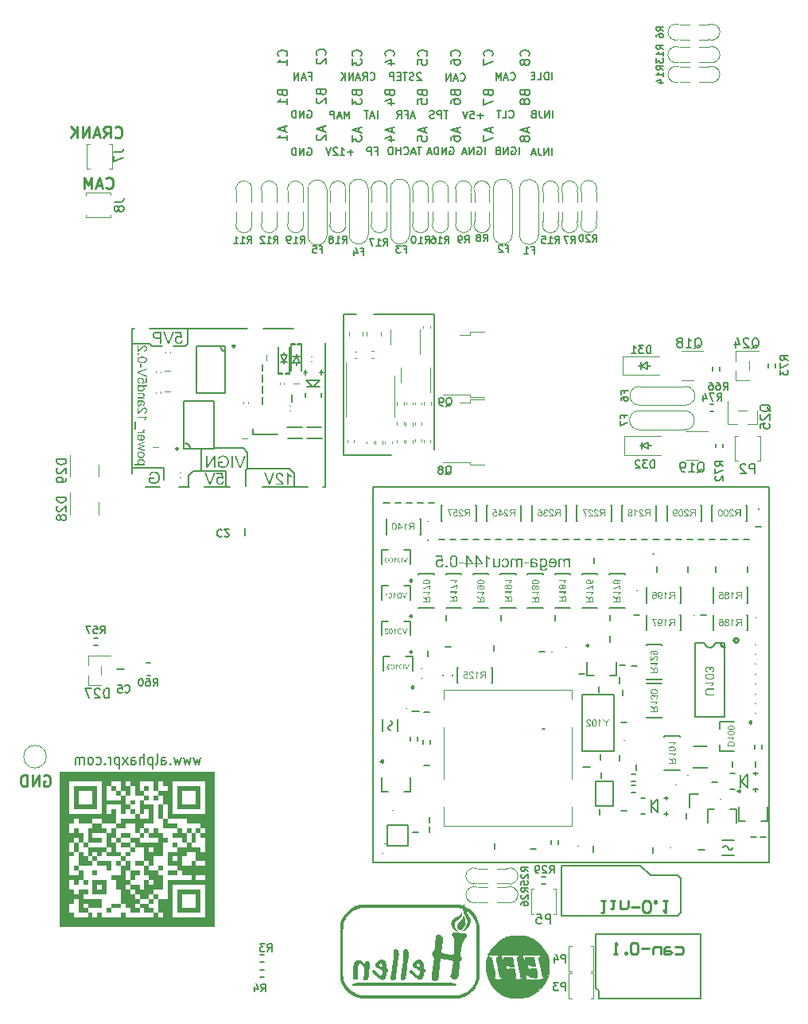
<source format=gbo>
G75*
G70*
%OFA0B0*%
%FSLAX25Y25*%
%IPPOS*%
%LPD*%
%AMOC8*
5,1,8,0,0,1.08239X$1,22.5*
%
%ADD126C,0.00394*%
%ADD193C,0.00300*%
%ADD64C,0.00787*%
%ADD66C,0.00800*%
%ADD68C,0.01000*%
%ADD69C,0.00472*%
%ADD75C,0.00984*%
%ADD77C,0.00669*%
%ADD78C,0.00591*%
%ADD79C,0.00500*%
%ADD80C,0.00390*%
%ADD84C,0.00512*%
%ADD85C,0.00010*%
X0000000Y0000000D02*
%LPD*%
G01*
D75*
X0012655Y0095621D02*
X0013105Y0095846D01*
X0013105Y0095846D02*
X0013780Y0095846D01*
X0013780Y0095846D02*
X0014454Y0095621D01*
X0014454Y0095621D02*
X0014904Y0095171D01*
X0014904Y0095171D02*
X0015129Y0094721D01*
X0015129Y0094721D02*
X0015354Y0093821D01*
X0015354Y0093821D02*
X0015354Y0093146D01*
X0015354Y0093146D02*
X0015129Y0092246D01*
X0015129Y0092246D02*
X0014904Y0091796D01*
X0014904Y0091796D02*
X0014454Y0091346D01*
X0014454Y0091346D02*
X0013780Y0091121D01*
X0013780Y0091121D02*
X0013330Y0091121D01*
X0013330Y0091121D02*
X0012655Y0091346D01*
X0012655Y0091346D02*
X0012430Y0091571D01*
X0012430Y0091571D02*
X0012430Y0093146D01*
X0012430Y0093146D02*
X0013330Y0093146D01*
X0010405Y0091121D02*
X0010405Y0095846D01*
X0010405Y0095846D02*
X0007705Y0091121D01*
X0007705Y0091121D02*
X0007705Y0095846D01*
X0005456Y0091121D02*
X0005456Y0095846D01*
X0005456Y0095846D02*
X0004331Y0095846D01*
X0004331Y0095846D02*
X0003656Y0095621D01*
X0003656Y0095621D02*
X0003206Y0095171D01*
X0003206Y0095171D02*
X0002981Y0094721D01*
X0002981Y0094721D02*
X0002756Y0093821D01*
X0002756Y0093821D02*
X0002756Y0093146D01*
X0002756Y0093146D02*
X0002981Y0092246D01*
X0002981Y0092246D02*
X0003206Y0091796D01*
X0003206Y0091796D02*
X0003656Y0091346D01*
X0003656Y0091346D02*
X0004331Y0091121D01*
X0004331Y0091121D02*
X0005456Y0091121D01*
D77*
X0211787Y0355724D02*
X0211787Y0358873D01*
X0208637Y0358723D02*
X0208937Y0358873D01*
X0208937Y0358873D02*
X0209387Y0358873D01*
X0209387Y0358873D02*
X0209837Y0358723D01*
X0209837Y0358723D02*
X0210137Y0358423D01*
X0210137Y0358423D02*
X0210287Y0358123D01*
X0210287Y0358123D02*
X0210437Y0357523D01*
X0210437Y0357523D02*
X0210437Y0357073D01*
X0210437Y0357073D02*
X0210287Y0356474D01*
X0210287Y0356474D02*
X0210137Y0356174D01*
X0210137Y0356174D02*
X0209837Y0355874D01*
X0209837Y0355874D02*
X0209387Y0355724D01*
X0209387Y0355724D02*
X0209087Y0355724D01*
X0209087Y0355724D02*
X0208637Y0355874D01*
X0208637Y0355874D02*
X0208487Y0356024D01*
X0208487Y0356024D02*
X0208487Y0357073D01*
X0208487Y0357073D02*
X0209087Y0357073D01*
X0207137Y0355724D02*
X0207137Y0358873D01*
X0207137Y0358873D02*
X0205337Y0355724D01*
X0205337Y0355724D02*
X0205337Y0358873D01*
X0202788Y0357373D02*
X0202338Y0357223D01*
X0202338Y0357223D02*
X0202188Y0357073D01*
X0202188Y0357073D02*
X0202038Y0356773D01*
X0202038Y0356773D02*
X0202038Y0356324D01*
X0202038Y0356324D02*
X0202188Y0356024D01*
X0202188Y0356024D02*
X0202338Y0355874D01*
X0202338Y0355874D02*
X0202638Y0355724D01*
X0202638Y0355724D02*
X0203838Y0355724D01*
X0203838Y0355724D02*
X0203838Y0358873D01*
X0203838Y0358873D02*
X0202788Y0358873D01*
X0202788Y0358873D02*
X0202488Y0358723D01*
X0202488Y0358723D02*
X0202338Y0358573D01*
X0202338Y0358573D02*
X0202188Y0358273D01*
X0202188Y0358273D02*
X0202188Y0357973D01*
X0202188Y0357973D02*
X0202338Y0357673D01*
X0202338Y0357673D02*
X0202488Y0357523D01*
X0202488Y0357523D02*
X0202788Y0357373D01*
X0202788Y0357373D02*
X0203838Y0357373D01*
D75*
X0042407Y0363225D02*
X0042632Y0363000D01*
X0042632Y0363000D02*
X0043307Y0362775D01*
X0043307Y0362775D02*
X0043757Y0362775D01*
X0043757Y0362775D02*
X0044432Y0363000D01*
X0044432Y0363000D02*
X0044882Y0363450D01*
X0044882Y0363450D02*
X0045107Y0363900D01*
X0045107Y0363900D02*
X0045332Y0364800D01*
X0045332Y0364800D02*
X0045332Y0365475D01*
X0045332Y0365475D02*
X0045107Y0366375D01*
X0045107Y0366375D02*
X0044882Y0366825D01*
X0044882Y0366825D02*
X0044432Y0367274D01*
X0044432Y0367274D02*
X0043757Y0367499D01*
X0043757Y0367499D02*
X0043307Y0367499D01*
X0043307Y0367499D02*
X0042632Y0367274D01*
X0042632Y0367274D02*
X0042407Y0367049D01*
X0037683Y0362775D02*
X0039258Y0365025D01*
X0040382Y0362775D02*
X0040382Y0367499D01*
X0040382Y0367499D02*
X0038583Y0367499D01*
X0038583Y0367499D02*
X0038133Y0367274D01*
X0038133Y0367274D02*
X0037908Y0367049D01*
X0037908Y0367049D02*
X0037683Y0366600D01*
X0037683Y0366600D02*
X0037683Y0365925D01*
X0037683Y0365925D02*
X0037908Y0365475D01*
X0037908Y0365475D02*
X0038133Y0365250D01*
X0038133Y0365250D02*
X0038583Y0365025D01*
X0038583Y0365025D02*
X0040382Y0365025D01*
X0035883Y0364125D02*
X0033633Y0364125D01*
X0036333Y0362775D02*
X0034758Y0367499D01*
X0034758Y0367499D02*
X0033183Y0362775D01*
X0031609Y0362775D02*
X0031609Y0367499D01*
X0031609Y0367499D02*
X0028909Y0362775D01*
X0028909Y0362775D02*
X0028909Y0367499D01*
X0026659Y0362775D02*
X0026659Y0367499D01*
X0023960Y0362775D02*
X0025984Y0365475D01*
X0023960Y0367499D02*
X0026659Y0364800D01*
D77*
X0149387Y0387249D02*
X0149537Y0387099D01*
X0149537Y0387099D02*
X0149987Y0386949D01*
X0149987Y0386949D02*
X0150287Y0386949D01*
X0150287Y0386949D02*
X0150737Y0387099D01*
X0150737Y0387099D02*
X0151037Y0387399D01*
X0151037Y0387399D02*
X0151187Y0387699D01*
X0151187Y0387699D02*
X0151337Y0388299D01*
X0151337Y0388299D02*
X0151337Y0388749D01*
X0151337Y0388749D02*
X0151187Y0389349D01*
X0151187Y0389349D02*
X0151037Y0389649D01*
X0151037Y0389649D02*
X0150737Y0389948D01*
X0150737Y0389948D02*
X0150287Y0390098D01*
X0150287Y0390098D02*
X0149987Y0390098D01*
X0149987Y0390098D02*
X0149537Y0389948D01*
X0149537Y0389948D02*
X0149387Y0389799D01*
X0146237Y0386949D02*
X0147287Y0388449D01*
X0148037Y0386949D02*
X0148037Y0390098D01*
X0148037Y0390098D02*
X0146837Y0390098D01*
X0146837Y0390098D02*
X0146537Y0389948D01*
X0146537Y0389948D02*
X0146387Y0389799D01*
X0146387Y0389799D02*
X0146237Y0389499D01*
X0146237Y0389499D02*
X0146237Y0389049D01*
X0146237Y0389049D02*
X0146387Y0388749D01*
X0146387Y0388749D02*
X0146537Y0388599D01*
X0146537Y0388599D02*
X0146837Y0388449D01*
X0146837Y0388449D02*
X0148037Y0388449D01*
X0145037Y0387849D02*
X0143538Y0387849D01*
X0145337Y0386949D02*
X0144287Y0390098D01*
X0144287Y0390098D02*
X0143238Y0386949D01*
X0142188Y0386949D02*
X0142188Y0390098D01*
X0142188Y0390098D02*
X0140388Y0386949D01*
X0140388Y0386949D02*
X0140388Y0390098D01*
X0138888Y0386949D02*
X0138888Y0390098D01*
X0137088Y0386949D02*
X0138438Y0388749D01*
X0137088Y0390098D02*
X0138888Y0388299D01*
X0225547Y0387086D02*
X0225547Y0390236D01*
X0224048Y0387086D02*
X0224048Y0390236D01*
X0224048Y0390236D02*
X0223298Y0390236D01*
X0223298Y0390236D02*
X0222848Y0390086D01*
X0222848Y0390086D02*
X0222548Y0389786D01*
X0222548Y0389786D02*
X0222398Y0389486D01*
X0222398Y0389486D02*
X0222248Y0388886D01*
X0222248Y0388886D02*
X0222248Y0388436D01*
X0222248Y0388436D02*
X0222398Y0387836D01*
X0222398Y0387836D02*
X0222548Y0387536D01*
X0222548Y0387536D02*
X0222848Y0387236D01*
X0222848Y0387236D02*
X0223298Y0387086D01*
X0223298Y0387086D02*
X0224048Y0387086D01*
X0219398Y0387086D02*
X0220898Y0387086D01*
X0220898Y0387086D02*
X0220898Y0390236D01*
X0218348Y0388736D02*
X0217298Y0388736D01*
X0216848Y0387086D02*
X0218348Y0387086D01*
X0218348Y0387086D02*
X0218348Y0390236D01*
X0218348Y0390236D02*
X0216848Y0390236D01*
D64*
X0078309Y0103326D02*
X0077559Y0100177D01*
X0077559Y0100177D02*
X0076809Y0102426D01*
X0076809Y0102426D02*
X0076059Y0100177D01*
X0076059Y0100177D02*
X0075309Y0103326D01*
X0074184Y0103326D02*
X0073435Y0100177D01*
X0073435Y0100177D02*
X0072685Y0102426D01*
X0072685Y0102426D02*
X0071935Y0100177D01*
X0071935Y0100177D02*
X0071185Y0103326D01*
X0070060Y0103326D02*
X0069310Y0100177D01*
X0069310Y0100177D02*
X0068560Y0102426D01*
X0068560Y0102426D02*
X0067810Y0100177D01*
X0067810Y0100177D02*
X0067060Y0103326D01*
X0065561Y0100627D02*
X0065373Y0100402D01*
X0065373Y0100402D02*
X0065561Y0100177D01*
X0065561Y0100177D02*
X0065748Y0100402D01*
X0065748Y0100402D02*
X0065561Y0100627D01*
X0065561Y0100627D02*
X0065561Y0100177D01*
X0061999Y0100177D02*
X0061999Y0102651D01*
X0061999Y0102651D02*
X0062186Y0103101D01*
X0062186Y0103101D02*
X0062561Y0103326D01*
X0062561Y0103326D02*
X0063311Y0103326D01*
X0063311Y0103326D02*
X0063686Y0103101D01*
X0061999Y0100402D02*
X0062373Y0100177D01*
X0062373Y0100177D02*
X0063311Y0100177D01*
X0063311Y0100177D02*
X0063686Y0100402D01*
X0063686Y0100402D02*
X0063873Y0100852D01*
X0063873Y0100852D02*
X0063873Y0101301D01*
X0063873Y0101301D02*
X0063686Y0101751D01*
X0063686Y0101751D02*
X0063311Y0101976D01*
X0063311Y0101976D02*
X0062373Y0101976D01*
X0062373Y0101976D02*
X0061999Y0102201D01*
X0059561Y0100177D02*
X0059936Y0100402D01*
X0059936Y0100402D02*
X0060124Y0100852D01*
X0060124Y0100852D02*
X0060124Y0104901D01*
X0058061Y0103326D02*
X0058061Y0098602D01*
X0058061Y0103101D02*
X0057687Y0103326D01*
X0057687Y0103326D02*
X0056937Y0103326D01*
X0056937Y0103326D02*
X0056562Y0103101D01*
X0056562Y0103101D02*
X0056374Y0102876D01*
X0056374Y0102876D02*
X0056187Y0102426D01*
X0056187Y0102426D02*
X0056187Y0101076D01*
X0056187Y0101076D02*
X0056374Y0100627D01*
X0056374Y0100627D02*
X0056562Y0100402D01*
X0056562Y0100402D02*
X0056937Y0100177D01*
X0056937Y0100177D02*
X0057687Y0100177D01*
X0057687Y0100177D02*
X0058061Y0100402D01*
X0054499Y0100177D02*
X0054499Y0104901D01*
X0052812Y0100177D02*
X0052812Y0102651D01*
X0052812Y0102651D02*
X0053000Y0103101D01*
X0053000Y0103101D02*
X0053375Y0103326D01*
X0053375Y0103326D02*
X0053937Y0103326D01*
X0053937Y0103326D02*
X0054312Y0103101D01*
X0054312Y0103101D02*
X0054499Y0102876D01*
X0049250Y0100177D02*
X0049250Y0102651D01*
X0049250Y0102651D02*
X0049438Y0103101D01*
X0049438Y0103101D02*
X0049813Y0103326D01*
X0049813Y0103326D02*
X0050562Y0103326D01*
X0050562Y0103326D02*
X0050937Y0103101D01*
X0049250Y0100402D02*
X0049625Y0100177D01*
X0049625Y0100177D02*
X0050562Y0100177D01*
X0050562Y0100177D02*
X0050937Y0100402D01*
X0050937Y0100402D02*
X0051125Y0100852D01*
X0051125Y0100852D02*
X0051125Y0101301D01*
X0051125Y0101301D02*
X0050937Y0101751D01*
X0050937Y0101751D02*
X0050562Y0101976D01*
X0050562Y0101976D02*
X0049625Y0101976D01*
X0049625Y0101976D02*
X0049250Y0102201D01*
X0047750Y0100177D02*
X0045688Y0103326D01*
X0047750Y0103326D02*
X0045688Y0100177D01*
X0044188Y0103326D02*
X0044188Y0098602D01*
X0044188Y0103101D02*
X0043813Y0103326D01*
X0043813Y0103326D02*
X0043063Y0103326D01*
X0043063Y0103326D02*
X0042688Y0103101D01*
X0042688Y0103101D02*
X0042501Y0102876D01*
X0042501Y0102876D02*
X0042313Y0102426D01*
X0042313Y0102426D02*
X0042313Y0101076D01*
X0042313Y0101076D02*
X0042501Y0100627D01*
X0042501Y0100627D02*
X0042688Y0100402D01*
X0042688Y0100402D02*
X0043063Y0100177D01*
X0043063Y0100177D02*
X0043813Y0100177D01*
X0043813Y0100177D02*
X0044188Y0100402D01*
X0040626Y0100177D02*
X0040626Y0103326D01*
X0040626Y0102426D02*
X0040439Y0102876D01*
X0040439Y0102876D02*
X0040251Y0103101D01*
X0040251Y0103101D02*
X0039876Y0103326D01*
X0039876Y0103326D02*
X0039501Y0103326D01*
X0038189Y0100627D02*
X0038001Y0100402D01*
X0038001Y0100402D02*
X0038189Y0100177D01*
X0038189Y0100177D02*
X0038376Y0100402D01*
X0038376Y0100402D02*
X0038189Y0100627D01*
X0038189Y0100627D02*
X0038189Y0100177D01*
X0034627Y0100402D02*
X0035002Y0100177D01*
X0035002Y0100177D02*
X0035752Y0100177D01*
X0035752Y0100177D02*
X0036127Y0100402D01*
X0036127Y0100402D02*
X0036314Y0100627D01*
X0036314Y0100627D02*
X0036502Y0101076D01*
X0036502Y0101076D02*
X0036502Y0102426D01*
X0036502Y0102426D02*
X0036314Y0102876D01*
X0036314Y0102876D02*
X0036127Y0103101D01*
X0036127Y0103101D02*
X0035752Y0103326D01*
X0035752Y0103326D02*
X0035002Y0103326D01*
X0035002Y0103326D02*
X0034627Y0103101D01*
X0032377Y0100177D02*
X0032752Y0100402D01*
X0032752Y0100402D02*
X0032940Y0100627D01*
X0032940Y0100627D02*
X0033127Y0101076D01*
X0033127Y0101076D02*
X0033127Y0102426D01*
X0033127Y0102426D02*
X0032940Y0102876D01*
X0032940Y0102876D02*
X0032752Y0103101D01*
X0032752Y0103101D02*
X0032377Y0103326D01*
X0032377Y0103326D02*
X0031815Y0103326D01*
X0031815Y0103326D02*
X0031440Y0103101D01*
X0031440Y0103101D02*
X0031252Y0102876D01*
X0031252Y0102876D02*
X0031065Y0102426D01*
X0031065Y0102426D02*
X0031065Y0101076D01*
X0031065Y0101076D02*
X0031252Y0100627D01*
X0031252Y0100627D02*
X0031440Y0100402D01*
X0031440Y0100402D02*
X0031815Y0100177D01*
X0031815Y0100177D02*
X0032377Y0100177D01*
X0029378Y0100177D02*
X0029378Y0103326D01*
X0029378Y0102876D02*
X0029190Y0103101D01*
X0029190Y0103101D02*
X0028815Y0103326D01*
X0028815Y0103326D02*
X0028253Y0103326D01*
X0028253Y0103326D02*
X0027878Y0103101D01*
X0027878Y0103101D02*
X0027690Y0102651D01*
X0027690Y0102651D02*
X0027690Y0100177D01*
X0027690Y0102651D02*
X0027503Y0103101D01*
X0027503Y0103101D02*
X0027128Y0103326D01*
X0027128Y0103326D02*
X0026565Y0103326D01*
X0026565Y0103326D02*
X0026190Y0103101D01*
X0026190Y0103101D02*
X0026003Y0102651D01*
X0026003Y0102651D02*
X0026003Y0100177D01*
D77*
X0181978Y0374164D02*
X0180178Y0374164D01*
X0181078Y0371015D02*
X0181078Y0374164D01*
X0179128Y0371015D02*
X0179128Y0374164D01*
X0179128Y0374164D02*
X0177929Y0374164D01*
X0177929Y0374164D02*
X0177629Y0374014D01*
X0177629Y0374014D02*
X0177479Y0373864D01*
X0177479Y0373864D02*
X0177329Y0373564D01*
X0177329Y0373564D02*
X0177329Y0373115D01*
X0177329Y0373115D02*
X0177479Y0372815D01*
X0177479Y0372815D02*
X0177629Y0372665D01*
X0177629Y0372665D02*
X0177929Y0372515D01*
X0177929Y0372515D02*
X0179128Y0372515D01*
X0176129Y0371165D02*
X0175679Y0371015D01*
X0175679Y0371015D02*
X0174929Y0371015D01*
X0174929Y0371015D02*
X0174629Y0371165D01*
X0174629Y0371165D02*
X0174479Y0371315D01*
X0174479Y0371315D02*
X0174329Y0371615D01*
X0174329Y0371615D02*
X0174329Y0371915D01*
X0174329Y0371915D02*
X0174479Y0372215D01*
X0174479Y0372215D02*
X0174629Y0372365D01*
X0174629Y0372365D02*
X0174929Y0372515D01*
X0174929Y0372515D02*
X0175529Y0372665D01*
X0175529Y0372665D02*
X0175829Y0372815D01*
X0175829Y0372815D02*
X0175979Y0372965D01*
X0175979Y0372965D02*
X0176129Y0373265D01*
X0176129Y0373265D02*
X0176129Y0373564D01*
X0176129Y0373564D02*
X0175979Y0373864D01*
X0175979Y0373864D02*
X0175829Y0374014D01*
X0175829Y0374014D02*
X0175529Y0374164D01*
X0175529Y0374164D02*
X0174779Y0374164D01*
X0174779Y0374164D02*
X0174329Y0374014D01*
X0225610Y0355449D02*
X0225610Y0358598D01*
X0224110Y0355449D02*
X0224110Y0358598D01*
X0224110Y0358598D02*
X0222310Y0355449D01*
X0222310Y0355449D02*
X0222310Y0358598D01*
X0219910Y0358598D02*
X0219910Y0356349D01*
X0219910Y0356349D02*
X0220060Y0355899D01*
X0220060Y0355899D02*
X0220360Y0355599D01*
X0220360Y0355599D02*
X0220810Y0355449D01*
X0220810Y0355449D02*
X0221110Y0355449D01*
X0218561Y0356349D02*
X0217061Y0356349D01*
X0218861Y0355449D02*
X0217811Y0358598D01*
X0217811Y0358598D02*
X0216761Y0355449D01*
X0187171Y0386974D02*
X0187321Y0386824D01*
X0187321Y0386824D02*
X0187771Y0386674D01*
X0187771Y0386674D02*
X0188071Y0386674D01*
X0188071Y0386674D02*
X0188521Y0386824D01*
X0188521Y0386824D02*
X0188821Y0387124D01*
X0188821Y0387124D02*
X0188971Y0387424D01*
X0188971Y0387424D02*
X0189121Y0388024D01*
X0189121Y0388024D02*
X0189121Y0388474D01*
X0189121Y0388474D02*
X0188971Y0389074D01*
X0188971Y0389074D02*
X0188821Y0389374D01*
X0188821Y0389374D02*
X0188521Y0389674D01*
X0188521Y0389674D02*
X0188071Y0389824D01*
X0188071Y0389824D02*
X0187771Y0389824D01*
X0187771Y0389824D02*
X0187321Y0389674D01*
X0187321Y0389674D02*
X0187171Y0389524D01*
X0185971Y0387574D02*
X0184472Y0387574D01*
X0186271Y0386674D02*
X0185221Y0389824D01*
X0185221Y0389824D02*
X0184172Y0386674D01*
X0183122Y0386674D02*
X0183122Y0389824D01*
X0183122Y0389824D02*
X0181322Y0386674D01*
X0181322Y0386674D02*
X0181322Y0389824D01*
X0151381Y0357236D02*
X0152431Y0357236D01*
X0152431Y0355586D02*
X0152431Y0358736D01*
X0152431Y0358736D02*
X0150931Y0358736D01*
X0149731Y0355586D02*
X0149731Y0358736D01*
X0149731Y0358736D02*
X0148532Y0358736D01*
X0148532Y0358736D02*
X0148232Y0358586D01*
X0148232Y0358586D02*
X0148082Y0358436D01*
X0148082Y0358436D02*
X0147932Y0358136D01*
X0147932Y0358136D02*
X0147932Y0357686D01*
X0147932Y0357686D02*
X0148082Y0357386D01*
X0148082Y0357386D02*
X0148232Y0357236D01*
X0148232Y0357236D02*
X0148532Y0357086D01*
X0148532Y0357086D02*
X0149731Y0357086D01*
X0197413Y0355724D02*
X0197413Y0358873D01*
X0194264Y0358723D02*
X0194564Y0358873D01*
X0194564Y0358873D02*
X0195014Y0358873D01*
X0195014Y0358873D02*
X0195463Y0358723D01*
X0195463Y0358723D02*
X0195763Y0358423D01*
X0195763Y0358423D02*
X0195913Y0358123D01*
X0195913Y0358123D02*
X0196063Y0357523D01*
X0196063Y0357523D02*
X0196063Y0357073D01*
X0196063Y0357073D02*
X0195913Y0356474D01*
X0195913Y0356474D02*
X0195763Y0356174D01*
X0195763Y0356174D02*
X0195463Y0355874D01*
X0195463Y0355874D02*
X0195014Y0355724D01*
X0195014Y0355724D02*
X0194714Y0355724D01*
X0194714Y0355724D02*
X0194264Y0355874D01*
X0194264Y0355874D02*
X0194114Y0356024D01*
X0194114Y0356024D02*
X0194114Y0357073D01*
X0194114Y0357073D02*
X0194714Y0357073D01*
X0192764Y0355724D02*
X0192764Y0358873D01*
X0192764Y0358873D02*
X0190964Y0355724D01*
X0190964Y0355724D02*
X0190964Y0358873D01*
X0189614Y0356623D02*
X0188114Y0356623D01*
X0189914Y0355724D02*
X0188864Y0358873D01*
X0188864Y0358873D02*
X0187814Y0355724D01*
X0207663Y0371452D02*
X0207813Y0371302D01*
X0207813Y0371302D02*
X0208263Y0371152D01*
X0208263Y0371152D02*
X0208563Y0371152D01*
X0208563Y0371152D02*
X0209013Y0371302D01*
X0209013Y0371302D02*
X0209313Y0371602D01*
X0209313Y0371602D02*
X0209463Y0371902D01*
X0209463Y0371902D02*
X0209613Y0372502D01*
X0209613Y0372502D02*
X0209613Y0372952D01*
X0209613Y0372952D02*
X0209463Y0373552D01*
X0209463Y0373552D02*
X0209313Y0373852D01*
X0209313Y0373852D02*
X0209013Y0374152D01*
X0209013Y0374152D02*
X0208563Y0374302D01*
X0208563Y0374302D02*
X0208263Y0374302D01*
X0208263Y0374302D02*
X0207813Y0374152D01*
X0207813Y0374152D02*
X0207663Y0374002D01*
X0204813Y0371152D02*
X0206313Y0371152D01*
X0206313Y0371152D02*
X0206313Y0374302D01*
X0204213Y0374302D02*
X0202413Y0374302D01*
X0203313Y0371152D02*
X0203313Y0374302D01*
X0123123Y0358448D02*
X0123423Y0358598D01*
X0123423Y0358598D02*
X0123873Y0358598D01*
X0123873Y0358598D02*
X0124323Y0358448D01*
X0124323Y0358448D02*
X0124623Y0358149D01*
X0124623Y0358149D02*
X0124773Y0357849D01*
X0124773Y0357849D02*
X0124923Y0357249D01*
X0124923Y0357249D02*
X0124923Y0356799D01*
X0124923Y0356799D02*
X0124773Y0356199D01*
X0124773Y0356199D02*
X0124623Y0355899D01*
X0124623Y0355899D02*
X0124323Y0355599D01*
X0124323Y0355599D02*
X0123873Y0355449D01*
X0123873Y0355449D02*
X0123573Y0355449D01*
X0123573Y0355449D02*
X0123123Y0355599D01*
X0123123Y0355599D02*
X0122973Y0355749D01*
X0122973Y0355749D02*
X0122973Y0356799D01*
X0122973Y0356799D02*
X0123573Y0356799D01*
X0121623Y0355449D02*
X0121623Y0358598D01*
X0121623Y0358598D02*
X0119824Y0355449D01*
X0119824Y0355449D02*
X0119824Y0358598D01*
X0118324Y0355449D02*
X0118324Y0358598D01*
X0118324Y0358598D02*
X0117574Y0358598D01*
X0117574Y0358598D02*
X0117124Y0358448D01*
X0117124Y0358448D02*
X0116824Y0358149D01*
X0116824Y0358149D02*
X0116674Y0357849D01*
X0116674Y0357849D02*
X0116524Y0357249D01*
X0116524Y0357249D02*
X0116524Y0356799D01*
X0116524Y0356799D02*
X0116674Y0356199D01*
X0116674Y0356199D02*
X0116824Y0355899D01*
X0116824Y0355899D02*
X0117124Y0355599D01*
X0117124Y0355599D02*
X0117574Y0355449D01*
X0117574Y0355449D02*
X0118324Y0355449D01*
X0123123Y0374108D02*
X0123423Y0374258D01*
X0123423Y0374258D02*
X0123873Y0374258D01*
X0123873Y0374258D02*
X0124323Y0374108D01*
X0124323Y0374108D02*
X0124623Y0373808D01*
X0124623Y0373808D02*
X0124773Y0373508D01*
X0124773Y0373508D02*
X0124923Y0372908D01*
X0124923Y0372908D02*
X0124923Y0372458D01*
X0124923Y0372458D02*
X0124773Y0371858D01*
X0124773Y0371858D02*
X0124623Y0371558D01*
X0124623Y0371558D02*
X0124323Y0371258D01*
X0124323Y0371258D02*
X0123873Y0371108D01*
X0123873Y0371108D02*
X0123573Y0371108D01*
X0123573Y0371108D02*
X0123123Y0371258D01*
X0123123Y0371258D02*
X0122973Y0371408D01*
X0122973Y0371408D02*
X0122973Y0372458D01*
X0122973Y0372458D02*
X0123573Y0372458D01*
X0121623Y0371108D02*
X0121623Y0374258D01*
X0121623Y0374258D02*
X0119824Y0371108D01*
X0119824Y0371108D02*
X0119824Y0374258D01*
X0118324Y0371108D02*
X0118324Y0374258D01*
X0118324Y0374258D02*
X0117574Y0374258D01*
X0117574Y0374258D02*
X0117124Y0374108D01*
X0117124Y0374108D02*
X0116824Y0373808D01*
X0116824Y0373808D02*
X0116674Y0373508D01*
X0116674Y0373508D02*
X0116524Y0372908D01*
X0116524Y0372908D02*
X0116524Y0372458D01*
X0116524Y0372458D02*
X0116674Y0371858D01*
X0116674Y0371858D02*
X0116824Y0371558D01*
X0116824Y0371558D02*
X0117124Y0371258D01*
X0117124Y0371258D02*
X0117574Y0371108D01*
X0117574Y0371108D02*
X0118324Y0371108D01*
X0225972Y0371152D02*
X0225972Y0374302D01*
X0224472Y0371152D02*
X0224472Y0374302D01*
X0224472Y0374302D02*
X0222672Y0371152D01*
X0222672Y0371152D02*
X0222672Y0374302D01*
X0220273Y0374302D02*
X0220273Y0372052D01*
X0220273Y0372052D02*
X0220423Y0371602D01*
X0220423Y0371602D02*
X0220723Y0371302D01*
X0220723Y0371302D02*
X0221173Y0371152D01*
X0221173Y0371152D02*
X0221473Y0371152D01*
X0217723Y0372802D02*
X0217273Y0372652D01*
X0217273Y0372652D02*
X0217123Y0372502D01*
X0217123Y0372502D02*
X0216973Y0372202D01*
X0216973Y0372202D02*
X0216973Y0371752D01*
X0216973Y0371752D02*
X0217123Y0371452D01*
X0217123Y0371452D02*
X0217273Y0371302D01*
X0217273Y0371302D02*
X0217573Y0371152D01*
X0217573Y0371152D02*
X0218773Y0371152D01*
X0218773Y0371152D02*
X0218773Y0374302D01*
X0218773Y0374302D02*
X0217723Y0374302D01*
X0217723Y0374302D02*
X0217423Y0374152D01*
X0217423Y0374152D02*
X0217273Y0374002D01*
X0217273Y0374002D02*
X0217123Y0373702D01*
X0217123Y0373702D02*
X0217123Y0373402D01*
X0217123Y0373402D02*
X0217273Y0373102D01*
X0217273Y0373102D02*
X0217423Y0372952D01*
X0217423Y0372952D02*
X0217723Y0372802D01*
X0217723Y0372802D02*
X0218773Y0372802D01*
X0167942Y0371915D02*
X0166442Y0371915D01*
X0168242Y0371015D02*
X0167192Y0374164D01*
X0167192Y0374164D02*
X0166142Y0371015D01*
X0164042Y0372665D02*
X0165092Y0372665D01*
X0165092Y0371015D02*
X0165092Y0374164D01*
X0165092Y0374164D02*
X0163592Y0374164D01*
X0160593Y0371015D02*
X0161643Y0372515D01*
X0162393Y0371015D02*
X0162393Y0374164D01*
X0162393Y0374164D02*
X0161193Y0374164D01*
X0161193Y0374164D02*
X0160893Y0374014D01*
X0160893Y0374014D02*
X0160743Y0373864D01*
X0160743Y0373864D02*
X0160593Y0373564D01*
X0160593Y0373564D02*
X0160593Y0373115D01*
X0160593Y0373115D02*
X0160743Y0372815D01*
X0160743Y0372815D02*
X0160893Y0372665D01*
X0160893Y0372665D02*
X0161193Y0372515D01*
X0161193Y0372515D02*
X0162393Y0372515D01*
X0170592Y0389799D02*
X0170442Y0389948D01*
X0170442Y0389948D02*
X0170142Y0390098D01*
X0170142Y0390098D02*
X0169392Y0390098D01*
X0169392Y0390098D02*
X0169092Y0389948D01*
X0169092Y0389948D02*
X0168942Y0389799D01*
X0168942Y0389799D02*
X0168792Y0389499D01*
X0168792Y0389499D02*
X0168792Y0389199D01*
X0168792Y0389199D02*
X0168942Y0388749D01*
X0168942Y0388749D02*
X0170742Y0386949D01*
X0170742Y0386949D02*
X0168792Y0386949D01*
X0167592Y0387099D02*
X0167142Y0386949D01*
X0167142Y0386949D02*
X0166392Y0386949D01*
X0166392Y0386949D02*
X0166092Y0387099D01*
X0166092Y0387099D02*
X0165942Y0387249D01*
X0165942Y0387249D02*
X0165792Y0387549D01*
X0165792Y0387549D02*
X0165792Y0387849D01*
X0165792Y0387849D02*
X0165942Y0388149D01*
X0165942Y0388149D02*
X0166092Y0388299D01*
X0166092Y0388299D02*
X0166392Y0388449D01*
X0166392Y0388449D02*
X0166992Y0388599D01*
X0166992Y0388599D02*
X0167292Y0388749D01*
X0167292Y0388749D02*
X0167442Y0388899D01*
X0167442Y0388899D02*
X0167592Y0389199D01*
X0167592Y0389199D02*
X0167592Y0389499D01*
X0167592Y0389499D02*
X0167442Y0389799D01*
X0167442Y0389799D02*
X0167292Y0389948D01*
X0167292Y0389948D02*
X0166992Y0390098D01*
X0166992Y0390098D02*
X0166242Y0390098D01*
X0166242Y0390098D02*
X0165792Y0389948D01*
X0164893Y0390098D02*
X0163093Y0390098D01*
X0163993Y0386949D02*
X0163993Y0390098D01*
X0162043Y0388599D02*
X0160993Y0388599D01*
X0160543Y0386949D02*
X0162043Y0386949D01*
X0162043Y0386949D02*
X0162043Y0390098D01*
X0162043Y0390098D02*
X0160543Y0390098D01*
X0159193Y0386949D02*
X0159193Y0390098D01*
X0159193Y0390098D02*
X0157993Y0390098D01*
X0157993Y0390098D02*
X0157693Y0389948D01*
X0157693Y0389948D02*
X0157543Y0389799D01*
X0157543Y0389799D02*
X0157393Y0389499D01*
X0157393Y0389499D02*
X0157393Y0389049D01*
X0157393Y0389049D02*
X0157543Y0388749D01*
X0157543Y0388749D02*
X0157693Y0388599D01*
X0157693Y0388599D02*
X0157993Y0388449D01*
X0157993Y0388449D02*
X0159193Y0388449D01*
X0208200Y0387249D02*
X0208350Y0387099D01*
X0208350Y0387099D02*
X0208800Y0386949D01*
X0208800Y0386949D02*
X0209100Y0386949D01*
X0209100Y0386949D02*
X0209550Y0387099D01*
X0209550Y0387099D02*
X0209850Y0387399D01*
X0209850Y0387399D02*
X0210000Y0387699D01*
X0210000Y0387699D02*
X0210150Y0388299D01*
X0210150Y0388299D02*
X0210150Y0388749D01*
X0210150Y0388749D02*
X0210000Y0389349D01*
X0210000Y0389349D02*
X0209850Y0389649D01*
X0209850Y0389649D02*
X0209550Y0389948D01*
X0209550Y0389948D02*
X0209100Y0390098D01*
X0209100Y0390098D02*
X0208800Y0390098D01*
X0208800Y0390098D02*
X0208350Y0389948D01*
X0208350Y0389948D02*
X0208200Y0389799D01*
X0207000Y0387849D02*
X0205501Y0387849D01*
X0207300Y0386949D02*
X0206251Y0390098D01*
X0206251Y0390098D02*
X0205201Y0386949D01*
X0204151Y0386949D02*
X0204151Y0390098D01*
X0204151Y0390098D02*
X0203101Y0387849D01*
X0203101Y0387849D02*
X0202051Y0390098D01*
X0202051Y0390098D02*
X0202051Y0386949D01*
X0123685Y0388599D02*
X0124735Y0388599D01*
X0124735Y0386949D02*
X0124735Y0390098D01*
X0124735Y0390098D02*
X0123235Y0390098D01*
X0122185Y0387849D02*
X0120686Y0387849D01*
X0122485Y0386949D02*
X0121435Y0390098D01*
X0121435Y0390098D02*
X0120386Y0386949D01*
X0119336Y0386949D02*
X0119336Y0390098D01*
X0119336Y0390098D02*
X0117536Y0386949D01*
X0117536Y0386949D02*
X0117536Y0390098D01*
D75*
X0038695Y0341965D02*
X0038920Y0341740D01*
X0038920Y0341740D02*
X0039595Y0341515D01*
X0039595Y0341515D02*
X0040045Y0341515D01*
X0040045Y0341515D02*
X0040720Y0341740D01*
X0040720Y0341740D02*
X0041170Y0342190D01*
X0041170Y0342190D02*
X0041395Y0342640D01*
X0041395Y0342640D02*
X0041620Y0343540D01*
X0041620Y0343540D02*
X0041620Y0344215D01*
X0041620Y0344215D02*
X0041395Y0345115D01*
X0041395Y0345115D02*
X0041170Y0345565D01*
X0041170Y0345565D02*
X0040720Y0346015D01*
X0040720Y0346015D02*
X0040045Y0346240D01*
X0040045Y0346240D02*
X0039595Y0346240D01*
X0039595Y0346240D02*
X0038920Y0346015D01*
X0038920Y0346015D02*
X0038695Y0345790D01*
X0036895Y0342865D02*
X0034646Y0342865D01*
X0037345Y0341515D02*
X0035771Y0346240D01*
X0035771Y0346240D02*
X0034196Y0341515D01*
X0032621Y0341515D02*
X0032621Y0346240D01*
X0032621Y0346240D02*
X0031046Y0342865D01*
X0031046Y0342865D02*
X0029471Y0346240D01*
X0029471Y0346240D02*
X0029471Y0341515D01*
D77*
X0182715Y0358723D02*
X0183015Y0358873D01*
X0183015Y0358873D02*
X0183465Y0358873D01*
X0183465Y0358873D02*
X0183915Y0358723D01*
X0183915Y0358723D02*
X0184215Y0358423D01*
X0184215Y0358423D02*
X0184365Y0358123D01*
X0184365Y0358123D02*
X0184514Y0357523D01*
X0184514Y0357523D02*
X0184514Y0357073D01*
X0184514Y0357073D02*
X0184365Y0356474D01*
X0184365Y0356474D02*
X0184215Y0356174D01*
X0184215Y0356174D02*
X0183915Y0355874D01*
X0183915Y0355874D02*
X0183465Y0355724D01*
X0183465Y0355724D02*
X0183165Y0355724D01*
X0183165Y0355724D02*
X0182715Y0355874D01*
X0182715Y0355874D02*
X0182565Y0356024D01*
X0182565Y0356024D02*
X0182565Y0357073D01*
X0182565Y0357073D02*
X0183165Y0357073D01*
X0181215Y0355724D02*
X0181215Y0358873D01*
X0181215Y0358873D02*
X0179415Y0355724D01*
X0179415Y0355724D02*
X0179415Y0358873D01*
X0177915Y0355724D02*
X0177915Y0358873D01*
X0177915Y0358873D02*
X0177165Y0358873D01*
X0177165Y0358873D02*
X0176715Y0358723D01*
X0176715Y0358723D02*
X0176416Y0358423D01*
X0176416Y0358423D02*
X0176266Y0358123D01*
X0176266Y0358123D02*
X0176116Y0357523D01*
X0176116Y0357523D02*
X0176116Y0357073D01*
X0176116Y0357073D02*
X0176266Y0356474D01*
X0176266Y0356474D02*
X0176416Y0356174D01*
X0176416Y0356174D02*
X0176715Y0355874D01*
X0176715Y0355874D02*
X0177165Y0355724D01*
X0177165Y0355724D02*
X0177915Y0355724D01*
X0174916Y0356623D02*
X0173416Y0356623D01*
X0175216Y0355724D02*
X0174166Y0358873D01*
X0174166Y0358873D02*
X0173116Y0355724D01*
X0196751Y0372077D02*
X0194351Y0372077D01*
X0195551Y0370877D02*
X0195551Y0373277D01*
X0191352Y0374027D02*
X0192851Y0374027D01*
X0192851Y0374027D02*
X0193001Y0372527D01*
X0193001Y0372527D02*
X0192851Y0372677D01*
X0192851Y0372677D02*
X0192551Y0372827D01*
X0192551Y0372827D02*
X0191802Y0372827D01*
X0191802Y0372827D02*
X0191502Y0372677D01*
X0191502Y0372677D02*
X0191352Y0372527D01*
X0191352Y0372527D02*
X0191202Y0372227D01*
X0191202Y0372227D02*
X0191202Y0371477D01*
X0191202Y0371477D02*
X0191352Y0371177D01*
X0191352Y0371177D02*
X0191502Y0371027D01*
X0191502Y0371027D02*
X0191802Y0370877D01*
X0191802Y0370877D02*
X0192551Y0370877D01*
X0192551Y0370877D02*
X0192851Y0371027D01*
X0192851Y0371027D02*
X0193001Y0371177D01*
X0190302Y0374027D02*
X0189252Y0370877D01*
X0189252Y0370877D02*
X0188202Y0374027D01*
X0140632Y0370877D02*
X0140632Y0374027D01*
X0140632Y0374027D02*
X0139582Y0371777D01*
X0139582Y0371777D02*
X0138532Y0374027D01*
X0138532Y0374027D02*
X0138532Y0370877D01*
X0137182Y0371777D02*
X0135683Y0371777D01*
X0137482Y0370877D02*
X0136433Y0374027D01*
X0136433Y0374027D02*
X0135383Y0370877D01*
X0134333Y0370877D02*
X0134333Y0374027D01*
X0134333Y0374027D02*
X0133133Y0374027D01*
X0133133Y0374027D02*
X0132833Y0373877D01*
X0132833Y0373877D02*
X0132683Y0373727D01*
X0132683Y0373727D02*
X0132533Y0373427D01*
X0132533Y0373427D02*
X0132533Y0372977D01*
X0132533Y0372977D02*
X0132683Y0372677D01*
X0132683Y0372677D02*
X0132833Y0372527D01*
X0132833Y0372527D02*
X0133133Y0372377D01*
X0133133Y0372377D02*
X0134333Y0372377D01*
X0152394Y0371015D02*
X0152394Y0374164D01*
X0151044Y0371915D02*
X0149544Y0371915D01*
X0151344Y0371015D02*
X0150294Y0374164D01*
X0150294Y0374164D02*
X0149244Y0371015D01*
X0148644Y0374164D02*
X0146845Y0374164D01*
X0147745Y0371015D02*
X0147745Y0374164D01*
X0142344Y0356786D02*
X0139944Y0356786D01*
X0141144Y0355586D02*
X0141144Y0357986D01*
X0136795Y0355586D02*
X0138595Y0355586D01*
X0137695Y0355586D02*
X0137695Y0358736D01*
X0137695Y0358736D02*
X0137995Y0358286D01*
X0137995Y0358286D02*
X0138295Y0357986D01*
X0138295Y0357986D02*
X0138595Y0357836D01*
X0135595Y0358436D02*
X0135445Y0358586D01*
X0135445Y0358586D02*
X0135145Y0358736D01*
X0135145Y0358736D02*
X0134395Y0358736D01*
X0134395Y0358736D02*
X0134095Y0358586D01*
X0134095Y0358586D02*
X0133945Y0358436D01*
X0133945Y0358436D02*
X0133795Y0358136D01*
X0133795Y0358136D02*
X0133795Y0357836D01*
X0133795Y0357836D02*
X0133945Y0357386D01*
X0133945Y0357386D02*
X0135745Y0355586D01*
X0135745Y0355586D02*
X0133795Y0355586D01*
X0132895Y0358736D02*
X0131845Y0355586D01*
X0131845Y0355586D02*
X0130796Y0358736D01*
X0170842Y0358873D02*
X0169042Y0358873D01*
X0169942Y0355724D02*
X0169942Y0358873D01*
X0168142Y0356623D02*
X0166643Y0356623D01*
X0168442Y0355724D02*
X0167392Y0358873D01*
X0167392Y0358873D02*
X0166343Y0355724D01*
X0163493Y0356024D02*
X0163643Y0355874D01*
X0163643Y0355874D02*
X0164093Y0355724D01*
X0164093Y0355724D02*
X0164393Y0355724D01*
X0164393Y0355724D02*
X0164843Y0355874D01*
X0164843Y0355874D02*
X0165143Y0356174D01*
X0165143Y0356174D02*
X0165293Y0356474D01*
X0165293Y0356474D02*
X0165443Y0357073D01*
X0165443Y0357073D02*
X0165443Y0357523D01*
X0165443Y0357523D02*
X0165293Y0358123D01*
X0165293Y0358123D02*
X0165143Y0358423D01*
X0165143Y0358423D02*
X0164843Y0358723D01*
X0164843Y0358723D02*
X0164393Y0358873D01*
X0164393Y0358873D02*
X0164093Y0358873D01*
X0164093Y0358873D02*
X0163643Y0358723D01*
X0163643Y0358723D02*
X0163493Y0358573D01*
X0162143Y0355724D02*
X0162143Y0358873D01*
X0162143Y0357373D02*
X0160343Y0357373D01*
X0160343Y0355724D02*
X0160343Y0358873D01*
X0158244Y0358873D02*
X0157644Y0358873D01*
X0157644Y0358873D02*
X0157344Y0358723D01*
X0157344Y0358723D02*
X0157044Y0358423D01*
X0157044Y0358423D02*
X0156894Y0357823D01*
X0156894Y0357823D02*
X0156894Y0356773D01*
X0156894Y0356773D02*
X0157044Y0356174D01*
X0157044Y0356174D02*
X0157344Y0355874D01*
X0157344Y0355874D02*
X0157644Y0355724D01*
X0157644Y0355724D02*
X0158244Y0355724D01*
X0158244Y0355724D02*
X0158544Y0355874D01*
X0158544Y0355874D02*
X0158844Y0356174D01*
X0158844Y0356174D02*
X0158994Y0356773D01*
X0158994Y0356773D02*
X0158994Y0357823D01*
X0158994Y0357823D02*
X0158844Y0358423D01*
X0158844Y0358423D02*
X0158544Y0358723D01*
X0158544Y0358723D02*
X0158244Y0358873D01*
D84*
X0196821Y0319399D02*
X0197805Y0320805D01*
X0198508Y0319399D02*
X0198508Y0322352D01*
X0198508Y0322352D02*
X0197383Y0322352D01*
X0197383Y0322352D02*
X0197102Y0322211D01*
X0197102Y0322211D02*
X0196961Y0322070D01*
X0196961Y0322070D02*
X0196821Y0321789D01*
X0196821Y0321789D02*
X0196821Y0321367D01*
X0196821Y0321367D02*
X0196961Y0321086D01*
X0196961Y0321086D02*
X0197102Y0320946D01*
X0197102Y0320946D02*
X0197383Y0320805D01*
X0197383Y0320805D02*
X0198508Y0320805D01*
X0195133Y0321086D02*
X0195415Y0321227D01*
X0195415Y0321227D02*
X0195555Y0321367D01*
X0195555Y0321367D02*
X0195696Y0321649D01*
X0195696Y0321649D02*
X0195696Y0321789D01*
X0195696Y0321789D02*
X0195555Y0322070D01*
X0195555Y0322070D02*
X0195415Y0322211D01*
X0195415Y0322211D02*
X0195133Y0322352D01*
X0195133Y0322352D02*
X0194571Y0322352D01*
X0194571Y0322352D02*
X0194290Y0322211D01*
X0194290Y0322211D02*
X0194149Y0322070D01*
X0194149Y0322070D02*
X0194009Y0321789D01*
X0194009Y0321789D02*
X0194009Y0321649D01*
X0194009Y0321649D02*
X0194149Y0321367D01*
X0194149Y0321367D02*
X0194290Y0321227D01*
X0194290Y0321227D02*
X0194571Y0321086D01*
X0194571Y0321086D02*
X0195133Y0321086D01*
X0195133Y0321086D02*
X0195415Y0320946D01*
X0195415Y0320946D02*
X0195555Y0320805D01*
X0195555Y0320805D02*
X0195696Y0320524D01*
X0195696Y0320524D02*
X0195696Y0319961D01*
X0195696Y0319961D02*
X0195555Y0319680D01*
X0195555Y0319680D02*
X0195415Y0319540D01*
X0195415Y0319540D02*
X0195133Y0319399D01*
X0195133Y0319399D02*
X0194571Y0319399D01*
X0194571Y0319399D02*
X0194290Y0319540D01*
X0194290Y0319540D02*
X0194149Y0319680D01*
X0194149Y0319680D02*
X0194009Y0319961D01*
X0194009Y0319961D02*
X0194009Y0320524D01*
X0194009Y0320524D02*
X0194149Y0320805D01*
X0194149Y0320805D02*
X0194290Y0320946D01*
X0194290Y0320946D02*
X0194571Y0321086D01*
D79*
X0189014Y0318782D02*
X0190014Y0320210D01*
X0190728Y0318782D02*
X0190728Y0321782D01*
X0190728Y0321782D02*
X0189585Y0321782D01*
X0189585Y0321782D02*
X0189300Y0321639D01*
X0189300Y0321639D02*
X0189157Y0321496D01*
X0189157Y0321496D02*
X0189014Y0321210D01*
X0189014Y0321210D02*
X0189014Y0320782D01*
X0189014Y0320782D02*
X0189157Y0320496D01*
X0189157Y0320496D02*
X0189300Y0320353D01*
X0189300Y0320353D02*
X0189585Y0320210D01*
X0189585Y0320210D02*
X0190728Y0320210D01*
X0187585Y0318782D02*
X0187014Y0318782D01*
X0187014Y0318782D02*
X0186728Y0318924D01*
X0186728Y0318924D02*
X0186585Y0319067D01*
X0186585Y0319067D02*
X0186300Y0319496D01*
X0186300Y0319496D02*
X0186157Y0320067D01*
X0186157Y0320067D02*
X0186157Y0321210D01*
X0186157Y0321210D02*
X0186300Y0321496D01*
X0186300Y0321496D02*
X0186443Y0321639D01*
X0186443Y0321639D02*
X0186728Y0321782D01*
X0186728Y0321782D02*
X0187300Y0321782D01*
X0187300Y0321782D02*
X0187585Y0321639D01*
X0187585Y0321639D02*
X0187728Y0321496D01*
X0187728Y0321496D02*
X0187871Y0321210D01*
X0187871Y0321210D02*
X0187871Y0320496D01*
X0187871Y0320496D02*
X0187728Y0320210D01*
X0187728Y0320210D02*
X0187585Y0320067D01*
X0187585Y0320067D02*
X0187300Y0319924D01*
X0187300Y0319924D02*
X0186728Y0319924D01*
X0186728Y0319924D02*
X0186443Y0320067D01*
X0186443Y0320067D02*
X0186300Y0320210D01*
X0186300Y0320210D02*
X0186157Y0320496D01*
X0255722Y0245488D02*
X0255722Y0246488D01*
X0257293Y0246488D02*
X0254293Y0246488D01*
X0254293Y0246488D02*
X0254293Y0245060D01*
X0254293Y0244202D02*
X0254293Y0242202D01*
X0254293Y0242202D02*
X0257293Y0243488D01*
X0145488Y0315144D02*
X0146488Y0315144D01*
X0146488Y0313573D02*
X0146488Y0316573D01*
X0146488Y0316573D02*
X0145060Y0316573D01*
X0142631Y0315573D02*
X0142631Y0313573D01*
X0143345Y0316716D02*
X0144060Y0314573D01*
X0144060Y0314573D02*
X0142202Y0314573D01*
D77*
X0310386Y0222194D02*
X0310386Y0226131D01*
X0310386Y0226131D02*
X0308886Y0226131D01*
X0308886Y0226131D02*
X0308511Y0225944D01*
X0308511Y0225944D02*
X0308324Y0225756D01*
X0308324Y0225756D02*
X0308136Y0225382D01*
X0308136Y0225382D02*
X0308136Y0224819D01*
X0308136Y0224819D02*
X0308324Y0224444D01*
X0308324Y0224444D02*
X0308511Y0224257D01*
X0308511Y0224257D02*
X0308886Y0224069D01*
X0308886Y0224069D02*
X0310386Y0224069D01*
X0306637Y0225756D02*
X0306449Y0225944D01*
X0306449Y0225944D02*
X0306074Y0226131D01*
X0306074Y0226131D02*
X0305137Y0226131D01*
X0305137Y0226131D02*
X0304762Y0225944D01*
X0304762Y0225944D02*
X0304574Y0225756D01*
X0304574Y0225756D02*
X0304387Y0225382D01*
X0304387Y0225382D02*
X0304387Y0225007D01*
X0304387Y0225007D02*
X0304574Y0224444D01*
X0304574Y0224444D02*
X0306824Y0222194D01*
X0306824Y0222194D02*
X0304387Y0222194D01*
D84*
X0097827Y0318681D02*
X0098812Y0320087D01*
X0099515Y0318681D02*
X0099515Y0321634D01*
X0099515Y0321634D02*
X0098390Y0321634D01*
X0098390Y0321634D02*
X0098109Y0321493D01*
X0098109Y0321493D02*
X0097968Y0321353D01*
X0097968Y0321353D02*
X0097827Y0321072D01*
X0097827Y0321072D02*
X0097827Y0320650D01*
X0097827Y0320650D02*
X0097968Y0320369D01*
X0097968Y0320369D02*
X0098109Y0320228D01*
X0098109Y0320228D02*
X0098390Y0320087D01*
X0098390Y0320087D02*
X0099515Y0320087D01*
X0095015Y0318681D02*
X0096702Y0318681D01*
X0095859Y0318681D02*
X0095859Y0321634D01*
X0095859Y0321634D02*
X0096140Y0321212D01*
X0096140Y0321212D02*
X0096421Y0320931D01*
X0096421Y0320931D02*
X0096702Y0320790D01*
X0092203Y0318681D02*
X0093890Y0318681D01*
X0093047Y0318681D02*
X0093047Y0321634D01*
X0093047Y0321634D02*
X0093328Y0321212D01*
X0093328Y0321212D02*
X0093609Y0320931D01*
X0093609Y0320931D02*
X0093890Y0320790D01*
X0272295Y0407579D02*
X0270889Y0408563D01*
X0272295Y0409266D02*
X0269342Y0409266D01*
X0269342Y0409266D02*
X0269342Y0408141D01*
X0269342Y0408141D02*
X0269483Y0407860D01*
X0269483Y0407860D02*
X0269624Y0407719D01*
X0269624Y0407719D02*
X0269905Y0407579D01*
X0269905Y0407579D02*
X0270327Y0407579D01*
X0270327Y0407579D02*
X0270608Y0407719D01*
X0270608Y0407719D02*
X0270748Y0407860D01*
X0270748Y0407860D02*
X0270889Y0408141D01*
X0270889Y0408141D02*
X0270889Y0409266D01*
X0269342Y0405048D02*
X0269342Y0405610D01*
X0269342Y0405610D02*
X0269483Y0405891D01*
X0269483Y0405891D02*
X0269624Y0406032D01*
X0269624Y0406032D02*
X0270045Y0406313D01*
X0270045Y0406313D02*
X0270608Y0406454D01*
X0270608Y0406454D02*
X0271733Y0406454D01*
X0271733Y0406454D02*
X0272014Y0406313D01*
X0272014Y0406313D02*
X0272155Y0406173D01*
X0272155Y0406173D02*
X0272295Y0405891D01*
X0272295Y0405891D02*
X0272295Y0405329D01*
X0272295Y0405329D02*
X0272155Y0405048D01*
X0272155Y0405048D02*
X0272014Y0404907D01*
X0272014Y0404907D02*
X0271733Y0404767D01*
X0271733Y0404767D02*
X0271030Y0404767D01*
X0271030Y0404767D02*
X0270748Y0404907D01*
X0270748Y0404907D02*
X0270608Y0405048D01*
X0270608Y0405048D02*
X0270467Y0405329D01*
X0270467Y0405329D02*
X0270467Y0405891D01*
X0270467Y0405891D02*
X0270608Y0406173D01*
X0270608Y0406173D02*
X0270748Y0406313D01*
X0270748Y0406313D02*
X0271030Y0406454D01*
X0154827Y0317681D02*
X0155812Y0319087D01*
X0156515Y0317681D02*
X0156515Y0320634D01*
X0156515Y0320634D02*
X0155390Y0320634D01*
X0155390Y0320634D02*
X0155109Y0320493D01*
X0155109Y0320493D02*
X0154968Y0320353D01*
X0154968Y0320353D02*
X0154827Y0320072D01*
X0154827Y0320072D02*
X0154827Y0319650D01*
X0154827Y0319650D02*
X0154968Y0319369D01*
X0154968Y0319369D02*
X0155109Y0319228D01*
X0155109Y0319228D02*
X0155390Y0319087D01*
X0155390Y0319087D02*
X0156515Y0319087D01*
X0152015Y0317681D02*
X0153702Y0317681D01*
X0152859Y0317681D02*
X0152859Y0320634D01*
X0152859Y0320634D02*
X0153140Y0320212D01*
X0153140Y0320212D02*
X0153421Y0319931D01*
X0153421Y0319931D02*
X0153702Y0319790D01*
X0151031Y0320634D02*
X0149062Y0320634D01*
X0149062Y0320634D02*
X0150328Y0317681D01*
D79*
X0255919Y0255724D02*
X0255919Y0256724D01*
X0257490Y0256724D02*
X0254490Y0256724D01*
X0254490Y0256724D02*
X0254490Y0255296D01*
X0254490Y0252867D02*
X0254490Y0253439D01*
X0254490Y0253439D02*
X0254633Y0253724D01*
X0254633Y0253724D02*
X0254776Y0253867D01*
X0254776Y0253867D02*
X0255205Y0254153D01*
X0255205Y0254153D02*
X0255776Y0254296D01*
X0255776Y0254296D02*
X0256919Y0254296D01*
X0256919Y0254296D02*
X0257205Y0254153D01*
X0257205Y0254153D02*
X0257347Y0254010D01*
X0257347Y0254010D02*
X0257490Y0253724D01*
X0257490Y0253724D02*
X0257490Y0253153D01*
X0257490Y0253153D02*
X0257347Y0252867D01*
X0257347Y0252867D02*
X0257205Y0252724D01*
X0257205Y0252724D02*
X0256919Y0252582D01*
X0256919Y0252582D02*
X0256205Y0252582D01*
X0256205Y0252582D02*
X0255919Y0252724D01*
X0255919Y0252724D02*
X0255776Y0252867D01*
X0255776Y0252867D02*
X0255633Y0253153D01*
X0255633Y0253153D02*
X0255633Y0253724D01*
X0255633Y0253724D02*
X0255776Y0254010D01*
X0255776Y0254010D02*
X0255919Y0254153D01*
X0255919Y0254153D02*
X0256205Y0254296D01*
D84*
X0180638Y0318681D02*
X0181623Y0320087D01*
X0182326Y0318681D02*
X0182326Y0321634D01*
X0182326Y0321634D02*
X0181201Y0321634D01*
X0181201Y0321634D02*
X0180920Y0321493D01*
X0180920Y0321493D02*
X0180779Y0321353D01*
X0180779Y0321353D02*
X0180638Y0321072D01*
X0180638Y0321072D02*
X0180638Y0320650D01*
X0180638Y0320650D02*
X0180779Y0320369D01*
X0180779Y0320369D02*
X0180920Y0320228D01*
X0180920Y0320228D02*
X0181201Y0320087D01*
X0181201Y0320087D02*
X0182326Y0320087D01*
X0177826Y0318681D02*
X0179513Y0318681D01*
X0178670Y0318681D02*
X0178670Y0321634D01*
X0178670Y0321634D02*
X0178951Y0321212D01*
X0178951Y0321212D02*
X0179232Y0320931D01*
X0179232Y0320931D02*
X0179513Y0320790D01*
X0175295Y0321634D02*
X0175858Y0321634D01*
X0175858Y0321634D02*
X0176139Y0321493D01*
X0176139Y0321493D02*
X0176280Y0321353D01*
X0176280Y0321353D02*
X0176561Y0320931D01*
X0176561Y0320931D02*
X0176701Y0320369D01*
X0176701Y0320369D02*
X0176701Y0319244D01*
X0176701Y0319244D02*
X0176561Y0318962D01*
X0176561Y0318962D02*
X0176420Y0318822D01*
X0176420Y0318822D02*
X0176139Y0318681D01*
X0176139Y0318681D02*
X0175576Y0318681D01*
X0175576Y0318681D02*
X0175295Y0318822D01*
X0175295Y0318822D02*
X0175155Y0318962D01*
X0175155Y0318962D02*
X0175014Y0319244D01*
X0175014Y0319244D02*
X0175014Y0319947D01*
X0175014Y0319947D02*
X0175155Y0320228D01*
X0175155Y0320228D02*
X0175295Y0320369D01*
X0175295Y0320369D02*
X0175576Y0320509D01*
X0175576Y0320509D02*
X0176139Y0320509D01*
X0176139Y0320509D02*
X0176420Y0320369D01*
X0176420Y0320369D02*
X0176561Y0320228D01*
X0176561Y0320228D02*
X0176701Y0319947D01*
D77*
X0231084Y0005593D02*
X0231084Y0008821D01*
X0231084Y0008821D02*
X0229854Y0008821D01*
X0229854Y0008821D02*
X0229546Y0008668D01*
X0229546Y0008668D02*
X0229393Y0008514D01*
X0229393Y0008514D02*
X0229239Y0008207D01*
X0229239Y0008207D02*
X0229239Y0007745D01*
X0229239Y0007745D02*
X0229393Y0007438D01*
X0229393Y0007438D02*
X0229546Y0007284D01*
X0229546Y0007284D02*
X0229854Y0007130D01*
X0229854Y0007130D02*
X0231084Y0007130D01*
X0228163Y0008821D02*
X0226164Y0008821D01*
X0226164Y0008821D02*
X0227240Y0007592D01*
X0227240Y0007592D02*
X0226779Y0007592D01*
X0226779Y0007592D02*
X0226472Y0007438D01*
X0226472Y0007438D02*
X0226318Y0007284D01*
X0226318Y0007284D02*
X0226164Y0006977D01*
X0226164Y0006977D02*
X0226164Y0006208D01*
X0226164Y0006208D02*
X0226318Y0005901D01*
X0226318Y0005901D02*
X0226472Y0005747D01*
X0226472Y0005747D02*
X0226779Y0005593D01*
X0226779Y0005593D02*
X0227702Y0005593D01*
X0227702Y0005593D02*
X0228009Y0005747D01*
X0228009Y0005747D02*
X0228163Y0005901D01*
D78*
X0224953Y0033612D02*
X0224953Y0037549D01*
X0224953Y0037549D02*
X0223453Y0037549D01*
X0223453Y0037549D02*
X0223078Y0037361D01*
X0223078Y0037361D02*
X0222891Y0037174D01*
X0222891Y0037174D02*
X0222703Y0036799D01*
X0222703Y0036799D02*
X0222703Y0036236D01*
X0222703Y0036236D02*
X0222891Y0035861D01*
X0222891Y0035861D02*
X0223078Y0035674D01*
X0223078Y0035674D02*
X0223453Y0035487D01*
X0223453Y0035487D02*
X0224953Y0035487D01*
X0219141Y0037549D02*
X0221016Y0037549D01*
X0221016Y0037549D02*
X0221204Y0035674D01*
X0221204Y0035674D02*
X0221016Y0035861D01*
X0221016Y0035861D02*
X0220641Y0036049D01*
X0220641Y0036049D02*
X0219704Y0036049D01*
X0219704Y0036049D02*
X0219329Y0035861D01*
X0219329Y0035861D02*
X0219141Y0035674D01*
X0219141Y0035674D02*
X0218954Y0035299D01*
X0218954Y0035299D02*
X0218954Y0034362D01*
X0218954Y0034362D02*
X0219141Y0033987D01*
X0219141Y0033987D02*
X0219329Y0033799D01*
X0219329Y0033799D02*
X0219704Y0033612D01*
X0219704Y0033612D02*
X0220641Y0033612D01*
X0220641Y0033612D02*
X0221016Y0033799D01*
X0221016Y0033799D02*
X0221204Y0033987D01*
D79*
X0172401Y0318691D02*
X0173401Y0320119D01*
X0174115Y0318691D02*
X0174115Y0321691D01*
X0174115Y0321691D02*
X0172972Y0321691D01*
X0172972Y0321691D02*
X0172687Y0321548D01*
X0172687Y0321548D02*
X0172544Y0321405D01*
X0172544Y0321405D02*
X0172401Y0321119D01*
X0172401Y0321119D02*
X0172401Y0320691D01*
X0172401Y0320691D02*
X0172544Y0320405D01*
X0172544Y0320405D02*
X0172687Y0320262D01*
X0172687Y0320262D02*
X0172972Y0320119D01*
X0172972Y0320119D02*
X0174115Y0320119D01*
X0169544Y0318691D02*
X0171258Y0318691D01*
X0170401Y0318691D02*
X0170401Y0321691D01*
X0170401Y0321691D02*
X0170687Y0321262D01*
X0170687Y0321262D02*
X0170972Y0320977D01*
X0170972Y0320977D02*
X0171258Y0320834D01*
X0167687Y0321691D02*
X0167401Y0321691D01*
X0167401Y0321691D02*
X0167115Y0321548D01*
X0167115Y0321548D02*
X0166972Y0321405D01*
X0166972Y0321405D02*
X0166830Y0321119D01*
X0166830Y0321119D02*
X0166687Y0320548D01*
X0166687Y0320548D02*
X0166687Y0319834D01*
X0166687Y0319834D02*
X0166830Y0319262D01*
X0166830Y0319262D02*
X0166972Y0318977D01*
X0166972Y0318977D02*
X0167115Y0318834D01*
X0167115Y0318834D02*
X0167401Y0318691D01*
X0167401Y0318691D02*
X0167687Y0318691D01*
X0167687Y0318691D02*
X0167972Y0318834D01*
X0167972Y0318834D02*
X0168115Y0318977D01*
X0168115Y0318977D02*
X0168258Y0319262D01*
X0168258Y0319262D02*
X0168401Y0319834D01*
X0168401Y0319834D02*
X0168401Y0320548D01*
X0168401Y0320548D02*
X0168258Y0321119D01*
X0168258Y0321119D02*
X0168115Y0321405D01*
X0168115Y0321405D02*
X0167972Y0321548D01*
X0167972Y0321548D02*
X0167687Y0321691D01*
X0120039Y0318691D02*
X0121039Y0320119D01*
X0121753Y0318691D02*
X0121753Y0321691D01*
X0121753Y0321691D02*
X0120610Y0321691D01*
X0120610Y0321691D02*
X0120325Y0321548D01*
X0120325Y0321548D02*
X0120182Y0321405D01*
X0120182Y0321405D02*
X0120039Y0321119D01*
X0120039Y0321119D02*
X0120039Y0320691D01*
X0120039Y0320691D02*
X0120182Y0320405D01*
X0120182Y0320405D02*
X0120325Y0320262D01*
X0120325Y0320262D02*
X0120610Y0320119D01*
X0120610Y0320119D02*
X0121753Y0320119D01*
X0117182Y0318691D02*
X0118896Y0318691D01*
X0118039Y0318691D02*
X0118039Y0321691D01*
X0118039Y0321691D02*
X0118325Y0321262D01*
X0118325Y0321262D02*
X0118610Y0320977D01*
X0118610Y0320977D02*
X0118896Y0320834D01*
X0115753Y0318691D02*
X0115182Y0318691D01*
X0115182Y0318691D02*
X0114896Y0318834D01*
X0114896Y0318834D02*
X0114753Y0318977D01*
X0114753Y0318977D02*
X0114467Y0319405D01*
X0114467Y0319405D02*
X0114325Y0319977D01*
X0114325Y0319977D02*
X0114325Y0321119D01*
X0114325Y0321119D02*
X0114467Y0321405D01*
X0114467Y0321405D02*
X0114610Y0321548D01*
X0114610Y0321548D02*
X0114896Y0321691D01*
X0114896Y0321691D02*
X0115467Y0321691D01*
X0115467Y0321691D02*
X0115753Y0321548D01*
X0115753Y0321548D02*
X0115896Y0321405D01*
X0115896Y0321405D02*
X0116039Y0321119D01*
X0116039Y0321119D02*
X0116039Y0320405D01*
X0116039Y0320405D02*
X0115896Y0320119D01*
X0115896Y0320119D02*
X0115753Y0319977D01*
X0115753Y0319977D02*
X0115467Y0319834D01*
X0115467Y0319834D02*
X0114896Y0319834D01*
X0114896Y0319834D02*
X0114610Y0319977D01*
X0114610Y0319977D02*
X0114467Y0320119D01*
X0114467Y0320119D02*
X0114325Y0320405D01*
X0217126Y0315932D02*
X0218126Y0315932D01*
X0218126Y0314360D02*
X0218126Y0317360D01*
X0218126Y0317360D02*
X0216697Y0317360D01*
X0213983Y0314360D02*
X0215697Y0314360D01*
X0214840Y0314360D02*
X0214840Y0317360D01*
X0214840Y0317360D02*
X0215126Y0316932D01*
X0215126Y0316932D02*
X0215412Y0316646D01*
X0215412Y0316646D02*
X0215697Y0316503D01*
D84*
X0272295Y0391268D02*
X0270889Y0392253D01*
X0272295Y0392956D02*
X0269342Y0392956D01*
X0269342Y0392956D02*
X0269342Y0391831D01*
X0269342Y0391831D02*
X0269483Y0391549D01*
X0269483Y0391549D02*
X0269624Y0391409D01*
X0269624Y0391409D02*
X0269905Y0391268D01*
X0269905Y0391268D02*
X0270327Y0391268D01*
X0270327Y0391268D02*
X0270608Y0391409D01*
X0270608Y0391409D02*
X0270748Y0391549D01*
X0270748Y0391549D02*
X0270889Y0391831D01*
X0270889Y0391831D02*
X0270889Y0392956D01*
X0272295Y0388456D02*
X0272295Y0390143D01*
X0272295Y0389300D02*
X0269342Y0389300D01*
X0269342Y0389300D02*
X0269764Y0389581D01*
X0269764Y0389581D02*
X0270045Y0389862D01*
X0270045Y0389862D02*
X0270186Y0390143D01*
X0270327Y0385925D02*
X0272295Y0385925D01*
X0269202Y0386628D02*
X0271311Y0387331D01*
X0271311Y0387331D02*
X0271311Y0385503D01*
D79*
X0163402Y0316128D02*
X0164402Y0316128D01*
X0164402Y0314557D02*
X0164402Y0317557D01*
X0164402Y0317557D02*
X0162973Y0317557D01*
X0162116Y0317557D02*
X0160259Y0317557D01*
X0160259Y0317557D02*
X0161259Y0316414D01*
X0161259Y0316414D02*
X0160830Y0316414D01*
X0160830Y0316414D02*
X0160544Y0316271D01*
X0160544Y0316271D02*
X0160402Y0316128D01*
X0160402Y0316128D02*
X0160259Y0315843D01*
X0160259Y0315843D02*
X0160259Y0315128D01*
X0160259Y0315128D02*
X0160402Y0314843D01*
X0160402Y0314843D02*
X0160544Y0314700D01*
X0160544Y0314700D02*
X0160830Y0314557D01*
X0160830Y0314557D02*
X0161687Y0314557D01*
X0161687Y0314557D02*
X0161973Y0314700D01*
X0161973Y0314700D02*
X0162116Y0314843D01*
X0215561Y0046810D02*
X0214133Y0047810D01*
X0215561Y0048525D02*
X0212561Y0048525D01*
X0212561Y0048525D02*
X0212561Y0047382D01*
X0212561Y0047382D02*
X0212704Y0047096D01*
X0212704Y0047096D02*
X0212847Y0046953D01*
X0212847Y0046953D02*
X0213133Y0046810D01*
X0213133Y0046810D02*
X0213561Y0046810D01*
X0213561Y0046810D02*
X0213847Y0046953D01*
X0213847Y0046953D02*
X0213990Y0047096D01*
X0213990Y0047096D02*
X0214133Y0047382D01*
X0214133Y0047382D02*
X0214133Y0048525D01*
X0212847Y0045668D02*
X0212704Y0045525D01*
X0212704Y0045525D02*
X0212561Y0045239D01*
X0212561Y0045239D02*
X0212561Y0044525D01*
X0212561Y0044525D02*
X0212704Y0044239D01*
X0212704Y0044239D02*
X0212847Y0044096D01*
X0212847Y0044096D02*
X0213133Y0043953D01*
X0213133Y0043953D02*
X0213418Y0043953D01*
X0213418Y0043953D02*
X0213847Y0044096D01*
X0213847Y0044096D02*
X0215561Y0045810D01*
X0215561Y0045810D02*
X0215561Y0043953D01*
X0212561Y0041382D02*
X0212561Y0041953D01*
X0212561Y0041953D02*
X0212704Y0042239D01*
X0212704Y0042239D02*
X0212847Y0042382D01*
X0212847Y0042382D02*
X0213275Y0042668D01*
X0213275Y0042668D02*
X0213847Y0042810D01*
X0213847Y0042810D02*
X0214990Y0042810D01*
X0214990Y0042810D02*
X0215275Y0042668D01*
X0215275Y0042668D02*
X0215418Y0042525D01*
X0215418Y0042525D02*
X0215561Y0042239D01*
X0215561Y0042239D02*
X0215561Y0041668D01*
X0215561Y0041668D02*
X0215418Y0041382D01*
X0215418Y0041382D02*
X0215275Y0041239D01*
X0215275Y0041239D02*
X0214990Y0041096D01*
X0214990Y0041096D02*
X0214275Y0041096D01*
X0214275Y0041096D02*
X0213990Y0041239D01*
X0213990Y0041239D02*
X0213847Y0041382D01*
X0213847Y0041382D02*
X0213704Y0041668D01*
X0213704Y0041668D02*
X0213704Y0042239D01*
X0213704Y0042239D02*
X0213847Y0042525D01*
X0213847Y0042525D02*
X0213990Y0042668D01*
X0213990Y0042668D02*
X0214275Y0042810D01*
X0215561Y0055472D02*
X0214133Y0056472D01*
X0215561Y0057186D02*
X0212561Y0057186D01*
X0212561Y0057186D02*
X0212561Y0056043D01*
X0212561Y0056043D02*
X0212704Y0055758D01*
X0212704Y0055758D02*
X0212847Y0055615D01*
X0212847Y0055615D02*
X0213133Y0055472D01*
X0213133Y0055472D02*
X0213561Y0055472D01*
X0213561Y0055472D02*
X0213847Y0055615D01*
X0213847Y0055615D02*
X0213990Y0055758D01*
X0213990Y0055758D02*
X0214133Y0056043D01*
X0214133Y0056043D02*
X0214133Y0057186D01*
X0212847Y0054329D02*
X0212704Y0054186D01*
X0212704Y0054186D02*
X0212561Y0053900D01*
X0212561Y0053900D02*
X0212561Y0053186D01*
X0212561Y0053186D02*
X0212704Y0052900D01*
X0212704Y0052900D02*
X0212847Y0052758D01*
X0212847Y0052758D02*
X0213133Y0052615D01*
X0213133Y0052615D02*
X0213418Y0052615D01*
X0213418Y0052615D02*
X0213847Y0052758D01*
X0213847Y0052758D02*
X0215561Y0054472D01*
X0215561Y0054472D02*
X0215561Y0052615D01*
X0212561Y0049900D02*
X0212561Y0051329D01*
X0212561Y0051329D02*
X0213990Y0051472D01*
X0213990Y0051472D02*
X0213847Y0051329D01*
X0213847Y0051329D02*
X0213704Y0051043D01*
X0213704Y0051043D02*
X0213704Y0050329D01*
X0213704Y0050329D02*
X0213847Y0050043D01*
X0213847Y0050043D02*
X0213990Y0049900D01*
X0213990Y0049900D02*
X0214275Y0049758D01*
X0214275Y0049758D02*
X0214990Y0049758D01*
X0214990Y0049758D02*
X0215275Y0049900D01*
X0215275Y0049900D02*
X0215418Y0050043D01*
X0215418Y0050043D02*
X0215561Y0050329D01*
X0215561Y0050329D02*
X0215561Y0051043D01*
X0215561Y0051043D02*
X0215418Y0051329D01*
X0215418Y0051329D02*
X0215275Y0051472D01*
D84*
X0226827Y0318681D02*
X0227812Y0320087D01*
X0228515Y0318681D02*
X0228515Y0321634D01*
X0228515Y0321634D02*
X0227390Y0321634D01*
X0227390Y0321634D02*
X0227109Y0321493D01*
X0227109Y0321493D02*
X0226968Y0321353D01*
X0226968Y0321353D02*
X0226827Y0321072D01*
X0226827Y0321072D02*
X0226827Y0320650D01*
X0226827Y0320650D02*
X0226968Y0320369D01*
X0226968Y0320369D02*
X0227109Y0320228D01*
X0227109Y0320228D02*
X0227390Y0320087D01*
X0227390Y0320087D02*
X0228515Y0320087D01*
X0224015Y0318681D02*
X0225702Y0318681D01*
X0224859Y0318681D02*
X0224859Y0321634D01*
X0224859Y0321634D02*
X0225140Y0321212D01*
X0225140Y0321212D02*
X0225421Y0320931D01*
X0225421Y0320931D02*
X0225702Y0320790D01*
X0221344Y0321634D02*
X0222750Y0321634D01*
X0222750Y0321634D02*
X0222890Y0320228D01*
X0222890Y0320228D02*
X0222750Y0320369D01*
X0222750Y0320369D02*
X0222469Y0320509D01*
X0222469Y0320509D02*
X0221765Y0320509D01*
X0221765Y0320509D02*
X0221484Y0320369D01*
X0221484Y0320369D02*
X0221344Y0320228D01*
X0221344Y0320228D02*
X0221203Y0319947D01*
X0221203Y0319947D02*
X0221203Y0319244D01*
X0221203Y0319244D02*
X0221344Y0318962D01*
X0221344Y0318962D02*
X0221484Y0318822D01*
X0221484Y0318822D02*
X0221765Y0318681D01*
X0221765Y0318681D02*
X0222469Y0318681D01*
X0222469Y0318681D02*
X0222750Y0318822D01*
X0222750Y0318822D02*
X0222890Y0318962D01*
D79*
X0233429Y0318691D02*
X0234429Y0320119D01*
X0235143Y0318691D02*
X0235143Y0321691D01*
X0235143Y0321691D02*
X0234001Y0321691D01*
X0234001Y0321691D02*
X0233715Y0321548D01*
X0233715Y0321548D02*
X0233572Y0321405D01*
X0233572Y0321405D02*
X0233429Y0321119D01*
X0233429Y0321119D02*
X0233429Y0320691D01*
X0233429Y0320691D02*
X0233572Y0320405D01*
X0233572Y0320405D02*
X0233715Y0320262D01*
X0233715Y0320262D02*
X0234001Y0320119D01*
X0234001Y0320119D02*
X0235143Y0320119D01*
X0232429Y0321691D02*
X0230429Y0321691D01*
X0230429Y0321691D02*
X0231715Y0318691D01*
D84*
X0272295Y0399945D02*
X0270889Y0400930D01*
X0272295Y0401633D02*
X0269342Y0401633D01*
X0269342Y0401633D02*
X0269342Y0400508D01*
X0269342Y0400508D02*
X0269483Y0400227D01*
X0269483Y0400227D02*
X0269624Y0400086D01*
X0269624Y0400086D02*
X0269905Y0399945D01*
X0269905Y0399945D02*
X0270327Y0399945D01*
X0270327Y0399945D02*
X0270608Y0400086D01*
X0270608Y0400086D02*
X0270748Y0400227D01*
X0270748Y0400227D02*
X0270889Y0400508D01*
X0270889Y0400508D02*
X0270889Y0401633D01*
X0272295Y0397133D02*
X0272295Y0398821D01*
X0272295Y0397977D02*
X0269342Y0397977D01*
X0269342Y0397977D02*
X0269764Y0398258D01*
X0269764Y0398258D02*
X0270045Y0398539D01*
X0270045Y0398539D02*
X0270186Y0398821D01*
X0269342Y0396149D02*
X0269342Y0394321D01*
X0269342Y0394321D02*
X0270467Y0395305D01*
X0270467Y0395305D02*
X0270467Y0394884D01*
X0270467Y0394884D02*
X0270608Y0394602D01*
X0270608Y0394602D02*
X0270748Y0394462D01*
X0270748Y0394462D02*
X0271030Y0394321D01*
X0271030Y0394321D02*
X0271733Y0394321D01*
X0271733Y0394321D02*
X0272014Y0394462D01*
X0272014Y0394462D02*
X0272155Y0394602D01*
X0272155Y0394602D02*
X0272295Y0394884D01*
X0272295Y0394884D02*
X0272295Y0395727D01*
X0272295Y0395727D02*
X0272155Y0396008D01*
X0272155Y0396008D02*
X0272014Y0396149D01*
X0242622Y0319289D02*
X0243607Y0320695D01*
X0244310Y0319289D02*
X0244310Y0322242D01*
X0244310Y0322242D02*
X0243185Y0322242D01*
X0243185Y0322242D02*
X0242904Y0322101D01*
X0242904Y0322101D02*
X0242763Y0321961D01*
X0242763Y0321961D02*
X0242622Y0321679D01*
X0242622Y0321679D02*
X0242622Y0321258D01*
X0242622Y0321258D02*
X0242763Y0320976D01*
X0242763Y0320976D02*
X0242904Y0320836D01*
X0242904Y0320836D02*
X0243185Y0320695D01*
X0243185Y0320695D02*
X0244310Y0320695D01*
X0241498Y0321961D02*
X0241357Y0322101D01*
X0241357Y0322101D02*
X0241076Y0322242D01*
X0241076Y0322242D02*
X0240373Y0322242D01*
X0240373Y0322242D02*
X0240091Y0322101D01*
X0240091Y0322101D02*
X0239951Y0321961D01*
X0239951Y0321961D02*
X0239810Y0321679D01*
X0239810Y0321679D02*
X0239810Y0321398D01*
X0239810Y0321398D02*
X0239951Y0320976D01*
X0239951Y0320976D02*
X0241638Y0319289D01*
X0241638Y0319289D02*
X0239810Y0319289D01*
X0237982Y0322242D02*
X0237701Y0322242D01*
X0237701Y0322242D02*
X0237420Y0322101D01*
X0237420Y0322101D02*
X0237279Y0321961D01*
X0237279Y0321961D02*
X0237139Y0321679D01*
X0237139Y0321679D02*
X0236998Y0321117D01*
X0236998Y0321117D02*
X0236998Y0320414D01*
X0236998Y0320414D02*
X0237139Y0319851D01*
X0237139Y0319851D02*
X0237279Y0319570D01*
X0237279Y0319570D02*
X0237420Y0319430D01*
X0237420Y0319430D02*
X0237701Y0319289D01*
X0237701Y0319289D02*
X0237982Y0319289D01*
X0237982Y0319289D02*
X0238264Y0319430D01*
X0238264Y0319430D02*
X0238404Y0319570D01*
X0238404Y0319570D02*
X0238545Y0319851D01*
X0238545Y0319851D02*
X0238685Y0320414D01*
X0238685Y0320414D02*
X0238685Y0321117D01*
X0238685Y0321117D02*
X0238545Y0321679D01*
X0238545Y0321679D02*
X0238404Y0321961D01*
X0238404Y0321961D02*
X0238264Y0322101D01*
X0238264Y0322101D02*
X0237982Y0322242D01*
D78*
X0184995Y0381511D02*
X0185183Y0380948D01*
X0185183Y0380948D02*
X0185370Y0380761D01*
X0185370Y0380761D02*
X0185745Y0380573D01*
X0185745Y0380573D02*
X0186308Y0380573D01*
X0186308Y0380573D02*
X0186683Y0380761D01*
X0186683Y0380761D02*
X0186870Y0380948D01*
X0186870Y0380948D02*
X0187058Y0381323D01*
X0187058Y0381323D02*
X0187058Y0382823D01*
X0187058Y0382823D02*
X0183121Y0382823D01*
X0183121Y0382823D02*
X0183121Y0381511D01*
X0183121Y0381511D02*
X0183308Y0381136D01*
X0183308Y0381136D02*
X0183496Y0380948D01*
X0183496Y0380948D02*
X0183870Y0380761D01*
X0183870Y0380761D02*
X0184245Y0380761D01*
X0184245Y0380761D02*
X0184620Y0380948D01*
X0184620Y0380948D02*
X0184808Y0381136D01*
X0184808Y0381136D02*
X0184995Y0381511D01*
X0184995Y0381511D02*
X0184995Y0382823D01*
X0183121Y0377199D02*
X0183121Y0377949D01*
X0183121Y0377949D02*
X0183308Y0378324D01*
X0183308Y0378324D02*
X0183496Y0378511D01*
X0183496Y0378511D02*
X0184058Y0378886D01*
X0184058Y0378886D02*
X0184808Y0379074D01*
X0184808Y0379074D02*
X0186308Y0379074D01*
X0186308Y0379074D02*
X0186683Y0378886D01*
X0186683Y0378886D02*
X0186870Y0378699D01*
X0186870Y0378699D02*
X0187058Y0378324D01*
X0187058Y0378324D02*
X0187058Y0377574D01*
X0187058Y0377574D02*
X0186870Y0377199D01*
X0186870Y0377199D02*
X0186683Y0377011D01*
X0186683Y0377011D02*
X0186308Y0376824D01*
X0186308Y0376824D02*
X0185370Y0376824D01*
X0185370Y0376824D02*
X0184995Y0377011D01*
X0184995Y0377011D02*
X0184808Y0377199D01*
X0184808Y0377199D02*
X0184620Y0377574D01*
X0184620Y0377574D02*
X0184620Y0378324D01*
X0184620Y0378324D02*
X0184808Y0378699D01*
X0184808Y0378699D02*
X0184995Y0378886D01*
X0184995Y0378886D02*
X0185370Y0379074D01*
X0128696Y0381905D02*
X0128884Y0381342D01*
X0128884Y0381342D02*
X0129071Y0381155D01*
X0129071Y0381155D02*
X0129446Y0380967D01*
X0129446Y0380967D02*
X0130008Y0380967D01*
X0130008Y0380967D02*
X0130383Y0381155D01*
X0130383Y0381155D02*
X0130571Y0381342D01*
X0130571Y0381342D02*
X0130758Y0381717D01*
X0130758Y0381717D02*
X0130758Y0383217D01*
X0130758Y0383217D02*
X0126821Y0383217D01*
X0126821Y0383217D02*
X0126821Y0381905D01*
X0126821Y0381905D02*
X0127009Y0381530D01*
X0127009Y0381530D02*
X0127196Y0381342D01*
X0127196Y0381342D02*
X0127571Y0381155D01*
X0127571Y0381155D02*
X0127946Y0381155D01*
X0127946Y0381155D02*
X0128321Y0381342D01*
X0128321Y0381342D02*
X0128509Y0381530D01*
X0128509Y0381530D02*
X0128696Y0381905D01*
X0128696Y0381905D02*
X0128696Y0383217D01*
X0127196Y0379467D02*
X0127009Y0379280D01*
X0127009Y0379280D02*
X0126821Y0378905D01*
X0126821Y0378905D02*
X0126821Y0377968D01*
X0126821Y0377968D02*
X0127009Y0377593D01*
X0127009Y0377593D02*
X0127196Y0377405D01*
X0127196Y0377405D02*
X0127571Y0377218D01*
X0127571Y0377218D02*
X0127946Y0377218D01*
X0127946Y0377218D02*
X0128509Y0377405D01*
X0128509Y0377405D02*
X0130758Y0379655D01*
X0130758Y0379655D02*
X0130758Y0377218D01*
X0186683Y0397109D02*
X0186870Y0397296D01*
X0186870Y0397296D02*
X0187058Y0397859D01*
X0187058Y0397859D02*
X0187058Y0398234D01*
X0187058Y0398234D02*
X0186870Y0398796D01*
X0186870Y0398796D02*
X0186495Y0399171D01*
X0186495Y0399171D02*
X0186120Y0399359D01*
X0186120Y0399359D02*
X0185370Y0399546D01*
X0185370Y0399546D02*
X0184808Y0399546D01*
X0184808Y0399546D02*
X0184058Y0399359D01*
X0184058Y0399359D02*
X0183683Y0399171D01*
X0183683Y0399171D02*
X0183308Y0398796D01*
X0183308Y0398796D02*
X0183121Y0398234D01*
X0183121Y0398234D02*
X0183121Y0397859D01*
X0183121Y0397859D02*
X0183308Y0397296D01*
X0183308Y0397296D02*
X0183496Y0397109D01*
X0183121Y0393734D02*
X0183121Y0394484D01*
X0183121Y0394484D02*
X0183308Y0394859D01*
X0183308Y0394859D02*
X0183496Y0395047D01*
X0183496Y0395047D02*
X0184058Y0395422D01*
X0184058Y0395422D02*
X0184808Y0395609D01*
X0184808Y0395609D02*
X0186308Y0395609D01*
X0186308Y0395609D02*
X0186683Y0395422D01*
X0186683Y0395422D02*
X0186870Y0395234D01*
X0186870Y0395234D02*
X0187058Y0394859D01*
X0187058Y0394859D02*
X0187058Y0394109D01*
X0187058Y0394109D02*
X0186870Y0393734D01*
X0186870Y0393734D02*
X0186683Y0393547D01*
X0186683Y0393547D02*
X0186308Y0393359D01*
X0186308Y0393359D02*
X0185370Y0393359D01*
X0185370Y0393359D02*
X0184995Y0393547D01*
X0184995Y0393547D02*
X0184808Y0393734D01*
X0184808Y0393734D02*
X0184620Y0394109D01*
X0184620Y0394109D02*
X0184620Y0394859D01*
X0184620Y0394859D02*
X0184808Y0395234D01*
X0184808Y0395234D02*
X0184995Y0395422D01*
X0184995Y0395422D02*
X0185370Y0395609D01*
X0200462Y0397109D02*
X0200650Y0397296D01*
X0200650Y0397296D02*
X0200837Y0397859D01*
X0200837Y0397859D02*
X0200837Y0398234D01*
X0200837Y0398234D02*
X0200650Y0398796D01*
X0200650Y0398796D02*
X0200275Y0399171D01*
X0200275Y0399171D02*
X0199900Y0399359D01*
X0199900Y0399359D02*
X0199150Y0399546D01*
X0199150Y0399546D02*
X0198587Y0399546D01*
X0198587Y0399546D02*
X0197837Y0399359D01*
X0197837Y0399359D02*
X0197463Y0399171D01*
X0197463Y0399171D02*
X0197088Y0398796D01*
X0197088Y0398796D02*
X0196900Y0398234D01*
X0196900Y0398234D02*
X0196900Y0397859D01*
X0196900Y0397859D02*
X0197088Y0397296D01*
X0197088Y0397296D02*
X0197275Y0397109D01*
X0196900Y0395797D02*
X0196900Y0393172D01*
X0196900Y0393172D02*
X0200837Y0394859D01*
X0157436Y0381511D02*
X0157624Y0380948D01*
X0157624Y0380948D02*
X0157811Y0380761D01*
X0157811Y0380761D02*
X0158186Y0380573D01*
X0158186Y0380573D02*
X0158749Y0380573D01*
X0158749Y0380573D02*
X0159124Y0380761D01*
X0159124Y0380761D02*
X0159311Y0380948D01*
X0159311Y0380948D02*
X0159498Y0381323D01*
X0159498Y0381323D02*
X0159498Y0382823D01*
X0159498Y0382823D02*
X0155561Y0382823D01*
X0155561Y0382823D02*
X0155561Y0381511D01*
X0155561Y0381511D02*
X0155749Y0381136D01*
X0155749Y0381136D02*
X0155936Y0380948D01*
X0155936Y0380948D02*
X0156311Y0380761D01*
X0156311Y0380761D02*
X0156686Y0380761D01*
X0156686Y0380761D02*
X0157061Y0380948D01*
X0157061Y0380948D02*
X0157249Y0381136D01*
X0157249Y0381136D02*
X0157436Y0381511D01*
X0157436Y0381511D02*
X0157436Y0382823D01*
X0156874Y0377199D02*
X0159498Y0377199D01*
X0155374Y0378136D02*
X0158186Y0379074D01*
X0158186Y0379074D02*
X0158186Y0376636D01*
X0112554Y0381511D02*
X0112742Y0380948D01*
X0112742Y0380948D02*
X0112929Y0380761D01*
X0112929Y0380761D02*
X0113304Y0380573D01*
X0113304Y0380573D02*
X0113867Y0380573D01*
X0113867Y0380573D02*
X0114242Y0380761D01*
X0114242Y0380761D02*
X0114429Y0380948D01*
X0114429Y0380948D02*
X0114617Y0381323D01*
X0114617Y0381323D02*
X0114617Y0382823D01*
X0114617Y0382823D02*
X0110680Y0382823D01*
X0110680Y0382823D02*
X0110680Y0381511D01*
X0110680Y0381511D02*
X0110867Y0381136D01*
X0110867Y0381136D02*
X0111055Y0380948D01*
X0111055Y0380948D02*
X0111430Y0380761D01*
X0111430Y0380761D02*
X0111804Y0380761D01*
X0111804Y0380761D02*
X0112179Y0380948D01*
X0112179Y0380948D02*
X0112367Y0381136D01*
X0112367Y0381136D02*
X0112554Y0381511D01*
X0112554Y0381511D02*
X0112554Y0382823D01*
X0114617Y0376824D02*
X0114617Y0379074D01*
X0114617Y0377949D02*
X0110680Y0377949D01*
X0110680Y0377949D02*
X0111242Y0378324D01*
X0111242Y0378324D02*
X0111617Y0378699D01*
X0111617Y0378699D02*
X0111804Y0379074D01*
X0159124Y0397109D02*
X0159311Y0397296D01*
X0159311Y0397296D02*
X0159498Y0397859D01*
X0159498Y0397859D02*
X0159498Y0398234D01*
X0159498Y0398234D02*
X0159311Y0398796D01*
X0159311Y0398796D02*
X0158936Y0399171D01*
X0158936Y0399171D02*
X0158561Y0399359D01*
X0158561Y0399359D02*
X0157811Y0399546D01*
X0157811Y0399546D02*
X0157249Y0399546D01*
X0157249Y0399546D02*
X0156499Y0399359D01*
X0156499Y0399359D02*
X0156124Y0399171D01*
X0156124Y0399171D02*
X0155749Y0398796D01*
X0155749Y0398796D02*
X0155561Y0398234D01*
X0155561Y0398234D02*
X0155561Y0397859D01*
X0155561Y0397859D02*
X0155749Y0397296D01*
X0155749Y0397296D02*
X0155936Y0397109D01*
X0156874Y0393734D02*
X0159498Y0393734D01*
X0155374Y0394672D02*
X0158186Y0395609D01*
X0158186Y0395609D02*
X0158186Y0393172D01*
X0214129Y0381511D02*
X0214317Y0380948D01*
X0214317Y0380948D02*
X0214504Y0380761D01*
X0214504Y0380761D02*
X0214879Y0380573D01*
X0214879Y0380573D02*
X0215442Y0380573D01*
X0215442Y0380573D02*
X0215816Y0380761D01*
X0215816Y0380761D02*
X0216004Y0380948D01*
X0216004Y0380948D02*
X0216191Y0381323D01*
X0216191Y0381323D02*
X0216191Y0382823D01*
X0216191Y0382823D02*
X0212254Y0382823D01*
X0212254Y0382823D02*
X0212254Y0381511D01*
X0212254Y0381511D02*
X0212442Y0381136D01*
X0212442Y0381136D02*
X0212629Y0380948D01*
X0212629Y0380948D02*
X0213004Y0380761D01*
X0213004Y0380761D02*
X0213379Y0380761D01*
X0213379Y0380761D02*
X0213754Y0380948D01*
X0213754Y0380948D02*
X0213942Y0381136D01*
X0213942Y0381136D02*
X0214129Y0381511D01*
X0214129Y0381511D02*
X0214129Y0382823D01*
X0213942Y0378324D02*
X0213754Y0378699D01*
X0213754Y0378699D02*
X0213567Y0378886D01*
X0213567Y0378886D02*
X0213192Y0379074D01*
X0213192Y0379074D02*
X0213004Y0379074D01*
X0213004Y0379074D02*
X0212629Y0378886D01*
X0212629Y0378886D02*
X0212442Y0378699D01*
X0212442Y0378699D02*
X0212254Y0378324D01*
X0212254Y0378324D02*
X0212254Y0377574D01*
X0212254Y0377574D02*
X0212442Y0377199D01*
X0212442Y0377199D02*
X0212629Y0377011D01*
X0212629Y0377011D02*
X0213004Y0376824D01*
X0213004Y0376824D02*
X0213192Y0376824D01*
X0213192Y0376824D02*
X0213567Y0377011D01*
X0213567Y0377011D02*
X0213754Y0377199D01*
X0213754Y0377199D02*
X0213942Y0377574D01*
X0213942Y0377574D02*
X0213942Y0378324D01*
X0213942Y0378324D02*
X0214129Y0378699D01*
X0214129Y0378699D02*
X0214317Y0378886D01*
X0214317Y0378886D02*
X0214692Y0379074D01*
X0214692Y0379074D02*
X0215442Y0379074D01*
X0215442Y0379074D02*
X0215816Y0378886D01*
X0215816Y0378886D02*
X0216004Y0378699D01*
X0216004Y0378699D02*
X0216191Y0378324D01*
X0216191Y0378324D02*
X0216191Y0377574D01*
X0216191Y0377574D02*
X0216004Y0377199D01*
X0216004Y0377199D02*
X0215816Y0377011D01*
X0215816Y0377011D02*
X0215442Y0376824D01*
X0215442Y0376824D02*
X0214692Y0376824D01*
X0214692Y0376824D02*
X0214317Y0377011D01*
X0214317Y0377011D02*
X0214129Y0377199D01*
X0214129Y0377199D02*
X0213942Y0377574D01*
X0215816Y0397109D02*
X0216004Y0397296D01*
X0216004Y0397296D02*
X0216191Y0397859D01*
X0216191Y0397859D02*
X0216191Y0398234D01*
X0216191Y0398234D02*
X0216004Y0398796D01*
X0216004Y0398796D02*
X0215629Y0399171D01*
X0215629Y0399171D02*
X0215254Y0399359D01*
X0215254Y0399359D02*
X0214504Y0399546D01*
X0214504Y0399546D02*
X0213942Y0399546D01*
X0213942Y0399546D02*
X0213192Y0399359D01*
X0213192Y0399359D02*
X0212817Y0399171D01*
X0212817Y0399171D02*
X0212442Y0398796D01*
X0212442Y0398796D02*
X0212254Y0398234D01*
X0212254Y0398234D02*
X0212254Y0397859D01*
X0212254Y0397859D02*
X0212442Y0397296D01*
X0212442Y0397296D02*
X0212629Y0397109D01*
X0213942Y0394859D02*
X0213754Y0395234D01*
X0213754Y0395234D02*
X0213567Y0395422D01*
X0213567Y0395422D02*
X0213192Y0395609D01*
X0213192Y0395609D02*
X0213004Y0395609D01*
X0213004Y0395609D02*
X0212629Y0395422D01*
X0212629Y0395422D02*
X0212442Y0395234D01*
X0212442Y0395234D02*
X0212254Y0394859D01*
X0212254Y0394859D02*
X0212254Y0394109D01*
X0212254Y0394109D02*
X0212442Y0393734D01*
X0212442Y0393734D02*
X0212629Y0393547D01*
X0212629Y0393547D02*
X0213004Y0393359D01*
X0213004Y0393359D02*
X0213192Y0393359D01*
X0213192Y0393359D02*
X0213567Y0393547D01*
X0213567Y0393547D02*
X0213754Y0393734D01*
X0213754Y0393734D02*
X0213942Y0394109D01*
X0213942Y0394109D02*
X0213942Y0394859D01*
X0213942Y0394859D02*
X0214129Y0395234D01*
X0214129Y0395234D02*
X0214317Y0395422D01*
X0214317Y0395422D02*
X0214692Y0395609D01*
X0214692Y0395609D02*
X0215442Y0395609D01*
X0215442Y0395609D02*
X0215816Y0395422D01*
X0215816Y0395422D02*
X0216004Y0395234D01*
X0216004Y0395234D02*
X0216191Y0394859D01*
X0216191Y0394859D02*
X0216191Y0394109D01*
X0216191Y0394109D02*
X0216004Y0393734D01*
X0216004Y0393734D02*
X0215816Y0393547D01*
X0215816Y0393547D02*
X0215442Y0393359D01*
X0215442Y0393359D02*
X0214692Y0393359D01*
X0214692Y0393359D02*
X0214317Y0393547D01*
X0214317Y0393547D02*
X0214129Y0393734D01*
X0214129Y0393734D02*
X0213942Y0394109D01*
X0172153Y0366981D02*
X0172153Y0365107D01*
X0173278Y0367356D02*
X0169341Y0366044D01*
X0169341Y0366044D02*
X0173278Y0364732D01*
X0169341Y0361545D02*
X0169341Y0363419D01*
X0169341Y0363419D02*
X0171216Y0363607D01*
X0171216Y0363607D02*
X0171028Y0363419D01*
X0171028Y0363419D02*
X0170841Y0363044D01*
X0170841Y0363044D02*
X0170841Y0362107D01*
X0170841Y0362107D02*
X0171028Y0361732D01*
X0171028Y0361732D02*
X0171216Y0361545D01*
X0171216Y0361545D02*
X0171591Y0361357D01*
X0171591Y0361357D02*
X0172528Y0361357D01*
X0172528Y0361357D02*
X0172903Y0361545D01*
X0172903Y0361545D02*
X0173091Y0361732D01*
X0173091Y0361732D02*
X0173278Y0362107D01*
X0173278Y0362107D02*
X0173278Y0363044D01*
X0173278Y0363044D02*
X0173091Y0363419D01*
X0173091Y0363419D02*
X0172903Y0363607D01*
X0145344Y0397109D02*
X0145531Y0397296D01*
X0145531Y0397296D02*
X0145719Y0397859D01*
X0145719Y0397859D02*
X0145719Y0398234D01*
X0145719Y0398234D02*
X0145531Y0398796D01*
X0145531Y0398796D02*
X0145157Y0399171D01*
X0145157Y0399171D02*
X0144782Y0399359D01*
X0144782Y0399359D02*
X0144032Y0399546D01*
X0144032Y0399546D02*
X0143469Y0399546D01*
X0143469Y0399546D02*
X0142719Y0399359D01*
X0142719Y0399359D02*
X0142344Y0399171D01*
X0142344Y0399171D02*
X0141969Y0398796D01*
X0141969Y0398796D02*
X0141782Y0398234D01*
X0141782Y0398234D02*
X0141782Y0397859D01*
X0141782Y0397859D02*
X0141969Y0397296D01*
X0141969Y0397296D02*
X0142157Y0397109D01*
X0141782Y0395797D02*
X0141782Y0393359D01*
X0141782Y0393359D02*
X0143282Y0394672D01*
X0143282Y0394672D02*
X0143282Y0394109D01*
X0143282Y0394109D02*
X0143469Y0393734D01*
X0143469Y0393734D02*
X0143657Y0393547D01*
X0143657Y0393547D02*
X0144032Y0393359D01*
X0144032Y0393359D02*
X0144969Y0393359D01*
X0144969Y0393359D02*
X0145344Y0393547D01*
X0145344Y0393547D02*
X0145531Y0393734D01*
X0145531Y0393734D02*
X0145719Y0394109D01*
X0145719Y0394109D02*
X0145719Y0395234D01*
X0145719Y0395234D02*
X0145531Y0395609D01*
X0145531Y0395609D02*
X0145344Y0395797D01*
X0129633Y0367375D02*
X0129633Y0365500D01*
X0130758Y0367750D02*
X0126821Y0366438D01*
X0126821Y0366438D02*
X0130758Y0365125D01*
X0127196Y0364001D02*
X0127009Y0363813D01*
X0127009Y0363813D02*
X0126821Y0363438D01*
X0126821Y0363438D02*
X0126821Y0362501D01*
X0126821Y0362501D02*
X0127009Y0362126D01*
X0127009Y0362126D02*
X0127196Y0361938D01*
X0127196Y0361938D02*
X0127571Y0361751D01*
X0127571Y0361751D02*
X0127946Y0361751D01*
X0127946Y0361751D02*
X0128509Y0361938D01*
X0128509Y0361938D02*
X0130758Y0364188D01*
X0130758Y0364188D02*
X0130758Y0361751D01*
X0158374Y0366981D02*
X0158374Y0365107D01*
X0159498Y0367356D02*
X0155561Y0366044D01*
X0155561Y0366044D02*
X0159498Y0364732D01*
X0156874Y0361732D02*
X0159498Y0361732D01*
X0155374Y0362669D02*
X0158186Y0363607D01*
X0158186Y0363607D02*
X0158186Y0361170D01*
X0130383Y0397503D02*
X0130571Y0397690D01*
X0130571Y0397690D02*
X0130758Y0398253D01*
X0130758Y0398253D02*
X0130758Y0398627D01*
X0130758Y0398627D02*
X0130571Y0399190D01*
X0130571Y0399190D02*
X0130196Y0399565D01*
X0130196Y0399565D02*
X0129821Y0399752D01*
X0129821Y0399752D02*
X0129071Y0399940D01*
X0129071Y0399940D02*
X0128509Y0399940D01*
X0128509Y0399940D02*
X0127759Y0399752D01*
X0127759Y0399752D02*
X0127384Y0399565D01*
X0127384Y0399565D02*
X0127009Y0399190D01*
X0127009Y0399190D02*
X0126821Y0398627D01*
X0126821Y0398627D02*
X0126821Y0398253D01*
X0126821Y0398253D02*
X0127009Y0397690D01*
X0127009Y0397690D02*
X0127196Y0397503D01*
X0127196Y0396003D02*
X0127009Y0395815D01*
X0127009Y0395815D02*
X0126821Y0395440D01*
X0126821Y0395440D02*
X0126821Y0394503D01*
X0126821Y0394503D02*
X0127009Y0394128D01*
X0127009Y0394128D02*
X0127196Y0393941D01*
X0127196Y0393941D02*
X0127571Y0393753D01*
X0127571Y0393753D02*
X0127946Y0393753D01*
X0127946Y0393753D02*
X0128509Y0393941D01*
X0128509Y0393941D02*
X0130758Y0396190D01*
X0130758Y0396190D02*
X0130758Y0393753D01*
X0185933Y0366981D02*
X0185933Y0365107D01*
X0187058Y0367356D02*
X0183121Y0366044D01*
X0183121Y0366044D02*
X0187058Y0364732D01*
X0183121Y0361732D02*
X0183121Y0362482D01*
X0183121Y0362482D02*
X0183308Y0362857D01*
X0183308Y0362857D02*
X0183496Y0363044D01*
X0183496Y0363044D02*
X0184058Y0363419D01*
X0184058Y0363419D02*
X0184808Y0363607D01*
X0184808Y0363607D02*
X0186308Y0363607D01*
X0186308Y0363607D02*
X0186683Y0363419D01*
X0186683Y0363419D02*
X0186870Y0363232D01*
X0186870Y0363232D02*
X0187058Y0362857D01*
X0187058Y0362857D02*
X0187058Y0362107D01*
X0187058Y0362107D02*
X0186870Y0361732D01*
X0186870Y0361732D02*
X0186683Y0361545D01*
X0186683Y0361545D02*
X0186308Y0361357D01*
X0186308Y0361357D02*
X0185370Y0361357D01*
X0185370Y0361357D02*
X0184995Y0361545D01*
X0184995Y0361545D02*
X0184808Y0361732D01*
X0184808Y0361732D02*
X0184620Y0362107D01*
X0184620Y0362107D02*
X0184620Y0362857D01*
X0184620Y0362857D02*
X0184808Y0363232D01*
X0184808Y0363232D02*
X0184995Y0363419D01*
X0184995Y0363419D02*
X0185370Y0363607D01*
X0198775Y0381511D02*
X0198962Y0380948D01*
X0198962Y0380948D02*
X0199150Y0380761D01*
X0199150Y0380761D02*
X0199525Y0380573D01*
X0199525Y0380573D02*
X0200087Y0380573D01*
X0200087Y0380573D02*
X0200462Y0380761D01*
X0200462Y0380761D02*
X0200650Y0380948D01*
X0200650Y0380948D02*
X0200837Y0381323D01*
X0200837Y0381323D02*
X0200837Y0382823D01*
X0200837Y0382823D02*
X0196900Y0382823D01*
X0196900Y0382823D02*
X0196900Y0381511D01*
X0196900Y0381511D02*
X0197088Y0381136D01*
X0197088Y0381136D02*
X0197275Y0380948D01*
X0197275Y0380948D02*
X0197650Y0380761D01*
X0197650Y0380761D02*
X0198025Y0380761D01*
X0198025Y0380761D02*
X0198400Y0380948D01*
X0198400Y0380948D02*
X0198587Y0381136D01*
X0198587Y0381136D02*
X0198775Y0381511D01*
X0198775Y0381511D02*
X0198775Y0382823D01*
X0196900Y0379261D02*
X0196900Y0376636D01*
X0196900Y0376636D02*
X0200837Y0378324D01*
X0171216Y0381511D02*
X0171403Y0380948D01*
X0171403Y0380948D02*
X0171591Y0380761D01*
X0171591Y0380761D02*
X0171966Y0380573D01*
X0171966Y0380573D02*
X0172528Y0380573D01*
X0172528Y0380573D02*
X0172903Y0380761D01*
X0172903Y0380761D02*
X0173091Y0380948D01*
X0173091Y0380948D02*
X0173278Y0381323D01*
X0173278Y0381323D02*
X0173278Y0382823D01*
X0173278Y0382823D02*
X0169341Y0382823D01*
X0169341Y0382823D02*
X0169341Y0381511D01*
X0169341Y0381511D02*
X0169528Y0381136D01*
X0169528Y0381136D02*
X0169716Y0380948D01*
X0169716Y0380948D02*
X0170091Y0380761D01*
X0170091Y0380761D02*
X0170466Y0380761D01*
X0170466Y0380761D02*
X0170841Y0380948D01*
X0170841Y0380948D02*
X0171028Y0381136D01*
X0171028Y0381136D02*
X0171216Y0381511D01*
X0171216Y0381511D02*
X0171216Y0382823D01*
X0169341Y0377011D02*
X0169341Y0378886D01*
X0169341Y0378886D02*
X0171216Y0379074D01*
X0171216Y0379074D02*
X0171028Y0378886D01*
X0171028Y0378886D02*
X0170841Y0378511D01*
X0170841Y0378511D02*
X0170841Y0377574D01*
X0170841Y0377574D02*
X0171028Y0377199D01*
X0171028Y0377199D02*
X0171216Y0377011D01*
X0171216Y0377011D02*
X0171591Y0376824D01*
X0171591Y0376824D02*
X0172528Y0376824D01*
X0172528Y0376824D02*
X0172903Y0377011D01*
X0172903Y0377011D02*
X0173091Y0377199D01*
X0173091Y0377199D02*
X0173278Y0377574D01*
X0173278Y0377574D02*
X0173278Y0378511D01*
X0173278Y0378511D02*
X0173091Y0378886D01*
X0173091Y0378886D02*
X0172903Y0379074D01*
X0172903Y0397109D02*
X0173091Y0397296D01*
X0173091Y0397296D02*
X0173278Y0397859D01*
X0173278Y0397859D02*
X0173278Y0398234D01*
X0173278Y0398234D02*
X0173091Y0398796D01*
X0173091Y0398796D02*
X0172716Y0399171D01*
X0172716Y0399171D02*
X0172341Y0399359D01*
X0172341Y0399359D02*
X0171591Y0399546D01*
X0171591Y0399546D02*
X0171028Y0399546D01*
X0171028Y0399546D02*
X0170278Y0399359D01*
X0170278Y0399359D02*
X0169903Y0399171D01*
X0169903Y0399171D02*
X0169528Y0398796D01*
X0169528Y0398796D02*
X0169341Y0398234D01*
X0169341Y0398234D02*
X0169341Y0397859D01*
X0169341Y0397859D02*
X0169528Y0397296D01*
X0169528Y0397296D02*
X0169716Y0397109D01*
X0169341Y0393547D02*
X0169341Y0395422D01*
X0169341Y0395422D02*
X0171216Y0395609D01*
X0171216Y0395609D02*
X0171028Y0395422D01*
X0171028Y0395422D02*
X0170841Y0395047D01*
X0170841Y0395047D02*
X0170841Y0394109D01*
X0170841Y0394109D02*
X0171028Y0393734D01*
X0171028Y0393734D02*
X0171216Y0393547D01*
X0171216Y0393547D02*
X0171591Y0393359D01*
X0171591Y0393359D02*
X0172528Y0393359D01*
X0172528Y0393359D02*
X0172903Y0393547D01*
X0172903Y0393547D02*
X0173091Y0393734D01*
X0173091Y0393734D02*
X0173278Y0394109D01*
X0173278Y0394109D02*
X0173278Y0395047D01*
X0173278Y0395047D02*
X0173091Y0395422D01*
X0173091Y0395422D02*
X0172903Y0395609D01*
X0144594Y0366981D02*
X0144594Y0365107D01*
X0145719Y0367356D02*
X0141782Y0366044D01*
X0141782Y0366044D02*
X0145719Y0364732D01*
X0141782Y0363794D02*
X0141782Y0361357D01*
X0141782Y0361357D02*
X0143282Y0362669D01*
X0143282Y0362669D02*
X0143282Y0362107D01*
X0143282Y0362107D02*
X0143469Y0361732D01*
X0143469Y0361732D02*
X0143657Y0361545D01*
X0143657Y0361545D02*
X0144032Y0361357D01*
X0144032Y0361357D02*
X0144969Y0361357D01*
X0144969Y0361357D02*
X0145344Y0361545D01*
X0145344Y0361545D02*
X0145531Y0361732D01*
X0145531Y0361732D02*
X0145719Y0362107D01*
X0145719Y0362107D02*
X0145719Y0363232D01*
X0145719Y0363232D02*
X0145531Y0363607D01*
X0145531Y0363607D02*
X0145344Y0363794D01*
X0114242Y0397109D02*
X0114429Y0397296D01*
X0114429Y0397296D02*
X0114617Y0397859D01*
X0114617Y0397859D02*
X0114617Y0398234D01*
X0114617Y0398234D02*
X0114429Y0398796D01*
X0114429Y0398796D02*
X0114054Y0399171D01*
X0114054Y0399171D02*
X0113679Y0399359D01*
X0113679Y0399359D02*
X0112929Y0399546D01*
X0112929Y0399546D02*
X0112367Y0399546D01*
X0112367Y0399546D02*
X0111617Y0399359D01*
X0111617Y0399359D02*
X0111242Y0399171D01*
X0111242Y0399171D02*
X0110867Y0398796D01*
X0110867Y0398796D02*
X0110680Y0398234D01*
X0110680Y0398234D02*
X0110680Y0397859D01*
X0110680Y0397859D02*
X0110867Y0397296D01*
X0110867Y0397296D02*
X0111055Y0397109D01*
X0114617Y0393359D02*
X0114617Y0395609D01*
X0114617Y0394484D02*
X0110680Y0394484D01*
X0110680Y0394484D02*
X0111242Y0394859D01*
X0111242Y0394859D02*
X0111617Y0395234D01*
X0111617Y0395234D02*
X0111804Y0395609D01*
X0113492Y0367375D02*
X0113492Y0365500D01*
X0114617Y0367750D02*
X0110680Y0366438D01*
X0110680Y0366438D02*
X0114617Y0365125D01*
X0114617Y0361751D02*
X0114617Y0364001D01*
X0114617Y0362876D02*
X0110680Y0362876D01*
X0110680Y0362876D02*
X0111242Y0363251D01*
X0111242Y0363251D02*
X0111617Y0363626D01*
X0111617Y0363626D02*
X0111804Y0364001D01*
X0143657Y0381511D02*
X0143844Y0380948D01*
X0143844Y0380948D02*
X0144032Y0380761D01*
X0144032Y0380761D02*
X0144407Y0380573D01*
X0144407Y0380573D02*
X0144969Y0380573D01*
X0144969Y0380573D02*
X0145344Y0380761D01*
X0145344Y0380761D02*
X0145531Y0380948D01*
X0145531Y0380948D02*
X0145719Y0381323D01*
X0145719Y0381323D02*
X0145719Y0382823D01*
X0145719Y0382823D02*
X0141782Y0382823D01*
X0141782Y0382823D02*
X0141782Y0381511D01*
X0141782Y0381511D02*
X0141969Y0381136D01*
X0141969Y0381136D02*
X0142157Y0380948D01*
X0142157Y0380948D02*
X0142532Y0380761D01*
X0142532Y0380761D02*
X0142907Y0380761D01*
X0142907Y0380761D02*
X0143282Y0380948D01*
X0143282Y0380948D02*
X0143469Y0381136D01*
X0143469Y0381136D02*
X0143657Y0381511D01*
X0143657Y0381511D02*
X0143657Y0382823D01*
X0141782Y0379261D02*
X0141782Y0376824D01*
X0141782Y0376824D02*
X0143282Y0378136D01*
X0143282Y0378136D02*
X0143282Y0377574D01*
X0143282Y0377574D02*
X0143469Y0377199D01*
X0143469Y0377199D02*
X0143657Y0377011D01*
X0143657Y0377011D02*
X0144032Y0376824D01*
X0144032Y0376824D02*
X0144969Y0376824D01*
X0144969Y0376824D02*
X0145344Y0377011D01*
X0145344Y0377011D02*
X0145531Y0377199D01*
X0145531Y0377199D02*
X0145719Y0377574D01*
X0145719Y0377574D02*
X0145719Y0378699D01*
X0145719Y0378699D02*
X0145531Y0379074D01*
X0145531Y0379074D02*
X0145344Y0379261D01*
X0215067Y0366981D02*
X0215067Y0365107D01*
X0216191Y0367356D02*
X0212254Y0366044D01*
X0212254Y0366044D02*
X0216191Y0364732D01*
X0213942Y0362857D02*
X0213754Y0363232D01*
X0213754Y0363232D02*
X0213567Y0363419D01*
X0213567Y0363419D02*
X0213192Y0363607D01*
X0213192Y0363607D02*
X0213004Y0363607D01*
X0213004Y0363607D02*
X0212629Y0363419D01*
X0212629Y0363419D02*
X0212442Y0363232D01*
X0212442Y0363232D02*
X0212254Y0362857D01*
X0212254Y0362857D02*
X0212254Y0362107D01*
X0212254Y0362107D02*
X0212442Y0361732D01*
X0212442Y0361732D02*
X0212629Y0361545D01*
X0212629Y0361545D02*
X0213004Y0361357D01*
X0213004Y0361357D02*
X0213192Y0361357D01*
X0213192Y0361357D02*
X0213567Y0361545D01*
X0213567Y0361545D02*
X0213754Y0361732D01*
X0213754Y0361732D02*
X0213942Y0362107D01*
X0213942Y0362107D02*
X0213942Y0362857D01*
X0213942Y0362857D02*
X0214129Y0363232D01*
X0214129Y0363232D02*
X0214317Y0363419D01*
X0214317Y0363419D02*
X0214692Y0363607D01*
X0214692Y0363607D02*
X0215442Y0363607D01*
X0215442Y0363607D02*
X0215816Y0363419D01*
X0215816Y0363419D02*
X0216004Y0363232D01*
X0216004Y0363232D02*
X0216191Y0362857D01*
X0216191Y0362857D02*
X0216191Y0362107D01*
X0216191Y0362107D02*
X0216004Y0361732D01*
X0216004Y0361732D02*
X0215816Y0361545D01*
X0215816Y0361545D02*
X0215442Y0361357D01*
X0215442Y0361357D02*
X0214692Y0361357D01*
X0214692Y0361357D02*
X0214317Y0361545D01*
X0214317Y0361545D02*
X0214129Y0361732D01*
X0214129Y0361732D02*
X0213942Y0362107D01*
X0199712Y0366981D02*
X0199712Y0365107D01*
X0200837Y0367356D02*
X0196900Y0366044D01*
X0196900Y0366044D02*
X0200837Y0364732D01*
X0196900Y0363794D02*
X0196900Y0361170D01*
X0196900Y0361170D02*
X0200837Y0362857D01*
D84*
X0108985Y0318681D02*
X0109969Y0320087D01*
X0110672Y0318681D02*
X0110672Y0321634D01*
X0110672Y0321634D02*
X0109547Y0321634D01*
X0109547Y0321634D02*
X0109266Y0321493D01*
X0109266Y0321493D02*
X0109125Y0321353D01*
X0109125Y0321353D02*
X0108985Y0321072D01*
X0108985Y0321072D02*
X0108985Y0320650D01*
X0108985Y0320650D02*
X0109125Y0320369D01*
X0109125Y0320369D02*
X0109266Y0320228D01*
X0109266Y0320228D02*
X0109547Y0320087D01*
X0109547Y0320087D02*
X0110672Y0320087D01*
X0106173Y0318681D02*
X0107860Y0318681D01*
X0107016Y0318681D02*
X0107016Y0321634D01*
X0107016Y0321634D02*
X0107298Y0321212D01*
X0107298Y0321212D02*
X0107579Y0320931D01*
X0107579Y0320931D02*
X0107860Y0320790D01*
X0105048Y0321353D02*
X0104907Y0321493D01*
X0104907Y0321493D02*
X0104626Y0321634D01*
X0104626Y0321634D02*
X0103923Y0321634D01*
X0103923Y0321634D02*
X0103642Y0321493D01*
X0103642Y0321493D02*
X0103501Y0321353D01*
X0103501Y0321353D02*
X0103361Y0321072D01*
X0103361Y0321072D02*
X0103361Y0320790D01*
X0103361Y0320790D02*
X0103501Y0320369D01*
X0103501Y0320369D02*
X0105188Y0318681D01*
X0105188Y0318681D02*
X0103361Y0318681D01*
X0137725Y0318681D02*
X0138709Y0320087D01*
X0139412Y0318681D02*
X0139412Y0321634D01*
X0139412Y0321634D02*
X0138287Y0321634D01*
X0138287Y0321634D02*
X0138006Y0321493D01*
X0138006Y0321493D02*
X0137866Y0321353D01*
X0137866Y0321353D02*
X0137725Y0321072D01*
X0137725Y0321072D02*
X0137725Y0320650D01*
X0137725Y0320650D02*
X0137866Y0320369D01*
X0137866Y0320369D02*
X0138006Y0320228D01*
X0138006Y0320228D02*
X0138287Y0320087D01*
X0138287Y0320087D02*
X0139412Y0320087D01*
X0134913Y0318681D02*
X0136600Y0318681D01*
X0135756Y0318681D02*
X0135756Y0321634D01*
X0135756Y0321634D02*
X0136038Y0321212D01*
X0136038Y0321212D02*
X0136319Y0320931D01*
X0136319Y0320931D02*
X0136600Y0320790D01*
X0133226Y0320369D02*
X0133507Y0320509D01*
X0133507Y0320509D02*
X0133647Y0320650D01*
X0133647Y0320650D02*
X0133788Y0320931D01*
X0133788Y0320931D02*
X0133788Y0321072D01*
X0133788Y0321072D02*
X0133647Y0321353D01*
X0133647Y0321353D02*
X0133507Y0321493D01*
X0133507Y0321493D02*
X0133226Y0321634D01*
X0133226Y0321634D02*
X0132663Y0321634D01*
X0132663Y0321634D02*
X0132382Y0321493D01*
X0132382Y0321493D02*
X0132241Y0321353D01*
X0132241Y0321353D02*
X0132101Y0321072D01*
X0132101Y0321072D02*
X0132101Y0320931D01*
X0132101Y0320931D02*
X0132241Y0320650D01*
X0132241Y0320650D02*
X0132382Y0320509D01*
X0132382Y0320509D02*
X0132663Y0320369D01*
X0132663Y0320369D02*
X0133226Y0320369D01*
X0133226Y0320369D02*
X0133507Y0320228D01*
X0133507Y0320228D02*
X0133647Y0320087D01*
X0133647Y0320087D02*
X0133788Y0319806D01*
X0133788Y0319806D02*
X0133788Y0319244D01*
X0133788Y0319244D02*
X0133647Y0318962D01*
X0133647Y0318962D02*
X0133507Y0318822D01*
X0133507Y0318822D02*
X0133226Y0318681D01*
X0133226Y0318681D02*
X0132663Y0318681D01*
X0132663Y0318681D02*
X0132382Y0318822D01*
X0132382Y0318822D02*
X0132241Y0318962D01*
X0132241Y0318962D02*
X0132101Y0319244D01*
X0132101Y0319244D02*
X0132101Y0319806D01*
X0132101Y0319806D02*
X0132241Y0320087D01*
X0132241Y0320087D02*
X0132382Y0320228D01*
X0132382Y0320228D02*
X0132663Y0320369D01*
D77*
X0231123Y0017365D02*
X0231123Y0020593D01*
X0231123Y0020593D02*
X0229893Y0020593D01*
X0229893Y0020593D02*
X0229586Y0020439D01*
X0229586Y0020439D02*
X0229432Y0020286D01*
X0229432Y0020286D02*
X0229278Y0019978D01*
X0229278Y0019978D02*
X0229278Y0019517D01*
X0229278Y0019517D02*
X0229432Y0019210D01*
X0229432Y0019210D02*
X0229586Y0019056D01*
X0229586Y0019056D02*
X0229893Y0018902D01*
X0229893Y0018902D02*
X0231123Y0018902D01*
X0226511Y0019517D02*
X0226511Y0017365D01*
X0227280Y0020747D02*
X0228048Y0018441D01*
X0228048Y0018441D02*
X0226050Y0018441D01*
D79*
X0128362Y0316128D02*
X0129362Y0316128D01*
X0129362Y0314557D02*
X0129362Y0317557D01*
X0129362Y0317557D02*
X0127934Y0317557D01*
X0125362Y0317557D02*
X0126791Y0317557D01*
X0126791Y0317557D02*
X0126934Y0316128D01*
X0126934Y0316128D02*
X0126791Y0316271D01*
X0126791Y0316271D02*
X0126505Y0316414D01*
X0126505Y0316414D02*
X0125791Y0316414D01*
X0125791Y0316414D02*
X0125505Y0316271D01*
X0125505Y0316271D02*
X0125362Y0316128D01*
X0125362Y0316128D02*
X0125219Y0315843D01*
X0125219Y0315843D02*
X0125219Y0315128D01*
X0125219Y0315128D02*
X0125362Y0314843D01*
X0125362Y0314843D02*
X0125505Y0314700D01*
X0125505Y0314700D02*
X0125791Y0314557D01*
X0125791Y0314557D02*
X0126505Y0314557D01*
X0126505Y0314557D02*
X0126791Y0314700D01*
X0126791Y0314700D02*
X0126934Y0314843D01*
X0206323Y0316522D02*
X0207323Y0316522D01*
X0207323Y0314951D02*
X0207323Y0317951D01*
X0207323Y0317951D02*
X0205894Y0317951D01*
X0204894Y0317665D02*
X0204751Y0317808D01*
X0204751Y0317808D02*
X0204466Y0317951D01*
X0204466Y0317951D02*
X0203751Y0317951D01*
X0203751Y0317951D02*
X0203466Y0317808D01*
X0203466Y0317808D02*
X0203323Y0317665D01*
X0203323Y0317665D02*
X0203180Y0317379D01*
X0203180Y0317379D02*
X0203180Y0317094D01*
X0203180Y0317094D02*
X0203323Y0316665D01*
X0203323Y0316665D02*
X0205037Y0314951D01*
X0205037Y0314951D02*
X0203180Y0314951D01*
D77*
X0224552Y0054726D02*
X0225628Y0056263D01*
X0226397Y0054726D02*
X0226397Y0057954D01*
X0226397Y0057954D02*
X0225167Y0057954D01*
X0225167Y0057954D02*
X0224859Y0057800D01*
X0224859Y0057800D02*
X0224706Y0057647D01*
X0224706Y0057647D02*
X0224552Y0057339D01*
X0224552Y0057339D02*
X0224552Y0056878D01*
X0224552Y0056878D02*
X0224706Y0056571D01*
X0224706Y0056571D02*
X0224859Y0056417D01*
X0224859Y0056417D02*
X0225167Y0056263D01*
X0225167Y0056263D02*
X0226397Y0056263D01*
X0223322Y0057647D02*
X0223168Y0057800D01*
X0223168Y0057800D02*
X0222861Y0057954D01*
X0222861Y0057954D02*
X0222092Y0057954D01*
X0222092Y0057954D02*
X0221785Y0057800D01*
X0221785Y0057800D02*
X0221631Y0057647D01*
X0221631Y0057647D02*
X0221477Y0057339D01*
X0221477Y0057339D02*
X0221477Y0057032D01*
X0221477Y0057032D02*
X0221631Y0056571D01*
X0221631Y0056571D02*
X0223476Y0054726D01*
X0223476Y0054726D02*
X0221477Y0054726D01*
X0219940Y0054726D02*
X0219325Y0054726D01*
X0219325Y0054726D02*
X0219018Y0054880D01*
X0219018Y0054880D02*
X0218864Y0055033D01*
X0218864Y0055033D02*
X0218556Y0055494D01*
X0218556Y0055494D02*
X0218403Y0056109D01*
X0218403Y0056109D02*
X0218403Y0057339D01*
X0218403Y0057339D02*
X0218556Y0057647D01*
X0218556Y0057647D02*
X0218710Y0057800D01*
X0218710Y0057800D02*
X0219018Y0057954D01*
X0219018Y0057954D02*
X0219633Y0057954D01*
X0219633Y0057954D02*
X0219940Y0057800D01*
X0219940Y0057800D02*
X0220094Y0057647D01*
X0220094Y0057647D02*
X0220247Y0057339D01*
X0220247Y0057339D02*
X0220247Y0056571D01*
X0220247Y0056571D02*
X0220094Y0056263D01*
X0220094Y0056263D02*
X0219940Y0056109D01*
X0219940Y0056109D02*
X0219633Y0055956D01*
X0219633Y0055956D02*
X0219018Y0055956D01*
X0219018Y0055956D02*
X0218710Y0056109D01*
X0218710Y0056109D02*
X0218556Y0056263D01*
X0218556Y0056263D02*
X0218403Y0056571D01*
X0103686Y0005119D02*
X0104762Y0006657D01*
X0105531Y0005119D02*
X0105531Y0008348D01*
X0105531Y0008348D02*
X0104301Y0008348D01*
X0104301Y0008348D02*
X0103993Y0008194D01*
X0103993Y0008194D02*
X0103840Y0008040D01*
X0103840Y0008040D02*
X0103686Y0007733D01*
X0103686Y0007733D02*
X0103686Y0007272D01*
X0103686Y0007272D02*
X0103840Y0006964D01*
X0103840Y0006964D02*
X0103993Y0006811D01*
X0103993Y0006811D02*
X0104301Y0006657D01*
X0104301Y0006657D02*
X0105531Y0006657D01*
X0100919Y0007272D02*
X0100919Y0005119D01*
X0101687Y0008502D02*
X0102456Y0006196D01*
X0102456Y0006196D02*
X0100457Y0006196D01*
X0058410Y0133072D02*
X0059486Y0134610D01*
X0060255Y0133072D02*
X0060255Y0136301D01*
X0060255Y0136301D02*
X0059025Y0136301D01*
X0059025Y0136301D02*
X0058718Y0136147D01*
X0058718Y0136147D02*
X0058564Y0135993D01*
X0058564Y0135993D02*
X0058410Y0135686D01*
X0058410Y0135686D02*
X0058410Y0135224D01*
X0058410Y0135224D02*
X0058564Y0134917D01*
X0058564Y0134917D02*
X0058718Y0134763D01*
X0058718Y0134763D02*
X0059025Y0134610D01*
X0059025Y0134610D02*
X0060255Y0134610D01*
X0055643Y0136301D02*
X0056258Y0136301D01*
X0056258Y0136301D02*
X0056565Y0136147D01*
X0056565Y0136147D02*
X0056719Y0135993D01*
X0056719Y0135993D02*
X0057027Y0135532D01*
X0057027Y0135532D02*
X0057180Y0134917D01*
X0057180Y0134917D02*
X0057180Y0133687D01*
X0057180Y0133687D02*
X0057027Y0133380D01*
X0057027Y0133380D02*
X0056873Y0133226D01*
X0056873Y0133226D02*
X0056565Y0133072D01*
X0056565Y0133072D02*
X0055951Y0133072D01*
X0055951Y0133072D02*
X0055643Y0133226D01*
X0055643Y0133226D02*
X0055489Y0133380D01*
X0055489Y0133380D02*
X0055336Y0133687D01*
X0055336Y0133687D02*
X0055336Y0134456D01*
X0055336Y0134456D02*
X0055489Y0134763D01*
X0055489Y0134763D02*
X0055643Y0134917D01*
X0055643Y0134917D02*
X0055951Y0135071D01*
X0055951Y0135071D02*
X0056565Y0135071D01*
X0056565Y0135071D02*
X0056873Y0134917D01*
X0056873Y0134917D02*
X0057027Y0134763D01*
X0057027Y0134763D02*
X0057180Y0134456D01*
X0053337Y0136301D02*
X0053030Y0136301D01*
X0053030Y0136301D02*
X0052722Y0136147D01*
X0052722Y0136147D02*
X0052568Y0135993D01*
X0052568Y0135993D02*
X0052415Y0135686D01*
X0052415Y0135686D02*
X0052261Y0135071D01*
X0052261Y0135071D02*
X0052261Y0134302D01*
X0052261Y0134302D02*
X0052415Y0133687D01*
X0052415Y0133687D02*
X0052568Y0133380D01*
X0052568Y0133380D02*
X0052722Y0133226D01*
X0052722Y0133226D02*
X0053030Y0133072D01*
X0053030Y0133072D02*
X0053337Y0133072D01*
X0053337Y0133072D02*
X0053645Y0133226D01*
X0053645Y0133226D02*
X0053798Y0133380D01*
X0053798Y0133380D02*
X0053952Y0133687D01*
X0053952Y0133687D02*
X0054106Y0134302D01*
X0054106Y0134302D02*
X0054106Y0135071D01*
X0054106Y0135071D02*
X0053952Y0135686D01*
X0053952Y0135686D02*
X0053798Y0135993D01*
X0053798Y0135993D02*
X0053645Y0136147D01*
X0053645Y0136147D02*
X0053337Y0136301D01*
D78*
X0042176Y0335958D02*
X0044988Y0335958D01*
X0044988Y0335958D02*
X0045550Y0336145D01*
X0045550Y0336145D02*
X0045925Y0336520D01*
X0045925Y0336520D02*
X0046113Y0337083D01*
X0046113Y0337083D02*
X0046113Y0337458D01*
X0043863Y0333521D02*
X0043675Y0333896D01*
X0043675Y0333896D02*
X0043488Y0334083D01*
X0043488Y0334083D02*
X0043113Y0334271D01*
X0043113Y0334271D02*
X0042926Y0334271D01*
X0042926Y0334271D02*
X0042551Y0334083D01*
X0042551Y0334083D02*
X0042363Y0333896D01*
X0042363Y0333896D02*
X0042176Y0333521D01*
X0042176Y0333521D02*
X0042176Y0332771D01*
X0042176Y0332771D02*
X0042363Y0332396D01*
X0042363Y0332396D02*
X0042551Y0332208D01*
X0042551Y0332208D02*
X0042926Y0332021D01*
X0042926Y0332021D02*
X0043113Y0332021D01*
X0043113Y0332021D02*
X0043488Y0332208D01*
X0043488Y0332208D02*
X0043675Y0332396D01*
X0043675Y0332396D02*
X0043863Y0332771D01*
X0043863Y0332771D02*
X0043863Y0333521D01*
X0043863Y0333521D02*
X0044050Y0333896D01*
X0044050Y0333896D02*
X0044238Y0334083D01*
X0044238Y0334083D02*
X0044613Y0334271D01*
X0044613Y0334271D02*
X0045363Y0334271D01*
X0045363Y0334271D02*
X0045738Y0334083D01*
X0045738Y0334083D02*
X0045925Y0333896D01*
X0045925Y0333896D02*
X0046113Y0333521D01*
X0046113Y0333521D02*
X0046113Y0332771D01*
X0046113Y0332771D02*
X0045925Y0332396D01*
X0045925Y0332396D02*
X0045738Y0332208D01*
X0045738Y0332208D02*
X0045363Y0332021D01*
X0045363Y0332021D02*
X0044613Y0332021D01*
X0044613Y0332021D02*
X0044238Y0332208D01*
X0044238Y0332208D02*
X0044050Y0332396D01*
X0044050Y0332396D02*
X0043863Y0332771D01*
D77*
X0268487Y0224491D02*
X0268487Y0227719D01*
X0268487Y0227719D02*
X0267718Y0227719D01*
X0267718Y0227719D02*
X0267257Y0227565D01*
X0267257Y0227565D02*
X0266950Y0227258D01*
X0266950Y0227258D02*
X0266796Y0226950D01*
X0266796Y0226950D02*
X0266642Y0226336D01*
X0266642Y0226336D02*
X0266642Y0225874D01*
X0266642Y0225874D02*
X0266796Y0225259D01*
X0266796Y0225259D02*
X0266950Y0224952D01*
X0266950Y0224952D02*
X0267257Y0224644D01*
X0267257Y0224644D02*
X0267718Y0224491D01*
X0267718Y0224491D02*
X0268487Y0224491D01*
X0265566Y0227719D02*
X0263568Y0227719D01*
X0263568Y0227719D02*
X0264644Y0226489D01*
X0264644Y0226489D02*
X0264183Y0226489D01*
X0264183Y0226489D02*
X0263875Y0226336D01*
X0263875Y0226336D02*
X0263721Y0226182D01*
X0263721Y0226182D02*
X0263568Y0225874D01*
X0263568Y0225874D02*
X0263568Y0225106D01*
X0263568Y0225106D02*
X0263721Y0224798D01*
X0263721Y0224798D02*
X0263875Y0224644D01*
X0263875Y0224644D02*
X0264183Y0224491D01*
X0264183Y0224491D02*
X0265105Y0224491D01*
X0265105Y0224491D02*
X0265412Y0224644D01*
X0265412Y0224644D02*
X0265566Y0224798D01*
X0262338Y0227412D02*
X0262184Y0227565D01*
X0262184Y0227565D02*
X0261877Y0227719D01*
X0261877Y0227719D02*
X0261108Y0227719D01*
X0261108Y0227719D02*
X0260801Y0227565D01*
X0260801Y0227565D02*
X0260647Y0227412D01*
X0260647Y0227412D02*
X0260493Y0227104D01*
X0260493Y0227104D02*
X0260493Y0226797D01*
X0260493Y0226797D02*
X0260647Y0226336D01*
X0260647Y0226336D02*
X0262492Y0224491D01*
X0262492Y0224491D02*
X0260493Y0224491D01*
D78*
X0021900Y0212261D02*
X0017963Y0212261D01*
X0017963Y0212261D02*
X0017963Y0211324D01*
X0017963Y0211324D02*
X0018151Y0210761D01*
X0018151Y0210761D02*
X0018525Y0210386D01*
X0018525Y0210386D02*
X0018900Y0210199D01*
X0018900Y0210199D02*
X0019650Y0210011D01*
X0019650Y0210011D02*
X0020213Y0210011D01*
X0020213Y0210011D02*
X0020963Y0210199D01*
X0020963Y0210199D02*
X0021338Y0210386D01*
X0021338Y0210386D02*
X0021713Y0210761D01*
X0021713Y0210761D02*
X0021900Y0211324D01*
X0021900Y0211324D02*
X0021900Y0212261D01*
X0018338Y0208511D02*
X0018151Y0208324D01*
X0018151Y0208324D02*
X0017963Y0207949D01*
X0017963Y0207949D02*
X0017963Y0207012D01*
X0017963Y0207012D02*
X0018151Y0206637D01*
X0018151Y0206637D02*
X0018338Y0206449D01*
X0018338Y0206449D02*
X0018713Y0206262D01*
X0018713Y0206262D02*
X0019088Y0206262D01*
X0019088Y0206262D02*
X0019650Y0206449D01*
X0019650Y0206449D02*
X0021900Y0208699D01*
X0021900Y0208699D02*
X0021900Y0206262D01*
X0019650Y0204012D02*
X0019463Y0204387D01*
X0019463Y0204387D02*
X0019275Y0204574D01*
X0019275Y0204574D02*
X0018900Y0204762D01*
X0018900Y0204762D02*
X0018713Y0204762D01*
X0018713Y0204762D02*
X0018338Y0204574D01*
X0018338Y0204574D02*
X0018151Y0204387D01*
X0018151Y0204387D02*
X0017963Y0204012D01*
X0017963Y0204012D02*
X0017963Y0203262D01*
X0017963Y0203262D02*
X0018151Y0202887D01*
X0018151Y0202887D02*
X0018338Y0202700D01*
X0018338Y0202700D02*
X0018713Y0202512D01*
X0018713Y0202512D02*
X0018900Y0202512D01*
X0018900Y0202512D02*
X0019275Y0202700D01*
X0019275Y0202700D02*
X0019463Y0202887D01*
X0019463Y0202887D02*
X0019650Y0203262D01*
X0019650Y0203262D02*
X0019650Y0204012D01*
X0019650Y0204012D02*
X0019838Y0204387D01*
X0019838Y0204387D02*
X0020025Y0204574D01*
X0020025Y0204574D02*
X0020400Y0204762D01*
X0020400Y0204762D02*
X0021150Y0204762D01*
X0021150Y0204762D02*
X0021525Y0204574D01*
X0021525Y0204574D02*
X0021713Y0204387D01*
X0021713Y0204387D02*
X0021900Y0204012D01*
X0021900Y0204012D02*
X0021900Y0203262D01*
X0021900Y0203262D02*
X0021713Y0202887D01*
X0021713Y0202887D02*
X0021525Y0202700D01*
X0021525Y0202700D02*
X0021150Y0202512D01*
X0021150Y0202512D02*
X0020400Y0202512D01*
X0020400Y0202512D02*
X0020025Y0202700D01*
X0020025Y0202700D02*
X0019838Y0202887D01*
X0019838Y0202887D02*
X0019650Y0203262D01*
D77*
X0297387Y0257088D02*
X0298463Y0258625D01*
X0299231Y0257088D02*
X0299231Y0260316D01*
X0299231Y0260316D02*
X0298001Y0260316D01*
X0298001Y0260316D02*
X0297694Y0260163D01*
X0297694Y0260163D02*
X0297540Y0260009D01*
X0297540Y0260009D02*
X0297387Y0259701D01*
X0297387Y0259701D02*
X0297387Y0259240D01*
X0297387Y0259240D02*
X0297540Y0258933D01*
X0297540Y0258933D02*
X0297694Y0258779D01*
X0297694Y0258779D02*
X0298001Y0258625D01*
X0298001Y0258625D02*
X0299231Y0258625D01*
X0294619Y0260316D02*
X0295234Y0260316D01*
X0295234Y0260316D02*
X0295542Y0260163D01*
X0295542Y0260163D02*
X0295696Y0260009D01*
X0295696Y0260009D02*
X0296003Y0259548D01*
X0296003Y0259548D02*
X0296157Y0258933D01*
X0296157Y0258933D02*
X0296157Y0257703D01*
X0296157Y0257703D02*
X0296003Y0257395D01*
X0296003Y0257395D02*
X0295849Y0257242D01*
X0295849Y0257242D02*
X0295542Y0257088D01*
X0295542Y0257088D02*
X0294927Y0257088D01*
X0294927Y0257088D02*
X0294619Y0257242D01*
X0294619Y0257242D02*
X0294466Y0257395D01*
X0294466Y0257395D02*
X0294312Y0257703D01*
X0294312Y0257703D02*
X0294312Y0258472D01*
X0294312Y0258472D02*
X0294466Y0258779D01*
X0294466Y0258779D02*
X0294619Y0258933D01*
X0294619Y0258933D02*
X0294927Y0259087D01*
X0294927Y0259087D02*
X0295542Y0259087D01*
X0295542Y0259087D02*
X0295849Y0258933D01*
X0295849Y0258933D02*
X0296003Y0258779D01*
X0296003Y0258779D02*
X0296157Y0258472D01*
X0291545Y0260316D02*
X0292160Y0260316D01*
X0292160Y0260316D02*
X0292467Y0260163D01*
X0292467Y0260163D02*
X0292621Y0260009D01*
X0292621Y0260009D02*
X0292928Y0259548D01*
X0292928Y0259548D02*
X0293082Y0258933D01*
X0293082Y0258933D02*
X0293082Y0257703D01*
X0293082Y0257703D02*
X0292928Y0257395D01*
X0292928Y0257395D02*
X0292775Y0257242D01*
X0292775Y0257242D02*
X0292467Y0257088D01*
X0292467Y0257088D02*
X0291852Y0257088D01*
X0291852Y0257088D02*
X0291545Y0257242D01*
X0291545Y0257242D02*
X0291391Y0257395D01*
X0291391Y0257395D02*
X0291237Y0257703D01*
X0291237Y0257703D02*
X0291237Y0258472D01*
X0291237Y0258472D02*
X0291391Y0258779D01*
X0291391Y0258779D02*
X0291545Y0258933D01*
X0291545Y0258933D02*
X0291852Y0259087D01*
X0291852Y0259087D02*
X0292467Y0259087D01*
X0292467Y0259087D02*
X0292775Y0258933D01*
X0292775Y0258933D02*
X0292928Y0258779D01*
X0292928Y0258779D02*
X0293082Y0258472D01*
X0180886Y0221723D02*
X0181194Y0221876D01*
X0181194Y0221876D02*
X0181501Y0222184D01*
X0181501Y0222184D02*
X0181962Y0222645D01*
X0181962Y0222645D02*
X0182270Y0222799D01*
X0182270Y0222799D02*
X0182577Y0222799D01*
X0182424Y0222030D02*
X0182731Y0222184D01*
X0182731Y0222184D02*
X0183038Y0222491D01*
X0183038Y0222491D02*
X0183192Y0223106D01*
X0183192Y0223106D02*
X0183192Y0224182D01*
X0183192Y0224182D02*
X0183038Y0224797D01*
X0183038Y0224797D02*
X0182731Y0225105D01*
X0182731Y0225105D02*
X0182424Y0225258D01*
X0182424Y0225258D02*
X0181809Y0225258D01*
X0181809Y0225258D02*
X0181501Y0225105D01*
X0181501Y0225105D02*
X0181194Y0224797D01*
X0181194Y0224797D02*
X0181040Y0224182D01*
X0181040Y0224182D02*
X0181040Y0223106D01*
X0181040Y0223106D02*
X0181194Y0222491D01*
X0181194Y0222491D02*
X0181501Y0222184D01*
X0181501Y0222184D02*
X0181809Y0222030D01*
X0181809Y0222030D02*
X0182424Y0222030D01*
X0179195Y0223875D02*
X0179503Y0224029D01*
X0179503Y0224029D02*
X0179656Y0224182D01*
X0179656Y0224182D02*
X0179810Y0224490D01*
X0179810Y0224490D02*
X0179810Y0224644D01*
X0179810Y0224644D02*
X0179656Y0224951D01*
X0179656Y0224951D02*
X0179503Y0225105D01*
X0179503Y0225105D02*
X0179195Y0225258D01*
X0179195Y0225258D02*
X0178580Y0225258D01*
X0178580Y0225258D02*
X0178273Y0225105D01*
X0178273Y0225105D02*
X0178119Y0224951D01*
X0178119Y0224951D02*
X0177965Y0224644D01*
X0177965Y0224644D02*
X0177965Y0224490D01*
X0177965Y0224490D02*
X0178119Y0224182D01*
X0178119Y0224182D02*
X0178273Y0224029D01*
X0178273Y0224029D02*
X0178580Y0223875D01*
X0178580Y0223875D02*
X0179195Y0223875D01*
X0179195Y0223875D02*
X0179503Y0223721D01*
X0179503Y0223721D02*
X0179656Y0223567D01*
X0179656Y0223567D02*
X0179810Y0223260D01*
X0179810Y0223260D02*
X0179810Y0222645D01*
X0179810Y0222645D02*
X0179656Y0222338D01*
X0179656Y0222338D02*
X0179503Y0222184D01*
X0179503Y0222184D02*
X0179195Y0222030D01*
X0179195Y0222030D02*
X0178580Y0222030D01*
X0178580Y0222030D02*
X0178273Y0222184D01*
X0178273Y0222184D02*
X0178119Y0222338D01*
X0178119Y0222338D02*
X0177965Y0222645D01*
X0177965Y0222645D02*
X0177965Y0223260D01*
X0177965Y0223260D02*
X0178119Y0223567D01*
X0178119Y0223567D02*
X0178273Y0223721D01*
X0178273Y0223721D02*
X0178580Y0223875D01*
X0036363Y0155119D02*
X0037439Y0156657D01*
X0038208Y0155119D02*
X0038208Y0158348D01*
X0038208Y0158348D02*
X0036978Y0158348D01*
X0036978Y0158348D02*
X0036670Y0158194D01*
X0036670Y0158194D02*
X0036517Y0158040D01*
X0036517Y0158040D02*
X0036363Y0157733D01*
X0036363Y0157733D02*
X0036363Y0157272D01*
X0036363Y0157272D02*
X0036517Y0156964D01*
X0036517Y0156964D02*
X0036670Y0156811D01*
X0036670Y0156811D02*
X0036978Y0156657D01*
X0036978Y0156657D02*
X0038208Y0156657D01*
X0033442Y0158348D02*
X0034979Y0158348D01*
X0034979Y0158348D02*
X0035133Y0156811D01*
X0035133Y0156811D02*
X0034979Y0156964D01*
X0034979Y0156964D02*
X0034672Y0157118D01*
X0034672Y0157118D02*
X0033903Y0157118D01*
X0033903Y0157118D02*
X0033596Y0156964D01*
X0033596Y0156964D02*
X0033442Y0156811D01*
X0033442Y0156811D02*
X0033288Y0156503D01*
X0033288Y0156503D02*
X0033288Y0155734D01*
X0033288Y0155734D02*
X0033442Y0155427D01*
X0033442Y0155427D02*
X0033596Y0155273D01*
X0033596Y0155273D02*
X0033903Y0155119D01*
X0033903Y0155119D02*
X0034672Y0155119D01*
X0034672Y0155119D02*
X0034979Y0155273D01*
X0034979Y0155273D02*
X0035133Y0155427D01*
X0032212Y0158348D02*
X0030060Y0158348D01*
X0030060Y0158348D02*
X0031444Y0155119D01*
D78*
X0286502Y0222607D02*
X0286877Y0222794D01*
X0286877Y0222794D02*
X0287252Y0223169D01*
X0287252Y0223169D02*
X0287814Y0223732D01*
X0287814Y0223732D02*
X0288189Y0223919D01*
X0288189Y0223919D02*
X0288564Y0223919D01*
X0288376Y0222982D02*
X0288751Y0223169D01*
X0288751Y0223169D02*
X0289126Y0223544D01*
X0289126Y0223544D02*
X0289314Y0224294D01*
X0289314Y0224294D02*
X0289314Y0225606D01*
X0289314Y0225606D02*
X0289126Y0226356D01*
X0289126Y0226356D02*
X0288751Y0226731D01*
X0288751Y0226731D02*
X0288376Y0226919D01*
X0288376Y0226919D02*
X0287627Y0226919D01*
X0287627Y0226919D02*
X0287252Y0226731D01*
X0287252Y0226731D02*
X0286877Y0226356D01*
X0286877Y0226356D02*
X0286689Y0225606D01*
X0286689Y0225606D02*
X0286689Y0224294D01*
X0286689Y0224294D02*
X0286877Y0223544D01*
X0286877Y0223544D02*
X0287252Y0223169D01*
X0287252Y0223169D02*
X0287627Y0222982D01*
X0287627Y0222982D02*
X0288376Y0222982D01*
X0282940Y0222982D02*
X0285189Y0222982D01*
X0284064Y0222982D02*
X0284064Y0226919D01*
X0284064Y0226919D02*
X0284439Y0226356D01*
X0284439Y0226356D02*
X0284814Y0225981D01*
X0284814Y0225981D02*
X0285189Y0225794D01*
X0281065Y0222982D02*
X0280315Y0222982D01*
X0280315Y0222982D02*
X0279940Y0223169D01*
X0279940Y0223169D02*
X0279753Y0223357D01*
X0279753Y0223357D02*
X0279378Y0223919D01*
X0279378Y0223919D02*
X0279190Y0224669D01*
X0279190Y0224669D02*
X0279190Y0226169D01*
X0279190Y0226169D02*
X0279378Y0226544D01*
X0279378Y0226544D02*
X0279565Y0226731D01*
X0279565Y0226731D02*
X0279940Y0226919D01*
X0279940Y0226919D02*
X0280690Y0226919D01*
X0280690Y0226919D02*
X0281065Y0226731D01*
X0281065Y0226731D02*
X0281252Y0226544D01*
X0281252Y0226544D02*
X0281440Y0226169D01*
X0281440Y0226169D02*
X0281440Y0225232D01*
X0281440Y0225232D02*
X0281252Y0224857D01*
X0281252Y0224857D02*
X0281065Y0224669D01*
X0281065Y0224669D02*
X0280690Y0224482D01*
X0280690Y0224482D02*
X0279940Y0224482D01*
X0279940Y0224482D02*
X0279565Y0224669D01*
X0279565Y0224669D02*
X0279378Y0224857D01*
X0279378Y0224857D02*
X0279190Y0225232D01*
X0285321Y0274575D02*
X0285696Y0274763D01*
X0285696Y0274763D02*
X0286070Y0275138D01*
X0286070Y0275138D02*
X0286633Y0275700D01*
X0286633Y0275700D02*
X0287008Y0275888D01*
X0287008Y0275888D02*
X0287383Y0275888D01*
X0287195Y0274950D02*
X0287570Y0275138D01*
X0287570Y0275138D02*
X0287945Y0275513D01*
X0287945Y0275513D02*
X0288133Y0276263D01*
X0288133Y0276263D02*
X0288133Y0277575D01*
X0288133Y0277575D02*
X0287945Y0278325D01*
X0287945Y0278325D02*
X0287570Y0278700D01*
X0287570Y0278700D02*
X0287195Y0278887D01*
X0287195Y0278887D02*
X0286445Y0278887D01*
X0286445Y0278887D02*
X0286070Y0278700D01*
X0286070Y0278700D02*
X0285696Y0278325D01*
X0285696Y0278325D02*
X0285508Y0277575D01*
X0285508Y0277575D02*
X0285508Y0276263D01*
X0285508Y0276263D02*
X0285696Y0275513D01*
X0285696Y0275513D02*
X0286070Y0275138D01*
X0286070Y0275138D02*
X0286445Y0274950D01*
X0286445Y0274950D02*
X0287195Y0274950D01*
X0281759Y0274950D02*
X0284008Y0274950D01*
X0282883Y0274950D02*
X0282883Y0278887D01*
X0282883Y0278887D02*
X0283258Y0278325D01*
X0283258Y0278325D02*
X0283633Y0277950D01*
X0283633Y0277950D02*
X0284008Y0277762D01*
X0279509Y0277200D02*
X0279884Y0277388D01*
X0279884Y0277388D02*
X0280071Y0277575D01*
X0280071Y0277575D02*
X0280259Y0277950D01*
X0280259Y0277950D02*
X0280259Y0278137D01*
X0280259Y0278137D02*
X0280071Y0278512D01*
X0280071Y0278512D02*
X0279884Y0278700D01*
X0279884Y0278700D02*
X0279509Y0278887D01*
X0279509Y0278887D02*
X0278759Y0278887D01*
X0278759Y0278887D02*
X0278384Y0278700D01*
X0278384Y0278700D02*
X0278196Y0278512D01*
X0278196Y0278512D02*
X0278009Y0278137D01*
X0278009Y0278137D02*
X0278009Y0277950D01*
X0278009Y0277950D02*
X0278196Y0277575D01*
X0278196Y0277575D02*
X0278384Y0277388D01*
X0278384Y0277388D02*
X0278759Y0277200D01*
X0278759Y0277200D02*
X0279509Y0277200D01*
X0279509Y0277200D02*
X0279884Y0277013D01*
X0279884Y0277013D02*
X0280071Y0276825D01*
X0280071Y0276825D02*
X0280259Y0276450D01*
X0280259Y0276450D02*
X0280259Y0275700D01*
X0280259Y0275700D02*
X0280071Y0275325D01*
X0280071Y0275325D02*
X0279884Y0275138D01*
X0279884Y0275138D02*
X0279509Y0274950D01*
X0279509Y0274950D02*
X0278759Y0274950D01*
X0278759Y0274950D02*
X0278384Y0275138D01*
X0278384Y0275138D02*
X0278196Y0275325D01*
X0278196Y0275325D02*
X0278009Y0275700D01*
X0278009Y0275700D02*
X0278009Y0276450D01*
X0278009Y0276450D02*
X0278196Y0276825D01*
X0278196Y0276825D02*
X0278384Y0277013D01*
X0278384Y0277013D02*
X0278759Y0277200D01*
X0021900Y0228157D02*
X0017963Y0228157D01*
X0017963Y0228157D02*
X0017963Y0227219D01*
X0017963Y0227219D02*
X0018151Y0226657D01*
X0018151Y0226657D02*
X0018525Y0226282D01*
X0018525Y0226282D02*
X0018900Y0226094D01*
X0018900Y0226094D02*
X0019650Y0225907D01*
X0019650Y0225907D02*
X0020213Y0225907D01*
X0020213Y0225907D02*
X0020963Y0226094D01*
X0020963Y0226094D02*
X0021338Y0226282D01*
X0021338Y0226282D02*
X0021713Y0226657D01*
X0021713Y0226657D02*
X0021900Y0227219D01*
X0021900Y0227219D02*
X0021900Y0228157D01*
X0018338Y0224407D02*
X0018151Y0224220D01*
X0018151Y0224220D02*
X0017963Y0223845D01*
X0017963Y0223845D02*
X0017963Y0222907D01*
X0017963Y0222907D02*
X0018151Y0222532D01*
X0018151Y0222532D02*
X0018338Y0222345D01*
X0018338Y0222345D02*
X0018713Y0222157D01*
X0018713Y0222157D02*
X0019088Y0222157D01*
X0019088Y0222157D02*
X0019650Y0222345D01*
X0019650Y0222345D02*
X0021900Y0224595D01*
X0021900Y0224595D02*
X0021900Y0222157D01*
X0021900Y0220283D02*
X0021900Y0219533D01*
X0021900Y0219533D02*
X0021713Y0219158D01*
X0021713Y0219158D02*
X0021525Y0218970D01*
X0021525Y0218970D02*
X0020963Y0218595D01*
X0020963Y0218595D02*
X0020213Y0218408D01*
X0020213Y0218408D02*
X0018713Y0218408D01*
X0018713Y0218408D02*
X0018338Y0218595D01*
X0018338Y0218595D02*
X0018151Y0218783D01*
X0018151Y0218783D02*
X0017963Y0219158D01*
X0017963Y0219158D02*
X0017963Y0219908D01*
X0017963Y0219908D02*
X0018151Y0220283D01*
X0018151Y0220283D02*
X0018338Y0220470D01*
X0018338Y0220470D02*
X0018713Y0220658D01*
X0018713Y0220658D02*
X0019650Y0220658D01*
X0019650Y0220658D02*
X0020025Y0220470D01*
X0020025Y0220470D02*
X0020213Y0220283D01*
X0020213Y0220283D02*
X0020400Y0219908D01*
X0020400Y0219908D02*
X0020400Y0219158D01*
X0020400Y0219158D02*
X0020213Y0218783D01*
X0020213Y0218783D02*
X0020025Y0218595D01*
X0020025Y0218595D02*
X0019650Y0218408D01*
D77*
X0046599Y0130624D02*
X0046753Y0130470D01*
X0046753Y0130470D02*
X0047214Y0130316D01*
X0047214Y0130316D02*
X0047522Y0130316D01*
X0047522Y0130316D02*
X0047983Y0130470D01*
X0047983Y0130470D02*
X0048290Y0130778D01*
X0048290Y0130778D02*
X0048444Y0131085D01*
X0048444Y0131085D02*
X0048598Y0131700D01*
X0048598Y0131700D02*
X0048598Y0132161D01*
X0048598Y0132161D02*
X0048444Y0132776D01*
X0048444Y0132776D02*
X0048290Y0133084D01*
X0048290Y0133084D02*
X0047983Y0133391D01*
X0047983Y0133391D02*
X0047522Y0133545D01*
X0047522Y0133545D02*
X0047214Y0133545D01*
X0047214Y0133545D02*
X0046753Y0133391D01*
X0046753Y0133391D02*
X0046599Y0133237D01*
X0043678Y0133545D02*
X0045216Y0133545D01*
X0045216Y0133545D02*
X0045369Y0132007D01*
X0045369Y0132007D02*
X0045216Y0132161D01*
X0045216Y0132161D02*
X0044908Y0132315D01*
X0044908Y0132315D02*
X0044139Y0132315D01*
X0044139Y0132315D02*
X0043832Y0132161D01*
X0043832Y0132161D02*
X0043678Y0132007D01*
X0043678Y0132007D02*
X0043525Y0131700D01*
X0043525Y0131700D02*
X0043525Y0130931D01*
X0043525Y0130931D02*
X0043678Y0130624D01*
X0043678Y0130624D02*
X0043832Y0130470D01*
X0043832Y0130470D02*
X0044139Y0130316D01*
X0044139Y0130316D02*
X0044908Y0130316D01*
X0044908Y0130316D02*
X0045216Y0130470D01*
X0045216Y0130470D02*
X0045369Y0130624D01*
D78*
X0041979Y0356824D02*
X0044791Y0356824D01*
X0044791Y0356824D02*
X0045353Y0357012D01*
X0045353Y0357012D02*
X0045728Y0357387D01*
X0045728Y0357387D02*
X0045916Y0357949D01*
X0045916Y0357949D02*
X0045916Y0358324D01*
X0041979Y0355324D02*
X0041979Y0352700D01*
X0041979Y0352700D02*
X0045916Y0354387D01*
X0317157Y0248165D02*
X0316969Y0248540D01*
X0316969Y0248540D02*
X0316594Y0248915D01*
X0316594Y0248915D02*
X0316032Y0249477D01*
X0316032Y0249477D02*
X0315845Y0249852D01*
X0315845Y0249852D02*
X0315845Y0250227D01*
X0316782Y0250040D02*
X0316594Y0250415D01*
X0316594Y0250415D02*
X0316220Y0250790D01*
X0316220Y0250790D02*
X0315470Y0250977D01*
X0315470Y0250977D02*
X0314157Y0250977D01*
X0314157Y0250977D02*
X0313407Y0250790D01*
X0313407Y0250790D02*
X0313032Y0250415D01*
X0313032Y0250415D02*
X0312845Y0250040D01*
X0312845Y0250040D02*
X0312845Y0249290D01*
X0312845Y0249290D02*
X0313032Y0248915D01*
X0313032Y0248915D02*
X0313407Y0248540D01*
X0313407Y0248540D02*
X0314157Y0248353D01*
X0314157Y0248353D02*
X0315470Y0248353D01*
X0315470Y0248353D02*
X0316220Y0248540D01*
X0316220Y0248540D02*
X0316594Y0248915D01*
X0316594Y0248915D02*
X0316782Y0249290D01*
X0316782Y0249290D02*
X0316782Y0250040D01*
X0313220Y0246853D02*
X0313032Y0246665D01*
X0313032Y0246665D02*
X0312845Y0246290D01*
X0312845Y0246290D02*
X0312845Y0245353D01*
X0312845Y0245353D02*
X0313032Y0244978D01*
X0313032Y0244978D02*
X0313220Y0244790D01*
X0313220Y0244790D02*
X0313595Y0244603D01*
X0313595Y0244603D02*
X0313970Y0244603D01*
X0313970Y0244603D02*
X0314532Y0244790D01*
X0314532Y0244790D02*
X0316782Y0247040D01*
X0316782Y0247040D02*
X0316782Y0244603D01*
X0312845Y0241041D02*
X0312845Y0242916D01*
X0312845Y0242916D02*
X0314720Y0243103D01*
X0314720Y0243103D02*
X0314532Y0242916D01*
X0314532Y0242916D02*
X0314345Y0242541D01*
X0314345Y0242541D02*
X0314345Y0241603D01*
X0314345Y0241603D02*
X0314532Y0241228D01*
X0314532Y0241228D02*
X0314720Y0241041D01*
X0314720Y0241041D02*
X0315095Y0240853D01*
X0315095Y0240853D02*
X0316032Y0240853D01*
X0316032Y0240853D02*
X0316407Y0241041D01*
X0316407Y0241041D02*
X0316594Y0241228D01*
X0316594Y0241228D02*
X0316782Y0241603D01*
X0316782Y0241603D02*
X0316782Y0242541D01*
X0316782Y0242541D02*
X0316594Y0242916D01*
X0316594Y0242916D02*
X0316407Y0243103D01*
X0039820Y0128100D02*
X0039820Y0132037D01*
X0039820Y0132037D02*
X0038883Y0132037D01*
X0038883Y0132037D02*
X0038320Y0131849D01*
X0038320Y0131849D02*
X0037945Y0131475D01*
X0037945Y0131475D02*
X0037758Y0131100D01*
X0037758Y0131100D02*
X0037570Y0130350D01*
X0037570Y0130350D02*
X0037570Y0129787D01*
X0037570Y0129787D02*
X0037758Y0129037D01*
X0037758Y0129037D02*
X0037945Y0128662D01*
X0037945Y0128662D02*
X0038320Y0128287D01*
X0038320Y0128287D02*
X0038883Y0128100D01*
X0038883Y0128100D02*
X0039820Y0128100D01*
X0036070Y0131662D02*
X0035883Y0131849D01*
X0035883Y0131849D02*
X0035508Y0132037D01*
X0035508Y0132037D02*
X0034571Y0132037D01*
X0034571Y0132037D02*
X0034196Y0131849D01*
X0034196Y0131849D02*
X0034008Y0131662D01*
X0034008Y0131662D02*
X0033821Y0131287D01*
X0033821Y0131287D02*
X0033821Y0130912D01*
X0033821Y0130912D02*
X0034008Y0130350D01*
X0034008Y0130350D02*
X0036258Y0128100D01*
X0036258Y0128100D02*
X0033821Y0128100D01*
X0032508Y0132037D02*
X0029884Y0132037D01*
X0029884Y0132037D02*
X0031571Y0128100D01*
D77*
X0324408Y0269574D02*
X0322871Y0270650D01*
X0324408Y0271419D02*
X0321180Y0271419D01*
X0321180Y0271419D02*
X0321180Y0270189D01*
X0321180Y0270189D02*
X0321333Y0269881D01*
X0321333Y0269881D02*
X0321487Y0269728D01*
X0321487Y0269728D02*
X0321795Y0269574D01*
X0321795Y0269574D02*
X0322256Y0269574D01*
X0322256Y0269574D02*
X0322563Y0269728D01*
X0322563Y0269728D02*
X0322717Y0269881D01*
X0322717Y0269881D02*
X0322871Y0270189D01*
X0322871Y0270189D02*
X0322871Y0271419D01*
X0321180Y0268498D02*
X0321180Y0266345D01*
X0321180Y0266345D02*
X0324408Y0267729D01*
X0321180Y0265423D02*
X0321180Y0263425D01*
X0321180Y0263425D02*
X0322410Y0264501D01*
X0322410Y0264501D02*
X0322410Y0264040D01*
X0322410Y0264040D02*
X0322563Y0263732D01*
X0322563Y0263732D02*
X0322717Y0263578D01*
X0322717Y0263578D02*
X0323024Y0263425D01*
X0323024Y0263425D02*
X0323793Y0263425D01*
X0323793Y0263425D02*
X0324101Y0263578D01*
X0324101Y0263578D02*
X0324254Y0263732D01*
X0324254Y0263732D02*
X0324408Y0264040D01*
X0324408Y0264040D02*
X0324408Y0264962D01*
X0324408Y0264962D02*
X0324254Y0265269D01*
X0324254Y0265269D02*
X0324101Y0265423D01*
X0266912Y0272522D02*
X0266912Y0275751D01*
X0266912Y0275751D02*
X0266144Y0275751D01*
X0266144Y0275751D02*
X0265682Y0275597D01*
X0265682Y0275597D02*
X0265375Y0275289D01*
X0265375Y0275289D02*
X0265221Y0274982D01*
X0265221Y0274982D02*
X0265067Y0274367D01*
X0265067Y0274367D02*
X0265067Y0273906D01*
X0265067Y0273906D02*
X0265221Y0273291D01*
X0265221Y0273291D02*
X0265375Y0272983D01*
X0265375Y0272983D02*
X0265682Y0272676D01*
X0265682Y0272676D02*
X0266144Y0272522D01*
X0266144Y0272522D02*
X0266912Y0272522D01*
X0263991Y0275751D02*
X0261993Y0275751D01*
X0261993Y0275751D02*
X0263069Y0274521D01*
X0263069Y0274521D02*
X0262608Y0274521D01*
X0262608Y0274521D02*
X0262300Y0274367D01*
X0262300Y0274367D02*
X0262147Y0274213D01*
X0262147Y0274213D02*
X0261993Y0273906D01*
X0261993Y0273906D02*
X0261993Y0273137D01*
X0261993Y0273137D02*
X0262147Y0272830D01*
X0262147Y0272830D02*
X0262300Y0272676D01*
X0262300Y0272676D02*
X0262608Y0272522D01*
X0262608Y0272522D02*
X0263530Y0272522D01*
X0263530Y0272522D02*
X0263838Y0272676D01*
X0263838Y0272676D02*
X0263991Y0272830D01*
X0258918Y0272522D02*
X0260763Y0272522D01*
X0259841Y0272522D02*
X0259841Y0275751D01*
X0259841Y0275751D02*
X0260148Y0275289D01*
X0260148Y0275289D02*
X0260456Y0274982D01*
X0260456Y0274982D02*
X0260763Y0274828D01*
D78*
X0309336Y0274575D02*
X0309711Y0274763D01*
X0309711Y0274763D02*
X0310086Y0275138D01*
X0310086Y0275138D02*
X0310649Y0275700D01*
X0310649Y0275700D02*
X0311024Y0275888D01*
X0311024Y0275888D02*
X0311399Y0275888D01*
X0311211Y0274950D02*
X0311586Y0275138D01*
X0311586Y0275138D02*
X0311961Y0275513D01*
X0311961Y0275513D02*
X0312148Y0276263D01*
X0312148Y0276263D02*
X0312148Y0277575D01*
X0312148Y0277575D02*
X0311961Y0278325D01*
X0311961Y0278325D02*
X0311586Y0278700D01*
X0311586Y0278700D02*
X0311211Y0278887D01*
X0311211Y0278887D02*
X0310461Y0278887D01*
X0310461Y0278887D02*
X0310086Y0278700D01*
X0310086Y0278700D02*
X0309711Y0278325D01*
X0309711Y0278325D02*
X0309524Y0277575D01*
X0309524Y0277575D02*
X0309524Y0276263D01*
X0309524Y0276263D02*
X0309711Y0275513D01*
X0309711Y0275513D02*
X0310086Y0275138D01*
X0310086Y0275138D02*
X0310461Y0274950D01*
X0310461Y0274950D02*
X0311211Y0274950D01*
X0308024Y0278512D02*
X0307837Y0278700D01*
X0307837Y0278700D02*
X0307462Y0278887D01*
X0307462Y0278887D02*
X0306524Y0278887D01*
X0306524Y0278887D02*
X0306149Y0278700D01*
X0306149Y0278700D02*
X0305962Y0278512D01*
X0305962Y0278512D02*
X0305774Y0278137D01*
X0305774Y0278137D02*
X0305774Y0277762D01*
X0305774Y0277762D02*
X0305962Y0277200D01*
X0305962Y0277200D02*
X0308211Y0274950D01*
X0308211Y0274950D02*
X0305774Y0274950D01*
X0302400Y0277575D02*
X0302400Y0274950D01*
X0303337Y0279075D02*
X0304274Y0276263D01*
X0304274Y0276263D02*
X0301837Y0276263D01*
D77*
X0294771Y0252575D02*
X0295847Y0254113D01*
X0296615Y0252575D02*
X0296615Y0255804D01*
X0296615Y0255804D02*
X0295386Y0255804D01*
X0295386Y0255804D02*
X0295078Y0255650D01*
X0295078Y0255650D02*
X0294924Y0255496D01*
X0294924Y0255496D02*
X0294771Y0255189D01*
X0294771Y0255189D02*
X0294771Y0254728D01*
X0294771Y0254728D02*
X0294924Y0254420D01*
X0294924Y0254420D02*
X0295078Y0254267D01*
X0295078Y0254267D02*
X0295386Y0254113D01*
X0295386Y0254113D02*
X0296615Y0254113D01*
X0293695Y0255804D02*
X0291542Y0255804D01*
X0291542Y0255804D02*
X0292926Y0252575D01*
X0288929Y0254728D02*
X0288929Y0252575D01*
X0289698Y0255958D02*
X0290466Y0253652D01*
X0290466Y0253652D02*
X0288468Y0253652D01*
X0106188Y0021867D02*
X0107264Y0023404D01*
X0108033Y0021867D02*
X0108033Y0025095D01*
X0108033Y0025095D02*
X0106803Y0025095D01*
X0106803Y0025095D02*
X0106495Y0024941D01*
X0106495Y0024941D02*
X0106342Y0024788D01*
X0106342Y0024788D02*
X0106188Y0024480D01*
X0106188Y0024480D02*
X0106188Y0024019D01*
X0106188Y0024019D02*
X0106342Y0023712D01*
X0106342Y0023712D02*
X0106495Y0023558D01*
X0106495Y0023558D02*
X0106803Y0023404D01*
X0106803Y0023404D02*
X0108033Y0023404D01*
X0105112Y0025095D02*
X0103113Y0025095D01*
X0103113Y0025095D02*
X0104189Y0023865D01*
X0104189Y0023865D02*
X0103728Y0023865D01*
X0103728Y0023865D02*
X0103421Y0023712D01*
X0103421Y0023712D02*
X0103267Y0023558D01*
X0103267Y0023558D02*
X0103113Y0023250D01*
X0103113Y0023250D02*
X0103113Y0022482D01*
X0103113Y0022482D02*
X0103267Y0022174D01*
X0103267Y0022174D02*
X0103421Y0022021D01*
X0103421Y0022021D02*
X0103728Y0021867D01*
X0103728Y0021867D02*
X0104651Y0021867D01*
X0104651Y0021867D02*
X0104958Y0022021D01*
X0104958Y0022021D02*
X0105112Y0022174D01*
X0087102Y0198510D02*
X0086948Y0198664D01*
X0086948Y0198664D02*
X0086487Y0198818D01*
X0086487Y0198818D02*
X0086179Y0198818D01*
X0086179Y0198818D02*
X0085718Y0198664D01*
X0085718Y0198664D02*
X0085411Y0198356D01*
X0085411Y0198356D02*
X0085257Y0198049D01*
X0085257Y0198049D02*
X0085103Y0197434D01*
X0085103Y0197434D02*
X0085103Y0196973D01*
X0085103Y0196973D02*
X0085257Y0196358D01*
X0085257Y0196358D02*
X0085411Y0196050D01*
X0085411Y0196050D02*
X0085718Y0195743D01*
X0085718Y0195743D02*
X0086179Y0195589D01*
X0086179Y0195589D02*
X0086487Y0195589D01*
X0086487Y0195589D02*
X0086948Y0195743D01*
X0086948Y0195743D02*
X0087102Y0195897D01*
X0088331Y0195897D02*
X0088485Y0195743D01*
X0088485Y0195743D02*
X0088793Y0195589D01*
X0088793Y0195589D02*
X0089561Y0195589D01*
X0089561Y0195589D02*
X0089869Y0195743D01*
X0089869Y0195743D02*
X0090022Y0195897D01*
X0090022Y0195897D02*
X0090176Y0196204D01*
X0090176Y0196204D02*
X0090176Y0196512D01*
X0090176Y0196512D02*
X0090022Y0196973D01*
X0090022Y0196973D02*
X0088178Y0198818D01*
X0088178Y0198818D02*
X0090176Y0198818D01*
X0297243Y0225339D02*
X0295705Y0226415D01*
X0297243Y0227184D02*
X0294014Y0227184D01*
X0294014Y0227184D02*
X0294014Y0225954D01*
X0294014Y0225954D02*
X0294168Y0225647D01*
X0294168Y0225647D02*
X0294322Y0225493D01*
X0294322Y0225493D02*
X0294629Y0225339D01*
X0294629Y0225339D02*
X0295090Y0225339D01*
X0295090Y0225339D02*
X0295398Y0225493D01*
X0295398Y0225493D02*
X0295552Y0225647D01*
X0295552Y0225647D02*
X0295705Y0225954D01*
X0295705Y0225954D02*
X0295705Y0227184D01*
X0294014Y0224263D02*
X0294014Y0222111D01*
X0294014Y0222111D02*
X0297243Y0223495D01*
X0294322Y0221035D02*
X0294168Y0220881D01*
X0294168Y0220881D02*
X0294014Y0220574D01*
X0294014Y0220574D02*
X0294014Y0219805D01*
X0294014Y0219805D02*
X0294168Y0219498D01*
X0294168Y0219498D02*
X0294322Y0219344D01*
X0294322Y0219344D02*
X0294629Y0219190D01*
X0294629Y0219190D02*
X0294937Y0219190D01*
X0294937Y0219190D02*
X0295398Y0219344D01*
X0295398Y0219344D02*
X0297243Y0221189D01*
X0297243Y0221189D02*
X0297243Y0219190D01*
X0181115Y0250364D02*
X0181422Y0250518D01*
X0181422Y0250518D02*
X0181729Y0250826D01*
X0181729Y0250826D02*
X0182191Y0251287D01*
X0182191Y0251287D02*
X0182498Y0251441D01*
X0182498Y0251441D02*
X0182806Y0251441D01*
X0182652Y0250672D02*
X0182959Y0250826D01*
X0182959Y0250826D02*
X0183267Y0251133D01*
X0183267Y0251133D02*
X0183421Y0251748D01*
X0183421Y0251748D02*
X0183421Y0252824D01*
X0183421Y0252824D02*
X0183267Y0253439D01*
X0183267Y0253439D02*
X0182959Y0253746D01*
X0182959Y0253746D02*
X0182652Y0253900D01*
X0182652Y0253900D02*
X0182037Y0253900D01*
X0182037Y0253900D02*
X0181729Y0253746D01*
X0181729Y0253746D02*
X0181422Y0253439D01*
X0181422Y0253439D02*
X0181268Y0252824D01*
X0181268Y0252824D02*
X0181268Y0251748D01*
X0181268Y0251748D02*
X0181422Y0251133D01*
X0181422Y0251133D02*
X0181729Y0250826D01*
X0181729Y0250826D02*
X0182037Y0250672D01*
X0182037Y0250672D02*
X0182652Y0250672D01*
X0179731Y0250672D02*
X0179116Y0250672D01*
X0179116Y0250672D02*
X0178809Y0250826D01*
X0178809Y0250826D02*
X0178655Y0250979D01*
X0178655Y0250979D02*
X0178347Y0251441D01*
X0178347Y0251441D02*
X0178194Y0252055D01*
X0178194Y0252055D02*
X0178194Y0253285D01*
X0178194Y0253285D02*
X0178347Y0253593D01*
X0178347Y0253593D02*
X0178501Y0253746D01*
X0178501Y0253746D02*
X0178809Y0253900D01*
X0178809Y0253900D02*
X0179424Y0253900D01*
X0179424Y0253900D02*
X0179731Y0253746D01*
X0179731Y0253746D02*
X0179885Y0253593D01*
X0179885Y0253593D02*
X0180038Y0253285D01*
X0180038Y0253285D02*
X0180038Y0252517D01*
X0180038Y0252517D02*
X0179885Y0252209D01*
X0179885Y0252209D02*
X0179731Y0252055D01*
X0179731Y0252055D02*
X0179424Y0251902D01*
X0179424Y0251902D02*
X0178809Y0251902D01*
X0178809Y0251902D02*
X0178501Y0252055D01*
X0178501Y0252055D02*
X0178347Y0252209D01*
X0178347Y0252209D02*
X0178194Y0252517D01*
D64*
X0049508Y0282776D02*
X0049508Y0222146D01*
X0056988Y0282776D02*
X0097933Y0282776D01*
X0130610Y0276870D02*
X0130610Y0216634D01*
X0069193Y0216634D02*
X0073524Y0216634D01*
X0049508Y0282776D02*
X0050689Y0282776D01*
X0104626Y0282776D02*
X0117224Y0282776D01*
X0104232Y0216634D02*
X0123130Y0216634D01*
X0055217Y0216634D02*
X0061319Y0216634D01*
X0129429Y0216634D02*
X0130610Y0216634D01*
X0079823Y0216634D02*
X0090453Y0216634D01*
D80*
X0199356Y0327864D02*
X0199356Y0331864D01*
X0193057Y0331864D02*
X0193057Y0327864D01*
X0199356Y0335864D02*
X0199356Y0339864D01*
X0193057Y0339864D02*
X0193057Y0335864D01*
D69*
X0193057Y0327664D02*
G75*
G03*
X0199362Y0327648I0003150J-001299D01*
G01*
X0199370Y0340099D02*
G75*
G03*
X0193057Y0340065I-003163J0001265D01*
G01*
D80*
X0191664Y0327949D02*
X0191664Y0331949D01*
X0185364Y0331949D02*
X0185364Y0327949D01*
X0191664Y0335949D02*
X0191664Y0339949D01*
X0185364Y0339949D02*
X0185364Y0335949D01*
D69*
X0185364Y0327748D02*
G75*
G03*
X0191670Y0327732I0003150J-001299D01*
G01*
X0191677Y0340184D02*
G75*
G03*
X0185364Y0340150I-003163J0001265D01*
G01*
X0281102Y0248425D02*
X0262008Y0248425D01*
X0281102Y0240551D02*
X0262008Y0240551D01*
X0262008Y0248425D02*
G75*
G03*
X0262008Y0240551I0000000J-003937D01*
G01*
X0281299Y0240551D02*
G75*
G03*
X0281299Y0248425I0000000J0003937D01*
G01*
X0148425Y0322441D02*
X0148425Y0341535D01*
X0140551Y0322441D02*
X0140551Y0341535D01*
X0148425Y0341535D02*
G75*
G03*
X0140551Y0341535I-003937J0000000D01*
G01*
X0140551Y0322244D02*
G75*
G03*
X0148425Y0322244I0003937J0000000D01*
G01*
X0302244Y0227441D02*
X0302244Y0237913D01*
X0303403Y0237913D02*
X0302244Y0237913D01*
X0303447Y0227441D02*
X0302244Y0227441D01*
X0311513Y0237913D02*
X0312717Y0237913D01*
X0311557Y0227441D02*
X0312717Y0227441D01*
X0312717Y0237913D02*
X0312717Y0227441D01*
D80*
X0099606Y0327858D02*
X0099606Y0331858D01*
X0093307Y0331858D02*
X0093307Y0327858D01*
X0099606Y0335858D02*
X0099606Y0339858D01*
X0093307Y0339858D02*
X0093307Y0335858D01*
D69*
X0093307Y0327657D02*
G75*
G03*
X0099613Y0327642I0003150J-001299D01*
G01*
X0099620Y0340093D02*
G75*
G03*
X0093307Y0340059I-003163J0001265D01*
G01*
D80*
X0291039Y0410236D02*
X0287039Y0410236D01*
X0287039Y0403937D02*
X0291039Y0403937D01*
X0283039Y0410236D02*
X0279039Y0410236D01*
X0279039Y0403937D02*
X0283039Y0403937D01*
D69*
X0291240Y0403937D02*
G75*
G03*
X0291256Y0410243I0001299J0003150D01*
G01*
X0278805Y0410250D02*
G75*
G03*
X0278839Y0403937I-001265J-003163D01*
G01*
D80*
X0156299Y0327858D02*
X0156299Y0331858D01*
X0150000Y0331858D02*
X0150000Y0327858D01*
X0156299Y0335858D02*
X0156299Y0339858D01*
X0150000Y0339858D02*
X0150000Y0335858D01*
D69*
X0150000Y0327657D02*
G75*
G03*
X0156306Y0327642I0003150J-001299D01*
G01*
X0156313Y0340093D02*
G75*
G03*
X0150000Y0340059I-003163J0001265D01*
G01*
D64*
X0244006Y0029132D02*
X0288002Y0029285D01*
X0244006Y0006699D02*
X0244006Y0029132D01*
X0244006Y0006699D02*
X0245089Y0005617D01*
X0245089Y0002369D02*
X0245089Y0005617D01*
X0245089Y0002369D02*
X0245310Y0002172D01*
X0245310Y0002172D02*
X0288002Y0002172D01*
X0288002Y0002147D02*
X0288002Y0029285D01*
D69*
X0281299Y0258661D02*
X0262205Y0258661D01*
X0281299Y0250787D02*
X0262205Y0250787D01*
X0262205Y0258661D02*
G75*
G03*
X0262205Y0250787I0000000J-003937D01*
G01*
X0281496Y0250787D02*
G75*
G03*
X0281496Y0258661I0000000J0003937D01*
G01*
D80*
X0181890Y0327858D02*
X0181890Y0331858D01*
X0175591Y0331858D02*
X0175591Y0327858D01*
X0181890Y0335858D02*
X0181890Y0339858D01*
X0175591Y0339858D02*
X0175591Y0335858D01*
D69*
X0175591Y0327657D02*
G75*
G03*
X0181896Y0327642I0003150J-001299D01*
G01*
X0181904Y0340093D02*
G75*
G03*
X0175591Y0340059I-003163J0001265D01*
G01*
X0232559Y0002244D02*
X0232559Y0012717D01*
X0233718Y0012717D02*
X0232559Y0012717D01*
X0233762Y0002244D02*
X0232559Y0002244D01*
X0241828Y0012717D02*
X0243031Y0012717D01*
X0241872Y0002244D02*
X0243031Y0002244D01*
X0243031Y0012717D02*
X0243031Y0002244D01*
X0216811Y0037677D02*
X0216811Y0048150D01*
X0217970Y0048150D02*
X0216811Y0048150D01*
X0218014Y0037677D02*
X0216811Y0037677D01*
X0226080Y0048150D02*
X0227283Y0048150D01*
X0226124Y0037677D02*
X0227283Y0037677D01*
X0227283Y0048150D02*
X0227283Y0037677D01*
D64*
X0176083Y0288878D02*
X0150886Y0288878D01*
X0138287Y0288878D02*
X0143406Y0288878D01*
X0138287Y0288878D02*
X0138287Y0229823D01*
X0176083Y0232185D02*
X0176083Y0288878D01*
X0138287Y0229823D02*
X0158366Y0229823D01*
D80*
X0173622Y0327858D02*
X0173622Y0331858D01*
X0167323Y0331858D02*
X0167323Y0327858D01*
X0173622Y0335858D02*
X0173622Y0339858D01*
X0167323Y0339858D02*
X0167323Y0335858D01*
D69*
X0167323Y0327657D02*
G75*
G03*
X0173628Y0327642I0003150J-001299D01*
G01*
X0173636Y0340093D02*
G75*
G03*
X0167323Y0340059I-003163J0001265D01*
G01*
D80*
X0121260Y0327858D02*
X0121260Y0331858D01*
X0114961Y0331858D02*
X0114961Y0327858D01*
X0121260Y0335858D02*
X0121260Y0339858D01*
X0114961Y0339858D02*
X0114961Y0335858D01*
D69*
X0114961Y0327657D02*
G75*
G03*
X0121266Y0327642I0003150J-001299D01*
G01*
X0121274Y0340093D02*
G75*
G03*
X0114961Y0340059I-003163J0001265D01*
G01*
X0219866Y0322244D02*
X0219866Y0341339D01*
X0211992Y0322244D02*
X0211992Y0341339D01*
X0219866Y0341339D02*
G75*
G03*
X0211992Y0341339I-003937J0000000D01*
G01*
X0211992Y0322047D02*
G75*
G03*
X0219866Y0322047I0003937J0000000D01*
G01*
D80*
X0279039Y0386220D02*
X0283039Y0386220D01*
X0283039Y0392520D02*
X0279039Y0392520D01*
X0287039Y0386220D02*
X0291039Y0386220D01*
X0291039Y0392520D02*
X0287039Y0392520D01*
D69*
X0278839Y0392520D02*
G75*
G03*
X0278823Y0386214I-001299J-003150D01*
G01*
X0291274Y0386207D02*
G75*
G03*
X0291240Y0392520I0001265J0003163D01*
G01*
X0165748Y0322441D02*
X0165748Y0341535D01*
X0157874Y0322441D02*
X0157874Y0341535D01*
X0165748Y0341535D02*
G75*
G03*
X0157874Y0341535I-003937J0000000D01*
G01*
X0157874Y0322244D02*
G75*
G03*
X0165748Y0322244I0003937J0000000D01*
G01*
D64*
X0229403Y0058022D02*
X0262572Y0058022D01*
X0229403Y0058022D02*
X0229403Y0036762D01*
X0262671Y0057923D02*
X0266706Y0053888D01*
X0278320Y0053888D02*
X0279698Y0052510D01*
X0266706Y0053888D02*
X0278320Y0053888D01*
X0279698Y0052510D02*
X0279698Y0038238D01*
X0279698Y0038238D02*
X0278222Y0036762D01*
X0229403Y0036762D02*
X0278222Y0036762D01*
D80*
X0206394Y0048819D02*
X0202394Y0048819D01*
X0202394Y0042520D02*
X0206394Y0042520D01*
X0198394Y0048819D02*
X0194394Y0048819D01*
X0194394Y0042520D02*
X0198394Y0042520D01*
D69*
X0206594Y0042520D02*
G75*
G03*
X0206610Y0048825I0001299J0003150D01*
G01*
X0194159Y0048833D02*
G75*
G03*
X0194193Y0042520I-001265J-003163D01*
G01*
D80*
X0206394Y0056693D02*
X0202394Y0056693D01*
X0202394Y0050394D02*
X0206394Y0050394D01*
X0198394Y0056693D02*
X0194394Y0056693D01*
X0194394Y0050394D02*
X0198394Y0050394D01*
D69*
X0206594Y0050394D02*
G75*
G03*
X0206610Y0056699I0001299J0003150D01*
G01*
X0194159Y0056707D02*
G75*
G03*
X0194193Y0050394I-001265J-003163D01*
G01*
D80*
X0228079Y0327858D02*
X0228079Y0331858D01*
X0221780Y0331858D02*
X0221780Y0327858D01*
X0228079Y0335858D02*
X0228079Y0339858D01*
X0221780Y0339858D02*
X0221780Y0335858D01*
D69*
X0221780Y0327657D02*
G75*
G03*
X0228085Y0327642I0003150J-001299D01*
G01*
X0228092Y0340093D02*
G75*
G03*
X0221780Y0340059I-003163J0001265D01*
G01*
D80*
X0236079Y0327858D02*
X0236079Y0331858D01*
X0229780Y0331858D02*
X0229780Y0327858D01*
X0236079Y0335858D02*
X0236079Y0339858D01*
X0229780Y0339858D02*
X0229780Y0335858D01*
D69*
X0229780Y0327657D02*
G75*
G03*
X0236085Y0327642I0003150J-001299D01*
G01*
X0236092Y0340093D02*
G75*
G03*
X0229780Y0340059I-003163J0001265D01*
G01*
D64*
X0316437Y0059350D02*
X0155807Y0059350D01*
X0316437Y0216437D02*
X0316437Y0059350D01*
X0316437Y0216437D02*
X0150689Y0216437D01*
X0155807Y0059350D02*
X0150689Y0059350D01*
X0150689Y0216437D02*
X0150689Y0059350D01*
D80*
X0291039Y0400787D02*
X0287039Y0400787D01*
X0287039Y0394488D02*
X0291039Y0394488D01*
X0283039Y0400787D02*
X0279039Y0400787D01*
X0279039Y0394488D02*
X0283039Y0394488D01*
D69*
X0291240Y0394488D02*
G75*
G03*
X0291256Y0400794I0001299J0003150D01*
G01*
X0278805Y0400801D02*
G75*
G03*
X0278839Y0394488I-001265J-003163D01*
G01*
D80*
X0244079Y0328047D02*
X0244079Y0332047D01*
X0237780Y0332047D02*
X0237780Y0328047D01*
X0244079Y0336047D02*
X0244079Y0340047D01*
X0237780Y0340047D02*
X0237780Y0336047D01*
D69*
X0237780Y0327846D02*
G75*
G03*
X0244085Y0327831I0003150J-001299D01*
G01*
X0244092Y0340282D02*
G75*
G03*
X0237780Y0340248I-003163J0001265D01*
G01*
D80*
X0110236Y0327858D02*
X0110236Y0331858D01*
X0103937Y0331858D02*
X0103937Y0327858D01*
X0110236Y0335858D02*
X0110236Y0339858D01*
X0103937Y0339858D02*
X0103937Y0335858D01*
D69*
X0103937Y0327657D02*
G75*
G03*
X0110243Y0327642I0003150J-001299D01*
G01*
X0110250Y0340093D02*
G75*
G03*
X0103937Y0340059I-003163J0001265D01*
G01*
D80*
X0138976Y0327858D02*
X0138976Y0331858D01*
X0132677Y0331858D02*
X0132677Y0327858D01*
X0138976Y0335858D02*
X0138976Y0339858D01*
X0132677Y0339858D02*
X0132677Y0335858D01*
D69*
X0132677Y0327657D02*
G75*
G03*
X0138983Y0327642I0003150J-001299D01*
G01*
X0138990Y0340093D02*
G75*
G03*
X0132677Y0340059I-003163J0001265D01*
G01*
X0232559Y0013661D02*
X0232559Y0024134D01*
X0233718Y0024134D02*
X0232559Y0024134D01*
X0233762Y0013661D02*
X0232559Y0013661D01*
X0241828Y0024134D02*
X0243031Y0024134D01*
X0241872Y0013661D02*
X0243031Y0013661D01*
X0243031Y0024134D02*
X0243031Y0013661D01*
X0131102Y0322047D02*
X0131102Y0341142D01*
X0123228Y0322047D02*
X0123228Y0341142D01*
X0131102Y0341142D02*
G75*
G03*
X0123228Y0341142I-003937J0000000D01*
G01*
X0123228Y0321850D02*
G75*
G03*
X0131102Y0321850I0003937J0000000D01*
G01*
X0208866Y0322441D02*
X0208866Y0341535D01*
X0200992Y0322441D02*
X0200992Y0341535D01*
X0208866Y0341535D02*
G75*
G03*
X0200992Y0341535I-003937J0000000D01*
G01*
X0200992Y0322244D02*
G75*
G03*
X0208866Y0322244I0003937J0000000D01*
G01*
D85*
X0204094Y0011104D02*
X0204054Y0011114D01*
X0203754Y0011354D01*
X0203484Y0011944D01*
X0203214Y0012974D01*
X0202904Y0014554D01*
X0202754Y0015424D01*
X0202484Y0016874D01*
X0202274Y0018054D01*
X0202134Y0018774D01*
X0202104Y0018924D01*
X0202114Y0019524D01*
X0202474Y0019694D01*
X0202754Y0019764D01*
X0202814Y0020194D01*
X0202564Y0020454D01*
X0201864Y0020634D01*
X0200634Y0020684D01*
X0204144Y0020684D01*
X0204284Y0019684D01*
X0204294Y0019674D01*
X0204524Y0018984D01*
X0204884Y0018684D01*
X0205104Y0018754D01*
X0205144Y0019194D01*
X0205114Y0019294D01*
X0205224Y0019534D01*
X0205744Y0019654D01*
X0206804Y0019684D01*
X0207564Y0019664D01*
X0208424Y0019564D01*
X0208824Y0019424D01*
X0208894Y0019204D01*
X0209054Y0018454D01*
X0209214Y0017424D01*
X0209444Y0015684D01*
X0208304Y0015684D01*
X0208234Y0015694D01*
X0207354Y0015814D01*
X0206764Y0016084D01*
X0206384Y0016354D01*
X0206184Y0016114D01*
X0206264Y0015274D01*
X0206434Y0014814D01*
X0206824Y0014404D01*
X0207194Y0014334D01*
X0207354Y0014684D01*
X0207454Y0014854D01*
X0207974Y0015004D01*
X0208724Y0015004D01*
X0209414Y0014844D01*
X0209794Y0014564D01*
X0209854Y0014374D01*
X0210024Y0013594D01*
X0210204Y0012564D01*
X0210224Y0012434D01*
X0210314Y0011544D01*
X0210214Y0011124D01*
X0209894Y0011024D01*
X0209634Y0010974D01*
X0209354Y0010684D01*
X0209574Y0010534D01*
X0210294Y0010404D01*
X0211354Y0010354D01*
X0212264Y0010394D01*
X0213054Y0010514D01*
X0213354Y0010684D01*
X0213304Y0010844D01*
X0213144Y0010914D01*
X0212854Y0011024D01*
X0212634Y0011034D01*
X0212354Y0011144D01*
X0212354Y0011154D01*
X0212284Y0011564D01*
X0212104Y0012484D01*
X0211844Y0013794D01*
X0211524Y0015354D01*
X0211164Y0017114D01*
X0210924Y0018324D01*
X0210784Y0019094D01*
X0210754Y0019504D01*
X0210814Y0019674D01*
X0210964Y0019704D01*
X0211194Y0019684D01*
X0211424Y0019744D01*
X0211694Y0020184D01*
X0211634Y0020364D01*
X0211344Y0020524D01*
X0210694Y0020624D01*
X0209584Y0020674D01*
X0207914Y0020684D01*
X0213144Y0020684D01*
X0213284Y0019684D01*
X0213294Y0019674D01*
X0213524Y0018984D01*
X0213884Y0018684D01*
X0214104Y0018754D01*
X0214144Y0019184D01*
X0214114Y0019324D01*
X0214254Y0019554D01*
X0214824Y0019664D01*
X0215934Y0019684D01*
X0217914Y0019694D01*
X0218244Y0017854D01*
X0218574Y0016024D01*
X0217304Y0016024D01*
X0217054Y0016024D01*
X0216324Y0016144D01*
X0216024Y0016354D01*
X0215984Y0016494D01*
X0215564Y0016684D01*
X0215474Y0016684D01*
X0215254Y0016394D01*
X0215324Y0015634D01*
X0215324Y0015624D01*
X0215574Y0014944D01*
X0215924Y0014474D01*
X0216224Y0014334D01*
X0216354Y0014664D01*
X0216384Y0014734D01*
X0216844Y0014944D01*
X0217664Y0015024D01*
X0218974Y0015024D01*
X0219204Y0013174D01*
X0219284Y0012404D01*
X0219314Y0011544D01*
X0219254Y0011144D01*
X0219144Y0011074D01*
X0218524Y0011024D01*
X0217634Y0011134D01*
X0216714Y0011344D01*
X0215984Y0011614D01*
X0215694Y0011884D01*
X0215634Y0012104D01*
X0215194Y0012354D01*
X0214844Y0012154D01*
X0214694Y0011354D01*
X0214694Y0010354D01*
X0218714Y0010354D01*
X0219994Y0010364D01*
X0221454Y0010424D01*
X0222304Y0010534D01*
X0222524Y0010684D01*
X0222434Y0010794D01*
X0221884Y0011024D01*
X0221784Y0011074D01*
X0221484Y0011654D01*
X0221124Y0012894D01*
X0220724Y0014774D01*
X0220454Y0016124D01*
X0220174Y0017504D01*
X0219944Y0018554D01*
X0219814Y0019104D01*
X0219794Y0019464D01*
X0220174Y0019684D01*
X0220424Y0019754D01*
X0220694Y0020184D01*
X0220634Y0020364D01*
X0220344Y0020524D01*
X0219694Y0020624D01*
X0218584Y0020674D01*
X0216914Y0020684D01*
X0213144Y0020684D01*
X0207914Y0020684D01*
X0204144Y0020684D01*
X0200634Y0020684D01*
X0198634Y0020684D01*
X0199384Y0021934D01*
X0199654Y0022374D01*
X0201264Y0024364D01*
X0203244Y0026124D01*
X0205354Y0027454D01*
X0205694Y0027624D01*
X0206624Y0028044D01*
X0207444Y0028304D01*
X0208344Y0028444D01*
X0209534Y0028504D01*
X0211184Y0028514D01*
X0211454Y0028514D01*
X0213054Y0028494D01*
X0214194Y0028414D01*
X0215084Y0028254D01*
X0215894Y0027964D01*
X0216834Y0027534D01*
X0218104Y0026794D01*
X0220144Y0025174D01*
X0221924Y0023214D01*
X0223234Y0021134D01*
X0223294Y0021034D01*
X0223704Y0020124D01*
X0223964Y0019304D01*
X0224114Y0018394D01*
X0224174Y0017194D01*
X0224194Y0015524D01*
X0224194Y0015314D01*
X0224174Y0013704D01*
X0224104Y0012564D01*
X0223954Y0011694D01*
X0223684Y0010914D01*
X0223264Y0010054D01*
X0222124Y0008144D01*
X0220164Y0005834D01*
X0217854Y0004084D01*
X0215184Y0002894D01*
X0214674Y0002754D01*
X0212864Y0002484D01*
X0210524Y0002464D01*
X0208314Y0002654D01*
X0206004Y0003264D01*
X0203934Y0004354D01*
X0201914Y0005994D01*
X0201314Y0006614D01*
X0199624Y0008884D01*
X0198444Y0011454D01*
X0197834Y0014174D01*
X0197824Y0016914D01*
X0197894Y0017454D01*
X0198134Y0018704D01*
X0198424Y0019654D01*
X0198714Y0020174D01*
X0198964Y0020144D01*
X0199084Y0020004D01*
X0199664Y0019634D01*
X0199784Y0019544D01*
X0200104Y0018874D01*
X0200484Y0017574D01*
X0200894Y0015674D01*
X0201094Y0014674D01*
X0201394Y0013144D01*
X0201564Y0012114D01*
X0201624Y0011484D01*
X0201584Y0011164D01*
X0201434Y0011044D01*
X0201194Y0011024D01*
X0200964Y0010984D01*
X0200694Y0010684D01*
X0200904Y0010534D01*
X0201624Y0010404D01*
X0202694Y0010354D01*
X0203074Y0010364D01*
X0204084Y0010454D01*
X0204634Y0010634D01*
X0204664Y0010864D01*
X0204144Y0011084D01*
X0204094Y0011104D01*
G36*
X0204094Y0011104D02*
G01*
X0204054Y0011114D01*
X0203754Y0011354D01*
X0203484Y0011944D01*
X0203214Y0012974D01*
X0202904Y0014554D01*
X0202754Y0015424D01*
X0202484Y0016874D01*
X0202274Y0018054D01*
X0202134Y0018774D01*
X0202104Y0018924D01*
X0202114Y0019524D01*
X0202474Y0019694D01*
X0202754Y0019764D01*
X0202814Y0020194D01*
X0202564Y0020454D01*
X0201864Y0020634D01*
X0200634Y0020684D01*
X0204144Y0020684D01*
X0204284Y0019684D01*
X0204294Y0019674D01*
X0204524Y0018984D01*
X0204884Y0018684D01*
X0205104Y0018754D01*
X0205144Y0019194D01*
X0205114Y0019294D01*
X0205224Y0019534D01*
X0205744Y0019654D01*
X0206804Y0019684D01*
X0207564Y0019664D01*
X0208424Y0019564D01*
X0208824Y0019424D01*
X0208894Y0019204D01*
X0209054Y0018454D01*
X0209214Y0017424D01*
X0209444Y0015684D01*
X0208304Y0015684D01*
X0208234Y0015694D01*
X0207354Y0015814D01*
X0206764Y0016084D01*
X0206384Y0016354D01*
X0206184Y0016114D01*
X0206264Y0015274D01*
X0206434Y0014814D01*
X0206824Y0014404D01*
X0207194Y0014334D01*
X0207354Y0014684D01*
X0207454Y0014854D01*
X0207974Y0015004D01*
X0208724Y0015004D01*
X0209414Y0014844D01*
X0209794Y0014564D01*
X0209854Y0014374D01*
X0210024Y0013594D01*
X0210204Y0012564D01*
X0210224Y0012434D01*
X0210314Y0011544D01*
X0210214Y0011124D01*
X0209894Y0011024D01*
X0209634Y0010974D01*
X0209354Y0010684D01*
X0209574Y0010534D01*
X0210294Y0010404D01*
X0211354Y0010354D01*
X0212264Y0010394D01*
X0213054Y0010514D01*
X0213354Y0010684D01*
X0213304Y0010844D01*
X0213144Y0010914D01*
X0212854Y0011024D01*
X0212634Y0011034D01*
X0212354Y0011144D01*
X0212354Y0011154D01*
X0212284Y0011564D01*
X0212104Y0012484D01*
X0211844Y0013794D01*
X0211524Y0015354D01*
X0211164Y0017114D01*
X0210924Y0018324D01*
X0210784Y0019094D01*
X0210754Y0019504D01*
X0210814Y0019674D01*
X0210964Y0019704D01*
X0211194Y0019684D01*
X0211424Y0019744D01*
X0211694Y0020184D01*
X0211634Y0020364D01*
X0211344Y0020524D01*
X0210694Y0020624D01*
X0209584Y0020674D01*
X0207914Y0020684D01*
X0213144Y0020684D01*
X0213284Y0019684D01*
X0213294Y0019674D01*
X0213524Y0018984D01*
X0213884Y0018684D01*
X0214104Y0018754D01*
X0214144Y0019184D01*
X0214114Y0019324D01*
X0214254Y0019554D01*
X0214824Y0019664D01*
X0215934Y0019684D01*
X0217914Y0019694D01*
X0218244Y0017854D01*
X0218574Y0016024D01*
X0217304Y0016024D01*
X0217054Y0016024D01*
X0216324Y0016144D01*
X0216024Y0016354D01*
X0215984Y0016494D01*
X0215564Y0016684D01*
X0215474Y0016684D01*
X0215254Y0016394D01*
X0215324Y0015634D01*
X0215324Y0015624D01*
X0215574Y0014944D01*
X0215924Y0014474D01*
X0216224Y0014334D01*
X0216354Y0014664D01*
X0216384Y0014734D01*
X0216844Y0014944D01*
X0217664Y0015024D01*
X0218974Y0015024D01*
X0219204Y0013174D01*
X0219284Y0012404D01*
X0219314Y0011544D01*
X0219254Y0011144D01*
X0219144Y0011074D01*
X0218524Y0011024D01*
X0217634Y0011134D01*
X0216714Y0011344D01*
X0215984Y0011614D01*
X0215694Y0011884D01*
X0215634Y0012104D01*
X0215194Y0012354D01*
X0214844Y0012154D01*
X0214694Y0011354D01*
X0214694Y0010354D01*
X0218714Y0010354D01*
X0219994Y0010364D01*
X0221454Y0010424D01*
X0222304Y0010534D01*
X0222524Y0010684D01*
X0222434Y0010794D01*
X0221884Y0011024D01*
X0221784Y0011074D01*
X0221484Y0011654D01*
X0221124Y0012894D01*
X0220724Y0014774D01*
X0220454Y0016124D01*
X0220174Y0017504D01*
X0219944Y0018554D01*
X0219814Y0019104D01*
X0219794Y0019464D01*
X0220174Y0019684D01*
X0220424Y0019754D01*
X0220694Y0020184D01*
X0220634Y0020364D01*
X0220344Y0020524D01*
X0219694Y0020624D01*
X0218584Y0020674D01*
X0216914Y0020684D01*
X0213144Y0020684D01*
X0207914Y0020684D01*
X0204144Y0020684D01*
X0200634Y0020684D01*
X0198634Y0020684D01*
X0199384Y0021934D01*
X0199654Y0022374D01*
X0201264Y0024364D01*
X0203244Y0026124D01*
X0205354Y0027454D01*
X0205694Y0027624D01*
X0206624Y0028044D01*
X0207444Y0028304D01*
X0208344Y0028444D01*
X0209534Y0028504D01*
X0211184Y0028514D01*
X0211454Y0028514D01*
X0213054Y0028494D01*
X0214194Y0028414D01*
X0215084Y0028254D01*
X0215894Y0027964D01*
X0216834Y0027534D01*
X0218104Y0026794D01*
X0220144Y0025174D01*
X0221924Y0023214D01*
X0223234Y0021134D01*
X0223294Y0021034D01*
X0223704Y0020124D01*
X0223964Y0019304D01*
X0224114Y0018394D01*
X0224174Y0017194D01*
X0224194Y0015524D01*
X0224194Y0015314D01*
X0224174Y0013704D01*
X0224104Y0012564D01*
X0223954Y0011694D01*
X0223684Y0010914D01*
X0223264Y0010054D01*
X0222124Y0008144D01*
X0220164Y0005834D01*
X0217854Y0004084D01*
X0215184Y0002894D01*
X0214674Y0002754D01*
X0212864Y0002484D01*
X0210524Y0002464D01*
X0208314Y0002654D01*
X0206004Y0003264D01*
X0203934Y0004354D01*
X0201914Y0005994D01*
X0201314Y0006614D01*
X0199624Y0008884D01*
X0198444Y0011454D01*
X0197834Y0014174D01*
X0197824Y0016914D01*
X0197894Y0017454D01*
X0198134Y0018704D01*
X0198424Y0019654D01*
X0198714Y0020174D01*
X0198964Y0020144D01*
X0199084Y0020004D01*
X0199664Y0019634D01*
X0199784Y0019544D01*
X0200104Y0018874D01*
X0200484Y0017574D01*
X0200894Y0015674D01*
X0201094Y0014674D01*
X0201394Y0013144D01*
X0201564Y0012114D01*
X0201624Y0011484D01*
X0201584Y0011164D01*
X0201434Y0011044D01*
X0201194Y0011024D01*
X0200964Y0010984D01*
X0200694Y0010684D01*
X0200904Y0010534D01*
X0201624Y0010404D01*
X0202694Y0010354D01*
X0203074Y0010364D01*
X0204084Y0010454D01*
X0204634Y0010634D01*
X0204664Y0010864D01*
X0204144Y0011084D01*
X0204094Y0011104D01*
G37*
D66*
X0221256Y0053035D02*
X0222830Y0053035D01*
X0221260Y0050098D02*
X0222835Y0050098D01*
X0103145Y0014058D02*
X0104720Y0014058D01*
X0103150Y0011122D02*
X0104724Y0011122D01*
D64*
X0055691Y0142728D02*
X0057266Y0142728D01*
X0055709Y0137598D02*
X0057283Y0137598D01*
D69*
X0040669Y0329409D02*
X0030197Y0329409D01*
X0030197Y0330569D02*
X0030197Y0329409D01*
X0040669Y0330613D02*
X0040669Y0329409D01*
X0030197Y0338679D02*
X0030197Y0339882D01*
X0040669Y0338723D02*
X0040669Y0339882D01*
X0030197Y0339882D02*
X0040669Y0339882D01*
X0255709Y0237795D02*
X0271063Y0237795D01*
X0255709Y0229921D02*
X0255709Y0237795D01*
X0255709Y0229921D02*
X0271063Y0229921D01*
D77*
X0262402Y0233858D02*
X0263189Y0233858D01*
X0263189Y0235236D02*
X0263189Y0232480D01*
X0263189Y0233858D02*
X0265945Y0235236D01*
X0263189Y0233858D02*
X0265945Y0232480D01*
X0265945Y0235236D02*
X0265945Y0232480D01*
X0265945Y0233858D02*
X0267126Y0233858D01*
D69*
X0035669Y0207480D02*
X0035669Y0210039D01*
X0035669Y0207480D02*
X0035669Y0204921D01*
X0023386Y0207480D02*
X0023386Y0214075D01*
X0023386Y0207480D02*
X0023386Y0204921D01*
D66*
X0295948Y0266933D02*
X0295948Y0265358D01*
X0293012Y0266929D02*
X0293012Y0265354D01*
D69*
X0191161Y0253051D02*
X0191161Y0251988D01*
X0191161Y0251988D02*
X0186831Y0251988D01*
X0191161Y0226949D02*
X0180020Y0226949D01*
X0191161Y0225886D02*
X0191161Y0226949D01*
X0197067Y0253051D02*
X0191161Y0253051D01*
X0197067Y0225886D02*
X0191161Y0225886D01*
D66*
X0033460Y0153035D02*
X0035035Y0153035D01*
X0033465Y0150098D02*
X0035039Y0150098D01*
D69*
X0284252Y0227717D02*
X0286811Y0227717D01*
X0284252Y0227717D02*
X0281693Y0227717D01*
X0284252Y0240000D02*
X0290846Y0240000D01*
X0284252Y0240000D02*
X0281693Y0240000D01*
X0282283Y0261181D02*
X0284843Y0261181D01*
X0282283Y0261181D02*
X0279724Y0261181D01*
X0282283Y0273465D02*
X0288878Y0273465D01*
X0282283Y0273465D02*
X0279724Y0273465D01*
G36*
X0078325Y0071571D02*
G01*
X0076355Y0071571D01*
X0076355Y0073541D01*
X0078325Y0073541D01*
X0078325Y0071571D01*
G37*
G36*
X0076355Y0067632D02*
G01*
X0074385Y0067632D01*
X0074385Y0071571D01*
X0076355Y0071571D01*
X0076355Y0067632D01*
G37*
G36*
X0074385Y0071571D02*
G01*
X0072415Y0071571D01*
X0072415Y0073541D01*
X0074385Y0073541D01*
X0074385Y0071571D01*
G37*
G36*
X0068476Y0065662D02*
G01*
X0066506Y0065662D01*
X0066506Y0067632D01*
X0068476Y0067632D01*
X0068476Y0065662D01*
G37*
G36*
X0068476Y0053843D02*
G01*
X0064536Y0053843D01*
X0064536Y0055813D01*
X0068476Y0055813D01*
X0068476Y0053843D01*
G37*
G36*
X0062566Y0055813D02*
G01*
X0060596Y0055813D01*
X0060596Y0057783D01*
X0062566Y0057783D01*
X0062566Y0055813D01*
G37*
G36*
X0062566Y0077481D02*
G01*
X0060596Y0077481D01*
X0060596Y0083390D01*
X0062566Y0083390D01*
X0062566Y0077481D01*
G37*
G36*
X0060596Y0085360D02*
G01*
X0058627Y0085360D01*
X0058627Y0087330D01*
X0060596Y0087330D01*
X0060596Y0085360D01*
G37*
G36*
X0056657Y0085360D02*
G01*
X0054687Y0085360D01*
X0054687Y0087330D01*
X0056657Y0087330D01*
X0056657Y0085360D01*
G37*
G36*
X0056657Y0089300D02*
G01*
X0054687Y0089300D01*
X0054687Y0091269D01*
X0056657Y0091269D01*
X0056657Y0089300D01*
G37*
G36*
X0054687Y0069602D02*
G01*
X0052717Y0069602D01*
X0052717Y0071571D01*
X0054687Y0071571D01*
X0054687Y0069602D01*
G37*
G36*
X0054687Y0057783D02*
G01*
X0050747Y0057783D01*
X0050747Y0059753D01*
X0054687Y0059753D01*
X0054687Y0057783D01*
G37*
G36*
X0050747Y0063692D02*
G01*
X0048778Y0063692D01*
X0048778Y0065662D01*
X0050747Y0065662D01*
X0050747Y0063692D01*
G37*
G36*
X0050747Y0079451D02*
G01*
X0048778Y0079451D01*
X0048778Y0081420D01*
X0050747Y0081420D01*
X0050747Y0079451D01*
G37*
G36*
X0050747Y0083390D02*
G01*
X0048778Y0083390D01*
X0048778Y0085360D01*
X0050747Y0085360D01*
X0050747Y0083390D01*
G37*
G36*
X0048778Y0061722D02*
G01*
X0046808Y0061722D01*
X0046808Y0063692D01*
X0048778Y0063692D01*
X0048778Y0061722D01*
G37*
G36*
X0048778Y0065662D02*
G01*
X0044838Y0065662D01*
X0044838Y0067632D01*
X0048778Y0067632D01*
X0048778Y0065662D01*
G37*
G36*
X0048778Y0069602D02*
G01*
X0044838Y0069602D01*
X0044838Y0071571D01*
X0048778Y0071571D01*
X0048778Y0069602D01*
G37*
G36*
X0044838Y0057783D02*
G01*
X0042868Y0057783D01*
X0042868Y0059753D01*
X0044838Y0059753D01*
X0044838Y0057783D01*
G37*
G36*
X0044838Y0067632D02*
G01*
X0042868Y0067632D01*
X0042868Y0069602D01*
X0044838Y0069602D01*
X0044838Y0067632D01*
G37*
G36*
X0044838Y0087330D02*
G01*
X0042868Y0087330D01*
X0042868Y0089300D01*
X0044838Y0089300D01*
X0044838Y0087330D01*
G37*
G36*
X0044838Y0040055D02*
G01*
X0040898Y0040055D01*
X0040898Y0042025D01*
X0044838Y0042025D01*
X0044838Y0040055D01*
G37*
G36*
X0042868Y0089300D02*
G01*
X0040898Y0089300D01*
X0040898Y0091269D01*
X0042868Y0091269D01*
X0042868Y0089300D01*
G37*
G36*
X0040898Y0038085D02*
G01*
X0038929Y0038085D01*
X0038929Y0040055D01*
X0040898Y0040055D01*
X0040898Y0038085D01*
G37*
G36*
X0034989Y0053843D02*
G01*
X0033019Y0053843D01*
X0033019Y0055813D01*
X0034989Y0055813D01*
X0034989Y0053843D01*
G37*
G36*
X0031049Y0049904D02*
G01*
X0029080Y0049904D01*
X0029080Y0051873D01*
X0031049Y0051873D01*
X0031049Y0049904D01*
G37*
G36*
X0027110Y0055813D02*
G01*
X0025140Y0055813D01*
X0025140Y0057783D01*
X0027110Y0057783D01*
X0027110Y0055813D01*
G37*
G36*
X0027110Y0063692D02*
G01*
X0025140Y0063692D01*
X0025140Y0067632D01*
X0027110Y0067632D01*
X0027110Y0063692D01*
G37*
G36*
X0064536Y0075511D02*
G01*
X0068476Y0075511D01*
X0068476Y0073541D01*
X0062566Y0073541D01*
X0062566Y0077481D01*
X0064536Y0077481D01*
X0064536Y0075511D01*
G37*
G36*
X0052717Y0053843D02*
G01*
X0050747Y0053843D01*
X0050747Y0051873D01*
X0048778Y0051873D01*
X0048778Y0055813D01*
X0052717Y0055813D01*
X0052717Y0053843D01*
G37*
G36*
X0040898Y0055813D02*
G01*
X0038929Y0055813D01*
X0038929Y0057783D01*
X0034989Y0057783D01*
X0034989Y0059753D01*
X0040898Y0059753D01*
X0040898Y0055813D01*
G37*
G36*
X0070445Y0071571D02*
G01*
X0072415Y0071571D01*
X0072415Y0067632D01*
X0070445Y0067632D01*
X0070445Y0069602D01*
X0066506Y0069602D01*
X0066506Y0071571D01*
X0068476Y0071571D01*
X0068476Y0073541D01*
X0070445Y0073541D01*
X0070445Y0071571D01*
G37*
G36*
X0078325Y0040055D02*
G01*
X0078325Y0038085D01*
X0068476Y0038085D01*
X0068476Y0040055D01*
X0070445Y0040055D01*
X0076355Y0040055D01*
X0076355Y0045964D01*
X0070445Y0045964D01*
X0070445Y0040055D01*
X0068476Y0040055D01*
X0068476Y0047934D01*
X0078325Y0047934D01*
X0078325Y0040055D01*
G37*
G36*
X0078325Y0083390D02*
G01*
X0078325Y0081420D01*
X0068476Y0081420D01*
X0068476Y0083390D01*
X0070445Y0083390D01*
X0076355Y0083390D01*
X0076355Y0089300D01*
X0070445Y0089300D01*
X0070445Y0083390D01*
X0068476Y0083390D01*
X0068476Y0091269D01*
X0078325Y0091269D01*
X0078325Y0083390D01*
G37*
G36*
X0038929Y0047934D02*
G01*
X0038929Y0045964D01*
X0033019Y0045964D01*
X0033019Y0047934D01*
X0034989Y0047934D01*
X0036959Y0047934D01*
X0036959Y0049904D01*
X0034989Y0049904D01*
X0034989Y0047934D01*
X0033019Y0047934D01*
X0033019Y0051873D01*
X0038929Y0051873D01*
X0038929Y0047934D01*
G37*
G36*
X0034989Y0083390D02*
G01*
X0034989Y0081420D01*
X0025140Y0081420D01*
X0025140Y0083390D01*
X0027110Y0083390D01*
X0033019Y0083390D01*
X0033019Y0089300D01*
X0027110Y0089300D01*
X0027110Y0083390D01*
X0025140Y0083390D01*
X0025140Y0091269D01*
X0034989Y0091269D01*
X0034989Y0083390D01*
G37*
G36*
X0060596Y0067632D02*
G01*
X0062566Y0067632D01*
X0062566Y0063692D01*
X0062566Y0061722D01*
X0058627Y0061722D01*
X0058627Y0057783D01*
X0056657Y0057783D01*
X0056657Y0055813D01*
X0060596Y0055813D01*
X0060596Y0053843D01*
X0062566Y0053843D01*
X0062566Y0049904D01*
X0062566Y0047934D01*
X0058627Y0047934D01*
X0058627Y0045964D01*
X0056657Y0045964D01*
X0056657Y0043994D01*
X0052717Y0043994D01*
X0052717Y0042025D01*
X0050747Y0042025D01*
X0050747Y0040055D01*
X0052717Y0040055D01*
X0052717Y0042025D01*
X0056657Y0042025D01*
X0056657Y0040055D01*
X0058627Y0040055D01*
X0058627Y0038085D01*
X0054687Y0038085D01*
X0054687Y0040055D01*
X0052717Y0040055D01*
X0052717Y0038085D01*
X0048778Y0038085D01*
X0048778Y0040055D01*
X0046808Y0040055D01*
X0046808Y0042025D01*
X0044838Y0042025D01*
X0044838Y0047934D01*
X0042868Y0047934D01*
X0042868Y0051873D01*
X0040898Y0051873D01*
X0040898Y0053843D01*
X0044838Y0053843D01*
X0044838Y0057783D01*
X0046808Y0057783D01*
X0046808Y0059753D01*
X0048778Y0059753D01*
X0048778Y0055813D01*
X0046808Y0055813D01*
X0046808Y0051873D01*
X0048778Y0051873D01*
X0048778Y0049904D01*
X0046808Y0049904D01*
X0046808Y0047934D01*
X0048778Y0047934D01*
X0048778Y0045964D01*
X0050747Y0045964D01*
X0050747Y0043994D01*
X0052717Y0043994D01*
X0052717Y0045964D01*
X0050747Y0045964D01*
X0050747Y0047934D01*
X0048778Y0047934D01*
X0048778Y0049904D01*
X0052717Y0049904D01*
X0052717Y0047934D01*
X0054687Y0047934D01*
X0054687Y0049904D01*
X0056657Y0049904D01*
X0058627Y0049904D01*
X0058627Y0051873D01*
X0056657Y0051873D01*
X0056657Y0049904D01*
X0054687Y0049904D01*
X0054687Y0051873D01*
X0056657Y0051873D01*
X0056657Y0053843D01*
X0054687Y0053843D01*
X0054687Y0057783D01*
X0056657Y0057783D01*
X0056657Y0059753D01*
X0054687Y0059753D01*
X0054687Y0063692D01*
X0056657Y0063692D01*
X0058627Y0063692D01*
X0058627Y0065662D01*
X0056657Y0065662D01*
X0056657Y0063692D01*
X0054687Y0063692D01*
X0054687Y0065662D01*
X0050747Y0065662D01*
X0050747Y0067632D01*
X0048778Y0067632D01*
X0048778Y0069602D01*
X0052717Y0069602D01*
X0052717Y0067632D01*
X0060596Y0067632D01*
G37*
G36*
X0058627Y0043994D02*
G01*
X0058627Y0042025D01*
X0056657Y0042025D01*
X0056657Y0043994D01*
X0058627Y0043994D01*
G37*
G36*
X0060596Y0045964D02*
G01*
X0060596Y0043994D01*
X0058627Y0043994D01*
X0058627Y0045964D01*
X0060596Y0045964D01*
G37*
G36*
X0058627Y0077481D02*
G01*
X0058627Y0075511D01*
X0054687Y0075511D01*
X0054687Y0073541D01*
X0052717Y0073541D01*
X0052717Y0071571D01*
X0050747Y0071571D01*
X0050747Y0075511D01*
X0046808Y0075511D01*
X0046808Y0073541D01*
X0042868Y0073541D01*
X0042868Y0069602D01*
X0040898Y0069602D01*
X0040898Y0067632D01*
X0042868Y0067632D01*
X0042868Y0063692D01*
X0044838Y0063692D01*
X0044838Y0061722D01*
X0038929Y0061722D01*
X0038929Y0063692D01*
X0040898Y0063692D01*
X0040898Y0065662D01*
X0038929Y0065662D01*
X0038929Y0063692D01*
X0036959Y0063692D01*
X0036959Y0061722D01*
X0034989Y0061722D01*
X0034989Y0063692D01*
X0033019Y0063692D01*
X0033019Y0061722D01*
X0031049Y0061722D01*
X0031049Y0059753D01*
X0033019Y0059753D01*
X0033019Y0057783D01*
X0027110Y0057783D01*
X0027110Y0063692D01*
X0029080Y0063692D01*
X0029080Y0061722D01*
X0031049Y0061722D01*
X0031049Y0065662D01*
X0038929Y0065662D01*
X0038929Y0071571D01*
X0033019Y0071571D01*
X0033019Y0069602D01*
X0036959Y0069602D01*
X0036959Y0067632D01*
X0031049Y0067632D01*
X0031049Y0065662D01*
X0029080Y0065662D01*
X0029080Y0067632D01*
X0031049Y0067632D01*
X0031049Y0073541D01*
X0033019Y0073541D01*
X0033019Y0075511D01*
X0036959Y0075511D01*
X0036959Y0073541D01*
X0038929Y0073541D01*
X0038929Y0071571D01*
X0040898Y0071571D01*
X0040898Y0073541D01*
X0042868Y0073541D01*
X0042868Y0075511D01*
X0044838Y0075511D01*
X0044838Y0077481D01*
X0050747Y0077481D01*
X0052717Y0077481D01*
X0056657Y0077481D01*
X0056657Y0081420D01*
X0054687Y0081420D01*
X0054687Y0079451D01*
X0052717Y0079451D01*
X0052717Y0077481D01*
X0050747Y0077481D01*
X0050747Y0079451D01*
X0052717Y0079451D01*
X0052717Y0085360D01*
X0054687Y0085360D01*
X0054687Y0083390D01*
X0058627Y0083390D01*
X0058627Y0077481D01*
G37*
G36*
X0046808Y0061722D02*
G01*
X0046808Y0059753D01*
X0044838Y0059753D01*
X0044838Y0061722D01*
X0046808Y0061722D01*
G37*
G36*
X0034989Y0061722D02*
G01*
X0034989Y0059753D01*
X0033019Y0059753D01*
X0033019Y0061722D01*
X0034989Y0061722D01*
G37*
G36*
X0060596Y0069602D02*
G01*
X0056657Y0069602D01*
X0056657Y0071571D01*
X0054687Y0071571D01*
X0054687Y0073541D01*
X0056657Y0073541D01*
X0056657Y0071571D01*
X0058627Y0071571D01*
X0058627Y0073541D01*
X0060596Y0073541D01*
X0060596Y0071571D01*
X0062566Y0071571D01*
X0062566Y0069602D01*
X0064536Y0069602D01*
X0064536Y0067632D01*
X0062566Y0067632D01*
X0060596Y0067632D01*
X0060596Y0069602D01*
G37*
G36*
X0084234Y0079451D02*
G01*
X0084234Y0063692D01*
X0084234Y0057783D01*
X0084234Y0051873D01*
X0084234Y0036115D01*
X0084234Y0032176D01*
X0019231Y0032176D01*
X0019231Y0038085D01*
X0023170Y0038085D01*
X0025140Y0038085D01*
X0025140Y0036115D01*
X0031049Y0036115D01*
X0031049Y0038085D01*
X0033019Y0038085D01*
X0033019Y0036115D01*
X0034989Y0036115D01*
X0034989Y0038085D01*
X0036959Y0038085D01*
X0036959Y0036115D01*
X0044838Y0036115D01*
X0044838Y0038085D01*
X0046808Y0038085D01*
X0046808Y0036115D01*
X0058627Y0036115D01*
X0060596Y0036115D01*
X0062566Y0036115D01*
X0062566Y0038085D01*
X0060596Y0038085D01*
X0060596Y0036115D01*
X0058627Y0036115D01*
X0058627Y0038085D01*
X0060596Y0038085D01*
X0060596Y0043994D01*
X0064536Y0043994D01*
X0064536Y0049904D01*
X0066506Y0049904D01*
X0066506Y0036115D01*
X0080294Y0036115D01*
X0080294Y0049904D01*
X0066506Y0049904D01*
X0064536Y0049904D01*
X0064536Y0051873D01*
X0074385Y0051873D01*
X0076355Y0051873D01*
X0080294Y0051873D01*
X0080294Y0053843D01*
X0076355Y0053843D01*
X0076355Y0051873D01*
X0074385Y0051873D01*
X0074385Y0053843D01*
X0070445Y0053843D01*
X0070445Y0055813D01*
X0068476Y0055813D01*
X0068476Y0057783D01*
X0064536Y0057783D01*
X0064536Y0059753D01*
X0066506Y0059753D01*
X0068476Y0059753D01*
X0068476Y0061722D01*
X0070445Y0061722D01*
X0070445Y0059753D01*
X0070445Y0057783D01*
X0074385Y0057783D01*
X0074385Y0059753D01*
X0076355Y0059753D01*
X0076355Y0057783D01*
X0080294Y0057783D01*
X0080294Y0059753D01*
X0076355Y0059753D01*
X0076355Y0063692D01*
X0072415Y0063692D01*
X0072415Y0061722D01*
X0070445Y0061722D01*
X0068476Y0061722D01*
X0066506Y0061722D01*
X0066506Y0059753D01*
X0064536Y0059753D01*
X0064536Y0063692D01*
X0068476Y0063692D01*
X0068476Y0065662D01*
X0072415Y0065662D01*
X0072415Y0067632D01*
X0074385Y0067632D01*
X0074385Y0065662D01*
X0078325Y0065662D01*
X0078325Y0063692D01*
X0080294Y0063692D01*
X0080294Y0069602D01*
X0078325Y0069602D01*
X0078325Y0071571D01*
X0080294Y0071571D01*
X0080294Y0073541D01*
X0078325Y0073541D01*
X0078325Y0075511D01*
X0072415Y0075511D01*
X0072415Y0077481D01*
X0064536Y0077481D01*
X0064536Y0083390D01*
X0062566Y0083390D01*
X0062566Y0087330D01*
X0060596Y0087330D01*
X0060596Y0089300D01*
X0064536Y0089300D01*
X0064536Y0091269D01*
X0062566Y0091269D01*
X0062566Y0093239D01*
X0066506Y0093239D01*
X0066506Y0089300D01*
X0066506Y0079451D01*
X0080294Y0079451D01*
X0080294Y0093239D01*
X0066506Y0093239D01*
X0062566Y0093239D01*
X0060596Y0093239D01*
X0060596Y0089300D01*
X0058627Y0089300D01*
X0058627Y0093239D01*
X0052717Y0093239D01*
X0052717Y0089300D01*
X0054687Y0089300D01*
X0054687Y0087330D01*
X0050747Y0087330D01*
X0050747Y0091269D01*
X0048778Y0091269D01*
X0048778Y0087330D01*
X0046808Y0087330D01*
X0046808Y0089300D01*
X0044838Y0089300D01*
X0044838Y0093239D01*
X0046808Y0093239D01*
X0046808Y0091269D01*
X0048778Y0091269D01*
X0048778Y0093239D01*
X0046808Y0093239D01*
X0044838Y0093239D01*
X0040898Y0093239D01*
X0040898Y0091269D01*
X0038929Y0091269D01*
X0038929Y0085360D01*
X0044838Y0085360D01*
X0044838Y0087330D01*
X0046808Y0087330D01*
X0046808Y0083390D01*
X0048778Y0083390D01*
X0048778Y0081420D01*
X0046808Y0081420D01*
X0046808Y0079451D01*
X0044838Y0079451D01*
X0044838Y0083390D01*
X0038929Y0083390D01*
X0038929Y0079451D01*
X0040898Y0079451D01*
X0040898Y0081420D01*
X0042868Y0081420D01*
X0042868Y0075511D01*
X0036959Y0075511D01*
X0036959Y0077481D01*
X0033019Y0077481D01*
X0033019Y0075511D01*
X0027110Y0075511D01*
X0027110Y0077481D01*
X0025140Y0077481D01*
X0025140Y0075511D01*
X0023170Y0075511D01*
X0023170Y0071571D01*
X0025140Y0071571D01*
X0025140Y0073541D01*
X0027110Y0073541D01*
X0027110Y0071571D01*
X0029080Y0071571D01*
X0029080Y0067632D01*
X0027110Y0067632D01*
X0027110Y0069602D01*
X0025140Y0069602D01*
X0025140Y0067632D01*
X0023170Y0067632D01*
X0023170Y0063692D01*
X0025140Y0063692D01*
X0025140Y0061722D01*
X0023170Y0061722D01*
X0023170Y0053843D01*
X0027110Y0053843D01*
X0027110Y0055813D01*
X0029080Y0055813D01*
X0029080Y0051873D01*
X0027110Y0051873D01*
X0027110Y0049904D01*
X0025140Y0049904D01*
X0025140Y0051873D01*
X0023170Y0051873D01*
X0023170Y0047934D01*
X0025140Y0047934D01*
X0025140Y0045964D01*
X0027110Y0045964D01*
X0027110Y0047934D01*
X0031049Y0047934D01*
X0031049Y0045964D01*
X0029080Y0045964D01*
X0029080Y0043994D01*
X0036959Y0043994D01*
X0036959Y0040055D01*
X0031049Y0040055D01*
X0031049Y0042025D01*
X0029080Y0042025D01*
X0029080Y0040055D01*
X0031049Y0040055D01*
X0031049Y0038085D01*
X0027110Y0038085D01*
X0027110Y0043994D01*
X0025140Y0043994D01*
X0025140Y0042025D01*
X0023170Y0042025D01*
X0023170Y0038085D01*
X0019231Y0038085D01*
X0019231Y0093239D01*
X0023170Y0093239D01*
X0023170Y0079451D01*
X0036959Y0079451D01*
X0036959Y0093239D01*
X0023170Y0093239D01*
X0019231Y0093239D01*
X0019231Y0097179D01*
X0084234Y0097179D01*
X0084234Y0079451D01*
G37*
X0035669Y0223376D02*
X0035669Y0225935D01*
X0035669Y0223376D02*
X0035669Y0220817D01*
X0023386Y0223376D02*
X0023386Y0229970D01*
X0023386Y0223376D02*
X0023386Y0220817D01*
D64*
X0046260Y0140157D02*
X0043307Y0140157D01*
D69*
X0030591Y0349882D02*
X0030591Y0360354D01*
X0031750Y0360354D02*
X0030591Y0360354D01*
X0031794Y0349882D02*
X0030591Y0349882D01*
X0039860Y0360354D02*
X0041063Y0360354D01*
X0039904Y0349882D02*
X0041063Y0349882D01*
X0041063Y0360354D02*
X0041063Y0349882D01*
X0307087Y0248474D02*
X0303445Y0248474D01*
X0311457Y0245915D02*
X0311457Y0248474D01*
X0311457Y0245915D02*
X0311457Y0243356D01*
X0299173Y0245915D02*
X0299173Y0252510D01*
X0299173Y0245915D02*
X0299173Y0243356D01*
X0311417Y0242963D02*
X0307480Y0242963D01*
X0303346Y0242963D02*
X0299173Y0242963D01*
X0036565Y0137992D02*
X0036565Y0141634D01*
X0034006Y0133622D02*
X0036565Y0133622D01*
X0034006Y0133622D02*
X0031447Y0133622D01*
X0034006Y0145906D02*
X0040600Y0145906D01*
X0034006Y0145906D02*
X0031447Y0145906D01*
X0031053Y0133661D02*
X0031053Y0137598D01*
X0031053Y0141732D02*
X0031053Y0145906D01*
G36*
X0188541Y0036850D02*
G01*
X0188709Y0036709D01*
X0188709Y0036709D01*
X0188821Y0036602D01*
X0188902Y0036498D01*
X0188964Y0036370D01*
X0189021Y0036188D01*
X0189088Y0035922D01*
X0189099Y0035874D01*
X0189158Y0035581D01*
X0189218Y0035223D01*
X0189272Y0034841D01*
X0189314Y0034476D01*
X0189335Y0034262D01*
X0189361Y0033983D01*
X0189373Y0033778D01*
X0189372Y0033621D01*
X0189357Y0033489D01*
X0189327Y0033356D01*
X0189281Y0033198D01*
X0189260Y0033132D01*
X0189124Y0032811D01*
X0188918Y0032458D01*
X0188634Y0032059D01*
X0188266Y0031603D01*
X0188041Y0031353D01*
X0187815Y0031148D01*
X0187579Y0030993D01*
X0187299Y0030863D01*
X0187196Y0030821D01*
X0187059Y0030769D01*
X0186992Y0030748D01*
X0186980Y0030751D01*
X0186893Y0030799D01*
X0186753Y0030894D01*
X0186587Y0031015D01*
X0186424Y0031142D01*
X0186289Y0031255D01*
X0186182Y0031370D01*
X0186006Y0031644D01*
X0185860Y0031979D01*
X0185761Y0032339D01*
X0185750Y0032396D01*
X0185723Y0032579D01*
X0185724Y0032728D01*
X0185758Y0032890D01*
X0185829Y0033111D01*
X0185874Y0033235D01*
X0186052Y0033612D01*
X0186273Y0033962D01*
X0186517Y0034254D01*
X0186764Y0034462D01*
X0187001Y0034639D01*
X0187281Y0034905D01*
X0187555Y0035219D01*
X0187811Y0035559D01*
X0188034Y0035907D01*
X0188211Y0036241D01*
X0188326Y0036542D01*
X0188368Y0036790D01*
X0188368Y0036804D01*
X0188384Y0036894D01*
X0188437Y0036910D01*
X0188541Y0036850D01*
G37*
G36*
X0165693Y0008759D02*
G01*
X0167043Y0008759D01*
X0168380Y0008757D01*
X0169701Y0008756D01*
X0170999Y0008754D01*
X0172271Y0008752D01*
X0173511Y0008750D01*
X0174715Y0008747D01*
X0175877Y0008744D01*
X0176993Y0008741D01*
X0178057Y0008737D01*
X0179066Y0008733D01*
X0180014Y0008728D01*
X0180896Y0008723D01*
X0181708Y0008718D01*
X0182444Y0008713D01*
X0183100Y0008707D01*
X0183670Y0008701D01*
X0184151Y0008694D01*
X0184537Y0008687D01*
X0184822Y0008680D01*
X0185003Y0008672D01*
X0185075Y0008664D01*
X0185221Y0008549D01*
X0185348Y0008331D01*
X0185393Y0008059D01*
X0185387Y0007967D01*
X0185332Y0007815D01*
X0185199Y0007656D01*
X0185004Y0007461D01*
X0142304Y0007461D01*
X0142110Y0007656D01*
X0142030Y0007742D01*
X0141940Y0007891D01*
X0141915Y0008059D01*
X0141942Y0008273D01*
X0142052Y0008505D01*
X0142233Y0008664D01*
X0142234Y0008664D01*
X0142305Y0008672D01*
X0142487Y0008680D01*
X0142773Y0008687D01*
X0143159Y0008694D01*
X0143640Y0008701D01*
X0144210Y0008707D01*
X0144867Y0008713D01*
X0145603Y0008718D01*
X0146415Y0008723D01*
X0147297Y0008728D01*
X0148245Y0008733D01*
X0149254Y0008737D01*
X0150319Y0008741D01*
X0151435Y0008744D01*
X0152598Y0008747D01*
X0153801Y0008750D01*
X0155042Y0008752D01*
X0156313Y0008754D01*
X0157612Y0008756D01*
X0158932Y0008757D01*
X0160270Y0008759D01*
X0161620Y0008759D01*
X0162977Y0008760D01*
X0164336Y0008760D01*
X0165693Y0008759D01*
G37*
G36*
X0187733Y0038324D02*
G01*
X0187796Y0038268D01*
X0187805Y0038259D01*
X0187869Y0038168D01*
X0187902Y0038031D01*
X0187910Y0037815D01*
X0187891Y0037508D01*
X0187772Y0036990D01*
X0187554Y0036494D01*
X0187245Y0036044D01*
X0187244Y0036043D01*
X0187102Y0035901D01*
X0186888Y0035716D01*
X0186624Y0035507D01*
X0186336Y0035291D01*
X0186047Y0035086D01*
X0185781Y0034911D01*
X0185562Y0034784D01*
X0185458Y0034723D01*
X0185244Y0034564D01*
X0185087Y0034399D01*
X0185056Y0034351D01*
X0184926Y0034069D01*
X0184833Y0033712D01*
X0184782Y0033309D01*
X0184780Y0032890D01*
X0184788Y0032771D01*
X0184814Y0032562D01*
X0184862Y0032371D01*
X0184942Y0032160D01*
X0185067Y0031889D01*
X0185144Y0031732D01*
X0185272Y0031501D01*
X0185410Y0031302D01*
X0185583Y0031101D01*
X0185817Y0030862D01*
X0186004Y0030672D01*
X0186161Y0030496D01*
X0186237Y0030385D01*
X0186236Y0030331D01*
X0186193Y0030315D01*
X0186038Y0030313D01*
X0185818Y0030350D01*
X0185562Y0030425D01*
X0185474Y0030461D01*
X0185238Y0030588D01*
X0184962Y0030768D01*
X0184674Y0030978D01*
X0184401Y0031198D01*
X0184171Y0031408D01*
X0184011Y0031587D01*
X0183816Y0031880D01*
X0183550Y0032441D01*
X0183388Y0033043D01*
X0183334Y0033681D01*
X0183362Y0033951D01*
X0183482Y0034346D01*
X0183691Y0034770D01*
X0183981Y0035208D01*
X0184345Y0035645D01*
X0184357Y0035658D01*
X0184455Y0035750D01*
X0184584Y0035844D01*
X0184758Y0035949D01*
X0184993Y0036074D01*
X0185303Y0036226D01*
X0185702Y0036416D01*
X0185985Y0036548D01*
X0186294Y0036695D01*
X0186526Y0036811D01*
X0186697Y0036906D01*
X0186823Y0036989D01*
X0186920Y0037070D01*
X0187003Y0037158D01*
X0187089Y0037264D01*
X0187207Y0037430D01*
X0187367Y0037698D01*
X0187492Y0037952D01*
X0187522Y0038026D01*
X0187600Y0038211D01*
X0187651Y0038312D01*
X0187690Y0038344D01*
X0187733Y0038324D01*
G37*
G36*
X0164538Y0022840D02*
G01*
X0164856Y0022728D01*
X0165117Y0022519D01*
X0165319Y0022212D01*
X0165465Y0021805D01*
X0165484Y0021727D01*
X0165518Y0021509D01*
X0165537Y0021250D01*
X0165539Y0020942D01*
X0165523Y0020577D01*
X0165490Y0020148D01*
X0165438Y0019646D01*
X0165367Y0019063D01*
X0165276Y0018392D01*
X0165164Y0017624D01*
X0165031Y0016752D01*
X0164992Y0016499D01*
X0164922Y0016020D01*
X0164855Y0015536D01*
X0164795Y0015077D01*
X0164746Y0014671D01*
X0164712Y0014350D01*
X0164703Y0014252D01*
X0164650Y0013733D01*
X0164594Y0013208D01*
X0164534Y0012690D01*
X0164474Y0012194D01*
X0164415Y0011731D01*
X0164358Y0011316D01*
X0164305Y0010961D01*
X0164258Y0010680D01*
X0164219Y0010487D01*
X0164190Y0010394D01*
X0164122Y0010305D01*
X0163908Y0010140D01*
X0163638Y0010034D01*
X0163520Y0010014D01*
X0163310Y0009995D01*
X0163082Y0009985D01*
X0162737Y0010010D01*
X0162436Y0010109D01*
X0162223Y0010281D01*
X0162095Y0010528D01*
X0162052Y0010851D01*
X0162058Y0010940D01*
X0162084Y0011144D01*
X0162128Y0011419D01*
X0162185Y0011738D01*
X0162252Y0012077D01*
X0162287Y0012245D01*
X0162392Y0012771D01*
X0162477Y0013215D01*
X0162544Y0013599D01*
X0162598Y0013945D01*
X0162643Y0014275D01*
X0162681Y0014612D01*
X0162691Y0014702D01*
X0162725Y0014978D01*
X0162770Y0015331D01*
X0162824Y0015733D01*
X0162883Y0016160D01*
X0162944Y0016586D01*
X0163035Y0017205D01*
X0163117Y0017772D01*
X0163184Y0018250D01*
X0163239Y0018653D01*
X0163281Y0018992D01*
X0163313Y0019280D01*
X0163334Y0019531D01*
X0163346Y0019756D01*
X0163351Y0019968D01*
X0163349Y0020181D01*
X0163341Y0020407D01*
X0163329Y0020658D01*
X0163313Y0020947D01*
X0163307Y0021058D01*
X0163290Y0021419D01*
X0163279Y0021742D01*
X0163274Y0022008D01*
X0163276Y0022197D01*
X0163285Y0022291D01*
X0163291Y0022310D01*
X0163425Y0022536D01*
X0163648Y0022709D01*
X0163943Y0022820D01*
X0164294Y0022860D01*
X0164538Y0022840D01*
G37*
G36*
X0160551Y0022788D02*
G01*
X0160814Y0022655D01*
X0161019Y0022454D01*
X0161078Y0022367D01*
X0161174Y0022202D01*
X0161252Y0022023D01*
X0161313Y0021823D01*
X0161354Y0021592D01*
X0161378Y0021324D01*
X0161383Y0021010D01*
X0161369Y0020640D01*
X0161336Y0020208D01*
X0161284Y0019705D01*
X0161212Y0019122D01*
X0161121Y0018452D01*
X0161010Y0017685D01*
X0160879Y0016815D01*
X0160878Y0016809D01*
X0160809Y0016347D01*
X0160742Y0015885D01*
X0160682Y0015447D01*
X0160630Y0015055D01*
X0160590Y0014731D01*
X0160565Y0014498D01*
X0160565Y0014496D01*
X0160539Y0014226D01*
X0160502Y0013875D01*
X0160458Y0013473D01*
X0160409Y0013050D01*
X0160361Y0012638D01*
X0160356Y0012598D01*
X0160309Y0012203D01*
X0160262Y0011815D01*
X0160220Y0011461D01*
X0160185Y0011168D01*
X0160161Y0010961D01*
X0160153Y0010901D01*
X0160114Y0010666D01*
X0160066Y0010472D01*
X0160019Y0010355D01*
X0159984Y0010311D01*
X0159829Y0010194D01*
X0159619Y0010088D01*
X0159392Y0010016D01*
X0159278Y0009998D01*
X0159024Y0009984D01*
X0158753Y0009996D01*
X0158510Y0010029D01*
X0158336Y0010081D01*
X0158287Y0010107D01*
X0158074Y0010289D01*
X0157929Y0010527D01*
X0157876Y0010788D01*
X0157876Y0010796D01*
X0157890Y0010931D01*
X0157922Y0011153D01*
X0157971Y0011443D01*
X0158032Y0011779D01*
X0158102Y0012139D01*
X0158144Y0012353D01*
X0158256Y0012928D01*
X0158347Y0013420D01*
X0158420Y0013847D01*
X0158478Y0014232D01*
X0158526Y0014595D01*
X0158566Y0014955D01*
X0158571Y0014999D01*
X0158598Y0015237D01*
X0158640Y0015561D01*
X0158692Y0015954D01*
X0158752Y0016392D01*
X0158817Y0016858D01*
X0158885Y0017329D01*
X0158931Y0017643D01*
X0159011Y0018214D01*
X0159074Y0018699D01*
X0159121Y0019115D01*
X0159154Y0019481D01*
X0159174Y0019815D01*
X0159181Y0020135D01*
X0159178Y0020459D01*
X0159164Y0020804D01*
X0159142Y0021189D01*
X0159131Y0021382D01*
X0159113Y0021699D01*
X0159105Y0021931D01*
X0159107Y0022097D01*
X0159119Y0022216D01*
X0159143Y0022307D01*
X0159179Y0022390D01*
X0159219Y0022460D01*
X0159406Y0022655D01*
X0159658Y0022787D01*
X0159949Y0022853D01*
X0160255Y0022854D01*
X0160551Y0022788D01*
G37*
G36*
X0144768Y0018277D02*
G01*
X0145306Y0018113D01*
X0145825Y0017843D01*
X0146317Y0017472D01*
X0146773Y0017004D01*
X0147058Y0016667D01*
X0147121Y0016912D01*
X0147162Y0017061D01*
X0147280Y0017367D01*
X0147429Y0017583D01*
X0147622Y0017725D01*
X0147875Y0017812D01*
X0148040Y0017838D01*
X0148392Y0017822D01*
X0148702Y0017706D01*
X0148960Y0017498D01*
X0149152Y0017208D01*
X0149266Y0016843D01*
X0149272Y0016797D01*
X0149274Y0016693D01*
X0149269Y0016540D01*
X0149255Y0016332D01*
X0149232Y0016059D01*
X0149199Y0015713D01*
X0149155Y0015286D01*
X0149100Y0014771D01*
X0149032Y0014158D01*
X0148952Y0013439D01*
X0148913Y0013098D01*
X0148843Y0012490D01*
X0148781Y0011980D01*
X0148727Y0011558D01*
X0148678Y0011215D01*
X0148631Y0010940D01*
X0148585Y0010724D01*
X0148538Y0010555D01*
X0148488Y0010424D01*
X0148433Y0010321D01*
X0148370Y0010235D01*
X0148298Y0010157D01*
X0148092Y0010001D01*
X0147800Y0009894D01*
X0147472Y0009850D01*
X0147152Y0009880D01*
X0146886Y0009986D01*
X0146695Y0010162D01*
X0146663Y0010219D01*
X0146629Y0010328D01*
X0146614Y0010479D01*
X0146619Y0010685D01*
X0146643Y0010961D01*
X0146687Y0011322D01*
X0146752Y0011780D01*
X0146805Y0012150D01*
X0146885Y0012834D01*
X0146928Y0013429D01*
X0146934Y0013951D01*
X0146902Y0014412D01*
X0146830Y0014827D01*
X0146720Y0015209D01*
X0146569Y0015574D01*
X0146485Y0015733D01*
X0146268Y0016060D01*
X0146011Y0016357D01*
X0145731Y0016609D01*
X0145448Y0016801D01*
X0145177Y0016919D01*
X0144936Y0016947D01*
X0144867Y0016933D01*
X0144727Y0016843D01*
X0144605Y0016666D01*
X0144495Y0016393D01*
X0144394Y0016014D01*
X0144374Y0015919D01*
X0144351Y0015790D01*
X0144333Y0015644D01*
X0144319Y0015469D01*
X0144308Y0015253D01*
X0144300Y0014983D01*
X0144295Y0014647D01*
X0144291Y0014234D01*
X0144290Y0013730D01*
X0144289Y0013125D01*
X0144288Y0012500D01*
X0144286Y0011970D01*
X0144281Y0011537D01*
X0144274Y0011195D01*
X0144264Y0010936D01*
X0144252Y0010750D01*
X0144236Y0010630D01*
X0144218Y0010569D01*
X0144092Y0010414D01*
X0143857Y0010262D01*
X0143566Y0010169D01*
X0143244Y0010139D01*
X0142916Y0010178D01*
X0142609Y0010289D01*
X0142536Y0010333D01*
X0142350Y0010494D01*
X0142195Y0010689D01*
X0142107Y0010878D01*
X0142096Y0010984D01*
X0142092Y0011179D01*
X0142095Y0011433D01*
X0142107Y0011717D01*
X0142107Y0011727D01*
X0142122Y0012009D01*
X0142140Y0012373D01*
X0142161Y0012787D01*
X0142182Y0013220D01*
X0142203Y0013639D01*
X0142225Y0014060D01*
X0142265Y0014689D01*
X0142310Y0015265D01*
X0142360Y0015776D01*
X0142413Y0016210D01*
X0142468Y0016553D01*
X0142524Y0016795D01*
X0142613Y0017061D01*
X0142832Y0017516D01*
X0143103Y0017872D01*
X0143428Y0018126D01*
X0143805Y0018279D01*
X0144233Y0018331D01*
X0144768Y0018277D01*
G37*
G36*
X0171934Y0015503D02*
G01*
X0171979Y0015125D01*
X0172014Y0014694D01*
X0172271Y0014557D01*
X0172418Y0014470D01*
X0172559Y0014338D01*
X0172631Y0014168D01*
X0172656Y0013923D01*
X0172644Y0013716D01*
X0172562Y0013499D01*
X0172409Y0013370D01*
X0172185Y0013330D01*
X0171949Y0013335D01*
X0171949Y0013066D01*
X0171941Y0012872D01*
X0171896Y0012505D01*
X0171820Y0012104D01*
X0171723Y0011713D01*
X0171612Y0011377D01*
X0171559Y0011246D01*
X0171331Y0010805D01*
X0171064Y0010467D01*
X0170751Y0010222D01*
X0170386Y0010065D01*
X0170325Y0010048D01*
X0170201Y0010026D01*
X0170076Y0010028D01*
X0169938Y0010060D01*
X0169777Y0010127D01*
X0169581Y0010236D01*
X0169340Y0010391D01*
X0169042Y0010600D01*
X0168676Y0010867D01*
X0168231Y0011199D01*
X0168049Y0011337D01*
X0167610Y0011686D01*
X0167198Y0012034D01*
X0166822Y0012371D01*
X0166495Y0012686D01*
X0166228Y0012969D01*
X0166032Y0013208D01*
X0165919Y0013393D01*
X0165853Y0013602D01*
X0165851Y0013781D01*
X0165898Y0013881D01*
X0166046Y0014020D01*
X0166256Y0014118D01*
X0166496Y0014154D01*
X0166551Y0014152D01*
X0166676Y0014128D01*
X0166812Y0014072D01*
X0166969Y0013974D01*
X0167159Y0013826D01*
X0167392Y0013619D01*
X0167681Y0013346D01*
X0168037Y0012997D01*
X0168317Y0012723D01*
X0168657Y0012407D01*
X0168937Y0012169D01*
X0169167Y0012004D01*
X0169354Y0011905D01*
X0169506Y0011868D01*
X0169632Y0011887D01*
X0169634Y0011887D01*
X0169755Y0011989D01*
X0169868Y0012184D01*
X0169968Y0012450D01*
X0170047Y0012767D01*
X0170100Y0013113D01*
X0170119Y0013466D01*
X0170120Y0013525D01*
X0170123Y0013633D01*
X0170121Y0013720D01*
X0170103Y0013794D01*
X0170059Y0013865D01*
X0169978Y0013942D01*
X0169850Y0014032D01*
X0169665Y0014146D01*
X0169412Y0014292D01*
X0169082Y0014478D01*
X0168663Y0014714D01*
X0168656Y0014718D01*
X0168211Y0014975D01*
X0167857Y0015191D01*
X0167585Y0015376D01*
X0167383Y0015537D01*
X0167241Y0015683D01*
X0167147Y0015824D01*
X0167091Y0015967D01*
X0167049Y0016178D01*
X0168717Y0016178D01*
X0168753Y0016069D01*
X0168757Y0016065D01*
X0168848Y0016007D01*
X0169018Y0015915D01*
X0169244Y0015800D01*
X0169504Y0015675D01*
X0169577Y0015641D01*
X0169829Y0015524D01*
X0169998Y0015450D01*
X0170101Y0015415D01*
X0170154Y0015415D01*
X0170173Y0015446D01*
X0170176Y0015503D01*
X0170175Y0015547D01*
X0170148Y0015771D01*
X0170094Y0016044D01*
X0170023Y0016327D01*
X0169945Y0016579D01*
X0169870Y0016757D01*
X0169868Y0016762D01*
X0169745Y0016929D01*
X0169603Y0016998D01*
X0169426Y0016972D01*
X0169197Y0016852D01*
X0169175Y0016837D01*
X0168999Y0016689D01*
X0168855Y0016512D01*
X0168756Y0016334D01*
X0168717Y0016178D01*
X0167049Y0016178D01*
X0167037Y0016235D01*
X0167043Y0016612D01*
X0167156Y0016964D01*
X0167378Y0017299D01*
X0167711Y0017624D01*
X0168154Y0017944D01*
X0168765Y0018258D01*
X0169436Y0018475D01*
X0170167Y0018595D01*
X0170582Y0018634D01*
X0170887Y0018319D01*
X0170969Y0018229D01*
X0171277Y0017801D01*
X0171531Y0017279D01*
X0171733Y0016660D01*
X0171881Y0015943D01*
X0171934Y0015503D01*
G37*
G36*
X0156310Y0015497D02*
G01*
X0156361Y0015068D01*
X0156366Y0015021D01*
X0156388Y0014836D01*
X0156424Y0014724D01*
X0156490Y0014651D01*
X0156602Y0014582D01*
X0156608Y0014579D01*
X0156851Y0014397D01*
X0156992Y0014174D01*
X0157037Y0013897D01*
X0157024Y0013724D01*
X0156943Y0013504D01*
X0156793Y0013371D01*
X0156575Y0013329D01*
X0156346Y0013334D01*
X0156308Y0012830D01*
X0156273Y0012487D01*
X0156158Y0011876D01*
X0155983Y0011338D01*
X0155753Y0010881D01*
X0155470Y0010511D01*
X0155139Y0010235D01*
X0154762Y0010059D01*
X0154743Y0010053D01*
X0154577Y0010016D01*
X0154431Y0010021D01*
X0154265Y0010076D01*
X0154042Y0010187D01*
X0153871Y0010290D01*
X0153625Y0010456D01*
X0153325Y0010670D01*
X0152988Y0010919D01*
X0152630Y0011189D01*
X0152270Y0011468D01*
X0151922Y0011743D01*
X0151606Y0012001D01*
X0151337Y0012228D01*
X0151133Y0012412D01*
X0150972Y0012567D01*
X0150654Y0012899D01*
X0150426Y0013180D01*
X0150285Y0013417D01*
X0150225Y0013620D01*
X0150244Y0013795D01*
X0150336Y0013951D01*
X0150425Y0014037D01*
X0150565Y0014106D01*
X0150772Y0014140D01*
X0150842Y0014146D01*
X0150963Y0014145D01*
X0151079Y0014121D01*
X0151202Y0014067D01*
X0151345Y0013974D01*
X0151520Y0013833D01*
X0151738Y0013636D01*
X0152013Y0013375D01*
X0152356Y0013041D01*
X0152633Y0012773D01*
X0153001Y0012436D01*
X0153308Y0012181D01*
X0153558Y0012004D01*
X0153758Y0011900D01*
X0153914Y0011867D01*
X0153979Y0011879D01*
X0154111Y0011982D01*
X0154234Y0012174D01*
X0154340Y0012437D01*
X0154424Y0012754D01*
X0154479Y0013108D01*
X0154500Y0013481D01*
X0154501Y0013532D01*
X0154504Y0013638D01*
X0154500Y0013724D01*
X0154481Y0013798D01*
X0154434Y0013870D01*
X0154350Y0013948D01*
X0154219Y0014041D01*
X0154031Y0014157D01*
X0153774Y0014305D01*
X0153439Y0014494D01*
X0153016Y0014732D01*
X0152619Y0014960D01*
X0152258Y0015179D01*
X0151979Y0015366D01*
X0151773Y0015530D01*
X0151626Y0015679D01*
X0151530Y0015821D01*
X0151473Y0015967D01*
X0151434Y0016160D01*
X0153082Y0016160D01*
X0153086Y0016072D01*
X0153142Y0016025D01*
X0153147Y0016023D01*
X0153236Y0015982D01*
X0153404Y0015905D01*
X0153628Y0015800D01*
X0153886Y0015678D01*
X0153926Y0015659D01*
X0154188Y0015536D01*
X0154365Y0015458D01*
X0154474Y0015419D01*
X0154532Y0015416D01*
X0154554Y0015443D01*
X0154558Y0015497D01*
X0154558Y0015505D01*
X0154537Y0015711D01*
X0154486Y0015978D01*
X0154416Y0016265D01*
X0154335Y0016530D01*
X0154256Y0016729D01*
X0154207Y0016824D01*
X0154133Y0016932D01*
X0154048Y0016975D01*
X0153916Y0016980D01*
X0153790Y0016961D01*
X0153550Y0016851D01*
X0153337Y0016663D01*
X0153180Y0016421D01*
X0153133Y0016312D01*
X0153082Y0016160D01*
X0151434Y0016160D01*
X0151419Y0016235D01*
X0151425Y0016612D01*
X0151538Y0016964D01*
X0151760Y0017299D01*
X0152093Y0017624D01*
X0152538Y0017945D01*
X0153149Y0018259D01*
X0153820Y0018476D01*
X0154550Y0018595D01*
X0154967Y0018634D01*
X0155274Y0018309D01*
X0155481Y0018061D01*
X0155744Y0017637D01*
X0155961Y0017133D01*
X0156134Y0016541D01*
X0156267Y0015856D01*
X0156310Y0015497D01*
G37*
G36*
X0184205Y0029999D02*
G01*
X0184342Y0029986D01*
X0184572Y0029962D01*
X0184879Y0029928D01*
X0185249Y0029887D01*
X0185668Y0029840D01*
X0186121Y0029788D01*
X0186594Y0029733D01*
X0187073Y0029678D01*
X0187544Y0029623D01*
X0187991Y0029570D01*
X0188402Y0029521D01*
X0188761Y0029477D01*
X0189055Y0029441D01*
X0189268Y0029414D01*
X0189387Y0029397D01*
X0189408Y0029393D01*
X0189597Y0029331D01*
X0189717Y0029216D01*
X0189780Y0029028D01*
X0189798Y0028750D01*
X0189795Y0028550D01*
X0189781Y0028294D01*
X0189761Y0028089D01*
X0189758Y0028065D01*
X0189729Y0027924D01*
X0189675Y0027820D01*
X0189571Y0027722D01*
X0189395Y0027596D01*
X0189357Y0027570D01*
X0189235Y0027480D01*
X0189134Y0027387D01*
X0189040Y0027270D01*
X0188938Y0027111D01*
X0188814Y0026889D01*
X0188653Y0026584D01*
X0188587Y0026454D01*
X0188436Y0026134D01*
X0188281Y0025779D01*
X0188129Y0025408D01*
X0187988Y0025042D01*
X0187865Y0024699D01*
X0187768Y0024400D01*
X0187705Y0024166D01*
X0187682Y0024015D01*
X0187680Y0023994D01*
X0187665Y0023867D01*
X0187634Y0023648D01*
X0187590Y0023353D01*
X0187535Y0022995D01*
X0187471Y0022590D01*
X0187401Y0022153D01*
X0187345Y0021809D01*
X0187267Y0021331D01*
X0187206Y0020948D01*
X0187159Y0020650D01*
X0187127Y0020426D01*
X0187108Y0020264D01*
X0187102Y0020154D01*
X0187108Y0020086D01*
X0187124Y0020048D01*
X0187150Y0020029D01*
X0187186Y0020018D01*
X0187230Y0020005D01*
X0187387Y0019904D01*
X0187544Y0019704D01*
X0187661Y0019442D01*
X0187722Y0019144D01*
X0187733Y0018974D01*
X0187720Y0018811D01*
X0187670Y0018645D01*
X0187573Y0018428D01*
X0187514Y0018310D01*
X0187383Y0018095D01*
X0187234Y0017934D01*
X0187033Y0017787D01*
X0187010Y0017763D01*
X0186978Y0017686D01*
X0186949Y0017549D01*
X0186920Y0017339D01*
X0186890Y0017041D01*
X0186856Y0016643D01*
X0186837Y0016411D01*
X0186799Y0015948D01*
X0186757Y0015464D01*
X0186718Y0015003D01*
X0186683Y0014612D01*
X0186674Y0014516D01*
X0186638Y0014098D01*
X0186600Y0013650D01*
X0186565Y0013220D01*
X0186537Y0012856D01*
X0186509Y0012537D01*
X0186435Y0011984D01*
X0186333Y0011524D01*
X0186200Y0011146D01*
X0186030Y0010836D01*
X0185821Y0010582D01*
X0185683Y0010459D01*
X0185384Y0010268D01*
X0185065Y0010140D01*
X0184764Y0010094D01*
X0184679Y0010098D01*
X0184376Y0010172D01*
X0184048Y0010324D01*
X0183721Y0010536D01*
X0183421Y0010794D01*
X0183173Y0011082D01*
X0183121Y0011159D01*
X0182997Y0011426D01*
X0182942Y0011691D01*
X0182956Y0011933D01*
X0183039Y0012129D01*
X0183190Y0012256D01*
X0183230Y0012275D01*
X0183267Y0012301D01*
X0183299Y0012346D01*
X0183330Y0012422D01*
X0183363Y0012544D01*
X0183401Y0012725D01*
X0183449Y0012978D01*
X0183510Y0013316D01*
X0183587Y0013754D01*
X0183603Y0013845D01*
X0183671Y0014294D01*
X0183703Y0014636D01*
X0183699Y0014869D01*
X0183690Y0014998D01*
X0183711Y0015238D01*
X0183788Y0015519D01*
X0183798Y0015549D01*
X0183854Y0015769D01*
X0183917Y0016074D01*
X0183982Y0016439D01*
X0184044Y0016840D01*
X0184100Y0017252D01*
X0184146Y0017651D01*
X0184167Y0017858D01*
X0182935Y0018151D01*
X0181846Y0018405D01*
X0180687Y0018657D01*
X0179615Y0018872D01*
X0179537Y0018887D01*
X0179307Y0018932D01*
X0179120Y0018968D01*
X0179010Y0018990D01*
X0178984Y0018994D01*
X0178939Y0018986D01*
X0178906Y0018938D01*
X0178879Y0018832D01*
X0178852Y0018650D01*
X0178820Y0018372D01*
X0178798Y0018173D01*
X0178762Y0017867D01*
X0178727Y0017591D01*
X0178698Y0017387D01*
X0178645Y0017003D01*
X0178582Y0016513D01*
X0178514Y0015943D01*
X0178442Y0015312D01*
X0178369Y0014638D01*
X0178296Y0013939D01*
X0178226Y0013232D01*
X0178160Y0012535D01*
X0178100Y0011866D01*
X0178072Y0011549D01*
X0178037Y0011214D01*
X0178001Y0010957D01*
X0177960Y0010757D01*
X0177909Y0010593D01*
X0177843Y0010445D01*
X0177758Y0010292D01*
X0177718Y0010226D01*
X0177525Y0009997D01*
X0177273Y0009824D01*
X0176935Y0009687D01*
X0176761Y0009632D01*
X0176620Y0009596D01*
X0176501Y0009587D01*
X0176360Y0009602D01*
X0176150Y0009639D01*
X0176052Y0009659D01*
X0175679Y0009786D01*
X0175392Y0009976D01*
X0175198Y0010224D01*
X0175184Y0010252D01*
X0175137Y0010362D01*
X0175103Y0010486D01*
X0175081Y0010634D01*
X0175073Y0010816D01*
X0175078Y0011042D01*
X0175098Y0011321D01*
X0175133Y0011664D01*
X0175184Y0012080D01*
X0175252Y0012580D01*
X0175336Y0013173D01*
X0175439Y0013868D01*
X0175537Y0014530D01*
X0175667Y0015436D01*
X0175778Y0016237D01*
X0175870Y0016938D01*
X0175943Y0017543D01*
X0175998Y0018056D01*
X0176035Y0018482D01*
X0176054Y0018826D01*
X0176057Y0019092D01*
X0176043Y0019285D01*
X0176012Y0019409D01*
X0175966Y0019468D01*
X0175874Y0019550D01*
X0175752Y0019729D01*
X0175627Y0019972D01*
X0175511Y0020251D01*
X0175415Y0020540D01*
X0175349Y0020812D01*
X0175325Y0021040D01*
X0175345Y0021257D01*
X0175431Y0021545D01*
X0175570Y0021807D01*
X0175746Y0022022D01*
X0175943Y0022167D01*
X0176147Y0022221D01*
X0176336Y0022221D01*
X0176458Y0023551D01*
X0176484Y0023834D01*
X0176547Y0024534D01*
X0176600Y0025151D01*
X0176645Y0025710D01*
X0176684Y0026233D01*
X0176719Y0026743D01*
X0176751Y0027264D01*
X0176756Y0027341D01*
X0176788Y0027757D01*
X0176832Y0028080D01*
X0176894Y0028327D01*
X0176984Y0028517D01*
X0177109Y0028667D01*
X0177278Y0028795D01*
X0177499Y0028919D01*
X0177622Y0028972D01*
X0177942Y0029044D01*
X0178296Y0029060D01*
X0178640Y0029018D01*
X0178929Y0028919D01*
X0179336Y0028661D01*
X0179644Y0028360D01*
X0179846Y0028019D01*
X0179941Y0027641D01*
X0179950Y0027467D01*
X0179941Y0027129D01*
X0179907Y0026693D01*
X0179849Y0026168D01*
X0179769Y0025561D01*
X0179666Y0024881D01*
X0179607Y0024510D01*
X0179505Y0023851D01*
X0179422Y0023292D01*
X0179358Y0022826D01*
X0179310Y0022446D01*
X0179278Y0022144D01*
X0179262Y0021912D01*
X0179243Y0021517D01*
X0179701Y0021349D01*
X0179771Y0021324D01*
X0180063Y0021229D01*
X0180416Y0021127D01*
X0180816Y0021020D01*
X0181249Y0020911D01*
X0181699Y0020803D01*
X0182154Y0020700D01*
X0182598Y0020604D01*
X0183018Y0020519D01*
X0183399Y0020448D01*
X0183726Y0020394D01*
X0183985Y0020360D01*
X0184163Y0020349D01*
X0184244Y0020364D01*
X0184256Y0020383D01*
X0184291Y0020507D01*
X0184330Y0020725D01*
X0184370Y0021020D01*
X0184411Y0021378D01*
X0184450Y0021781D01*
X0184488Y0022216D01*
X0184521Y0022666D01*
X0184550Y0023116D01*
X0184572Y0023550D01*
X0184586Y0023953D01*
X0184591Y0024309D01*
X0184595Y0024543D01*
X0184608Y0024877D01*
X0184630Y0025188D01*
X0184658Y0025429D01*
X0184661Y0025452D01*
X0184686Y0025650D01*
X0184694Y0025828D01*
X0184683Y0026019D01*
X0184652Y0026257D01*
X0184599Y0026573D01*
X0184549Y0026846D01*
X0184486Y0027168D01*
X0184426Y0027458D01*
X0184376Y0027675D01*
X0184374Y0027684D01*
X0184314Y0027897D01*
X0184249Y0028039D01*
X0184155Y0028148D01*
X0184006Y0028267D01*
X0183894Y0028358D01*
X0183763Y0028497D01*
X0183698Y0028610D01*
X0183693Y0028637D01*
X0183683Y0028787D01*
X0183682Y0029003D01*
X0183692Y0029247D01*
X0183701Y0029374D01*
X0183721Y0029576D01*
X0183751Y0029707D01*
X0183800Y0029795D01*
X0183875Y0029871D01*
X0183880Y0029875D01*
X0184029Y0029964D01*
X0184173Y0030001D01*
X0184205Y0029999D01*
G37*
G36*
X0195293Y0016816D02*
G01*
X0195291Y0016378D01*
X0195286Y0015536D01*
X0195281Y0014744D01*
X0195274Y0014009D01*
X0195267Y0013337D01*
X0195259Y0012737D01*
X0195251Y0012214D01*
X0195241Y0011778D01*
X0195231Y0011434D01*
X0195219Y0011189D01*
X0195207Y0011053D01*
X0195107Y0010496D01*
X0194835Y0009455D01*
X0194465Y0008462D01*
X0194002Y0007523D01*
X0193453Y0006642D01*
X0192822Y0005825D01*
X0192116Y0005077D01*
X0191340Y0004403D01*
X0190500Y0003809D01*
X0189602Y0003299D01*
X0188651Y0002879D01*
X0187652Y0002553D01*
X0186612Y0002328D01*
X0185536Y0002207D01*
X0185448Y0002205D01*
X0185244Y0002202D01*
X0184936Y0002199D01*
X0184529Y0002197D01*
X0184027Y0002194D01*
X0183437Y0002192D01*
X0182762Y0002190D01*
X0182009Y0002189D01*
X0181182Y0002187D01*
X0180288Y0002186D01*
X0179330Y0002184D01*
X0178314Y0002183D01*
X0177246Y0002182D01*
X0176130Y0002181D01*
X0174972Y0002181D01*
X0173777Y0002180D01*
X0172551Y0002180D01*
X0171297Y0002180D01*
X0170022Y0002179D01*
X0168731Y0002179D01*
X0167429Y0002180D01*
X0166121Y0002180D01*
X0164813Y0002181D01*
X0163509Y0002181D01*
X0162214Y0002182D01*
X0160935Y0002183D01*
X0159676Y0002184D01*
X0158442Y0002185D01*
X0157239Y0002186D01*
X0156072Y0002188D01*
X0154945Y0002189D01*
X0153865Y0002191D01*
X0152836Y0002193D01*
X0151864Y0002195D01*
X0150954Y0002197D01*
X0150110Y0002199D01*
X0149339Y0002201D01*
X0148644Y0002203D01*
X0148033Y0002206D01*
X0147509Y0002208D01*
X0147079Y0002211D01*
X0146746Y0002214D01*
X0146517Y0002217D01*
X0146396Y0002220D01*
X0146170Y0002236D01*
X0145794Y0002276D01*
X0145402Y0002331D01*
X0145048Y0002394D01*
X0144697Y0002471D01*
X0143662Y0002774D01*
X0142677Y0003175D01*
X0141749Y0003669D01*
X0140881Y0004249D01*
X0140080Y0004911D01*
X0139351Y0005649D01*
X0138699Y0006457D01*
X0138128Y0007329D01*
X0137644Y0008260D01*
X0137253Y0009245D01*
X0136960Y0010277D01*
X0136769Y0011351D01*
X0136764Y0011396D01*
X0136756Y0011569D01*
X0136748Y0011845D01*
X0136741Y0012226D01*
X0136735Y0012713D01*
X0136729Y0013305D01*
X0136724Y0014005D01*
X0136720Y0014813D01*
X0136716Y0015731D01*
X0136713Y0016758D01*
X0136711Y0017896D01*
X0136710Y0018377D01*
X0137980Y0018377D01*
X0137980Y0017279D01*
X0137981Y0016277D01*
X0137983Y0015372D01*
X0137986Y0014568D01*
X0137990Y0013866D01*
X0137995Y0013267D01*
X0138001Y0012775D01*
X0138007Y0012391D01*
X0138014Y0012118D01*
X0138022Y0011957D01*
X0138095Y0011310D01*
X0138298Y0010298D01*
X0138603Y0009334D01*
X0139011Y0008421D01*
X0139521Y0007560D01*
X0140133Y0006750D01*
X0140846Y0005994D01*
X0140931Y0005914D01*
X0141714Y0005262D01*
X0142553Y0004707D01*
X0143445Y0004254D01*
X0144385Y0003903D01*
X0145370Y0003656D01*
X0146396Y0003515D01*
X0146400Y0003515D01*
X0146519Y0003510D01*
X0146745Y0003506D01*
X0147076Y0003502D01*
X0147504Y0003498D01*
X0148026Y0003495D01*
X0148636Y0003492D01*
X0149329Y0003488D01*
X0150099Y0003486D01*
X0150941Y0003483D01*
X0151851Y0003480D01*
X0152823Y0003478D01*
X0153851Y0003476D01*
X0154931Y0003474D01*
X0156058Y0003473D01*
X0157226Y0003471D01*
X0158430Y0003470D01*
X0159664Y0003469D01*
X0160925Y0003468D01*
X0162206Y0003468D01*
X0163502Y0003467D01*
X0164808Y0003467D01*
X0166120Y0003467D01*
X0167431Y0003468D01*
X0168736Y0003468D01*
X0170031Y0003469D01*
X0171310Y0003469D01*
X0172569Y0003471D01*
X0173800Y0003472D01*
X0175001Y0003473D01*
X0176165Y0003475D01*
X0177287Y0003477D01*
X0178362Y0003479D01*
X0179385Y0003481D01*
X0180351Y0003483D01*
X0181254Y0003486D01*
X0182090Y0003489D01*
X0182852Y0003492D01*
X0183537Y0003495D01*
X0184138Y0003499D01*
X0184651Y0003502D01*
X0185070Y0003506D01*
X0185390Y0003510D01*
X0185606Y0003514D01*
X0185713Y0003519D01*
X0186149Y0003568D01*
X0187132Y0003759D01*
X0188076Y0004052D01*
X0188974Y0004442D01*
X0189821Y0004924D01*
X0190608Y0005491D01*
X0191331Y0006139D01*
X0191982Y0006862D01*
X0192556Y0007654D01*
X0193045Y0008510D01*
X0193443Y0009425D01*
X0193744Y0010392D01*
X0193767Y0010483D01*
X0193801Y0010622D01*
X0193832Y0010757D01*
X0193860Y0010894D01*
X0193886Y0011038D01*
X0193909Y0011195D01*
X0193929Y0011369D01*
X0193947Y0011567D01*
X0193963Y0011794D01*
X0193977Y0012054D01*
X0193989Y0012354D01*
X0193999Y0012699D01*
X0194007Y0013094D01*
X0194013Y0013545D01*
X0194019Y0014056D01*
X0194022Y0014633D01*
X0194025Y0015282D01*
X0194026Y0016008D01*
X0194027Y0016816D01*
X0194026Y0017712D01*
X0194025Y0018700D01*
X0194024Y0019787D01*
X0194022Y0020978D01*
X0194019Y0022278D01*
X0194017Y0023062D01*
X0194015Y0024266D01*
X0194013Y0025365D01*
X0194011Y0026363D01*
X0194009Y0027267D01*
X0194006Y0028081D01*
X0194003Y0028811D01*
X0193999Y0029462D01*
X0193994Y0030040D01*
X0193988Y0030550D01*
X0193981Y0030998D01*
X0193972Y0031389D01*
X0193962Y0031728D01*
X0193950Y0032021D01*
X0193937Y0032274D01*
X0193921Y0032491D01*
X0193903Y0032678D01*
X0193883Y0032841D01*
X0193860Y0032984D01*
X0193834Y0033114D01*
X0193805Y0033236D01*
X0193773Y0033355D01*
X0193738Y0033477D01*
X0193700Y0033606D01*
X0193658Y0033749D01*
X0193511Y0034208D01*
X0193137Y0035115D01*
X0192669Y0035980D01*
X0192115Y0036789D01*
X0191484Y0037528D01*
X0190787Y0038181D01*
X0190785Y0038183D01*
X0190493Y0038420D01*
X0190222Y0038628D01*
X0189983Y0038800D01*
X0189787Y0038928D01*
X0189646Y0039006D01*
X0189570Y0039026D01*
X0189571Y0038980D01*
X0189611Y0038909D01*
X0189700Y0038750D01*
X0189827Y0038527D01*
X0189981Y0038258D01*
X0190152Y0037962D01*
X0190239Y0037807D01*
X0190455Y0037417D01*
X0190677Y0037003D01*
X0190884Y0036605D01*
X0191054Y0036265D01*
X0191139Y0036087D01*
X0191263Y0035823D01*
X0191349Y0035621D01*
X0191405Y0035456D01*
X0191439Y0035300D01*
X0191460Y0035127D01*
X0191476Y0034913D01*
X0191488Y0034669D01*
X0191488Y0034461D01*
X0191465Y0034276D01*
X0191416Y0034070D01*
X0191335Y0033799D01*
X0191297Y0033683D01*
X0191184Y0033380D01*
X0191060Y0033088D01*
X0190944Y0032857D01*
X0190769Y0032571D01*
X0190446Y0032124D01*
X0190081Y0031694D01*
X0189690Y0031298D01*
X0189292Y0030954D01*
X0188904Y0030680D01*
X0188544Y0030493D01*
X0188412Y0030440D01*
X0188232Y0030375D01*
X0188117Y0030351D01*
X0188042Y0030364D01*
X0187982Y0030410D01*
X0187967Y0030437D01*
X0187986Y0030513D01*
X0188072Y0030638D01*
X0188233Y0030825D01*
X0188385Y0030997D01*
X0188750Y0031460D01*
X0189086Y0031952D01*
X0189385Y0032456D01*
X0189640Y0032957D01*
X0189843Y0033440D01*
X0189987Y0033890D01*
X0190063Y0034290D01*
X0190066Y0034626D01*
X0190044Y0034751D01*
X0189956Y0035055D01*
X0189811Y0035447D01*
X0189612Y0035919D01*
X0189361Y0036466D01*
X0189061Y0037082D01*
X0188941Y0037324D01*
X0188769Y0037682D01*
X0188639Y0037978D01*
X0188540Y0038236D01*
X0188462Y0038478D01*
X0188397Y0038729D01*
X0188354Y0038921D01*
X0188302Y0039179D01*
X0188267Y0039392D01*
X0188254Y0039527D01*
X0188251Y0039610D01*
X0188227Y0039679D01*
X0188160Y0039733D01*
X0188029Y0039789D01*
X0187810Y0039863D01*
X0187378Y0039996D01*
X0186559Y0040186D01*
X0185712Y0040300D01*
X0185694Y0040302D01*
X0185562Y0040308D01*
X0185349Y0040313D01*
X0185052Y0040319D01*
X0184670Y0040324D01*
X0184201Y0040328D01*
X0183642Y0040332D01*
X0182994Y0040336D01*
X0182252Y0040339D01*
X0181417Y0040341D01*
X0180487Y0040344D01*
X0179458Y0040345D01*
X0178331Y0040347D01*
X0177103Y0040348D01*
X0175773Y0040349D01*
X0174338Y0040349D01*
X0172797Y0040349D01*
X0171149Y0040348D01*
X0169392Y0040347D01*
X0167523Y0040346D01*
X0165542Y0040344D01*
X0165419Y0040344D01*
X0163650Y0040342D01*
X0161991Y0040341D01*
X0160439Y0040339D01*
X0158991Y0040337D01*
X0157642Y0040336D01*
X0156389Y0040334D01*
X0155228Y0040332D01*
X0154156Y0040330D01*
X0153168Y0040328D01*
X0152262Y0040326D01*
X0151433Y0040324D01*
X0150678Y0040322D01*
X0149994Y0040319D01*
X0149376Y0040316D01*
X0148821Y0040313D01*
X0148326Y0040310D01*
X0147885Y0040306D01*
X0147497Y0040303D01*
X0147158Y0040298D01*
X0146862Y0040294D01*
X0146608Y0040289D01*
X0146392Y0040283D01*
X0146208Y0040278D01*
X0146055Y0040272D01*
X0145928Y0040265D01*
X0145824Y0040258D01*
X0145739Y0040250D01*
X0145669Y0040242D01*
X0145611Y0040233D01*
X0145561Y0040224D01*
X0144699Y0040016D01*
X0143739Y0039693D01*
X0142846Y0039283D01*
X0142010Y0038783D01*
X0141223Y0038188D01*
X0140862Y0037866D01*
X0140188Y0037158D01*
X0139590Y0036378D01*
X0139077Y0035539D01*
X0138658Y0034658D01*
X0138343Y0033748D01*
X0138321Y0033668D01*
X0138280Y0033530D01*
X0138244Y0033403D01*
X0138210Y0033282D01*
X0138180Y0033162D01*
X0138153Y0033038D01*
X0138129Y0032903D01*
X0138108Y0032752D01*
X0138089Y0032580D01*
X0138072Y0032381D01*
X0138058Y0032150D01*
X0138045Y0031881D01*
X0138034Y0031569D01*
X0138025Y0031209D01*
X0138018Y0030794D01*
X0138012Y0030320D01*
X0138006Y0029781D01*
X0138002Y0029171D01*
X0137999Y0028485D01*
X0137996Y0027717D01*
X0137993Y0026863D01*
X0137991Y0025916D01*
X0137989Y0024871D01*
X0137987Y0023723D01*
X0137984Y0022465D01*
X0137984Y0022227D01*
X0137982Y0020853D01*
X0137980Y0019569D01*
X0137980Y0018377D01*
X0136710Y0018377D01*
X0136709Y0019145D01*
X0136708Y0020507D01*
X0136708Y0021983D01*
X0136708Y0023184D01*
X0136709Y0024365D01*
X0136709Y0025441D01*
X0136710Y0026418D01*
X0136711Y0027301D01*
X0136713Y0028094D01*
X0136715Y0028804D01*
X0136717Y0029435D01*
X0136720Y0029992D01*
X0136724Y0030481D01*
X0136728Y0030906D01*
X0136733Y0031273D01*
X0136738Y0031587D01*
X0136744Y0031853D01*
X0136751Y0032077D01*
X0136759Y0032262D01*
X0136767Y0032415D01*
X0136776Y0032541D01*
X0136787Y0032644D01*
X0136798Y0032730D01*
X0136968Y0033614D01*
X0137267Y0034644D01*
X0137666Y0035628D01*
X0138158Y0036559D01*
X0138738Y0037433D01*
X0139402Y0038241D01*
X0140144Y0038979D01*
X0140959Y0039640D01*
X0141841Y0040217D01*
X0142786Y0040706D01*
X0143788Y0041098D01*
X0144098Y0041197D01*
X0144845Y0041393D01*
X0145600Y0041529D01*
X0146412Y0041613D01*
X0146451Y0041615D01*
X0146627Y0041621D01*
X0146909Y0041625D01*
X0147294Y0041630D01*
X0147775Y0041635D01*
X0148347Y0041639D01*
X0149005Y0041643D01*
X0149743Y0041646D01*
X0150558Y0041650D01*
X0151442Y0041653D01*
X0152391Y0041656D01*
X0153400Y0041659D01*
X0154463Y0041661D01*
X0155575Y0041663D01*
X0156731Y0041665D01*
X0157925Y0041667D01*
X0159153Y0041668D01*
X0160408Y0041670D01*
X0161686Y0041671D01*
X0162982Y0041671D01*
X0164290Y0041672D01*
X0165604Y0041672D01*
X0166920Y0041672D01*
X0168233Y0041672D01*
X0169536Y0041671D01*
X0170826Y0041670D01*
X0172095Y0041669D01*
X0173340Y0041668D01*
X0174555Y0041666D01*
X0175735Y0041665D01*
X0176874Y0041663D01*
X0177967Y0041660D01*
X0179009Y0041658D01*
X0179995Y0041655D01*
X0180919Y0041652D01*
X0181775Y0041649D01*
X0182560Y0041645D01*
X0183267Y0041641D01*
X0183892Y0041637D01*
X0184428Y0041633D01*
X0184871Y0041628D01*
X0185216Y0041624D01*
X0185456Y0041619D01*
X0185588Y0041613D01*
X0186394Y0041529D01*
X0187206Y0041385D01*
X0187941Y0041190D01*
X0188001Y0041171D01*
X0188199Y0041110D01*
X0188317Y0041096D01*
X0188383Y0041140D01*
X0188421Y0041258D01*
X0188458Y0041461D01*
X0188465Y0041494D01*
X0188526Y0041651D01*
X0188636Y0041733D01*
X0188667Y0041744D01*
X0188778Y0041776D01*
X0188837Y0041751D01*
X0188860Y0041651D01*
X0188862Y0041457D01*
X0188862Y0041438D01*
X0188865Y0041205D01*
X0188888Y0041037D01*
X0188949Y0040910D01*
X0189064Y0040804D01*
X0189249Y0040694D01*
X0189521Y0040558D01*
X0190004Y0040307D01*
X0190897Y0039747D01*
X0191724Y0039099D01*
X0192478Y0038372D01*
X0193156Y0037571D01*
X0193751Y0036706D01*
X0194258Y0035782D01*
X0194672Y0034807D01*
X0194988Y0033789D01*
X0195201Y0032734D01*
X0195209Y0032657D01*
X0195220Y0032448D01*
X0195231Y0032136D01*
X0195241Y0031730D01*
X0195251Y0031235D01*
X0195259Y0030660D01*
X0195267Y0030011D01*
X0195274Y0029296D01*
X0195280Y0028522D01*
X0195286Y0027696D01*
X0195291Y0026826D01*
X0195295Y0025918D01*
X0195298Y0024980D01*
X0195300Y0024020D01*
X0195302Y0023043D01*
X0195303Y0022059D01*
X0195303Y0021073D01*
X0195302Y0020093D01*
X0195300Y0019126D01*
X0195298Y0018180D01*
X0195295Y0017261D01*
X0195293Y0016816D01*
G37*
D66*
X0319177Y0268114D02*
X0319177Y0266540D01*
X0316240Y0268110D02*
X0316240Y0266535D01*
D69*
X0255315Y0271260D02*
X0270669Y0271260D01*
X0255315Y0263386D02*
X0255315Y0271260D01*
X0255315Y0263386D02*
X0270669Y0263386D01*
D77*
X0262008Y0267323D02*
X0262795Y0267323D01*
X0262795Y0268701D02*
X0262795Y0265945D01*
X0262795Y0267323D02*
X0265551Y0268701D01*
X0262795Y0267323D02*
X0265551Y0265945D01*
X0265551Y0268701D02*
X0265551Y0265945D01*
X0265551Y0267323D02*
X0266732Y0267323D01*
D69*
X0013583Y0103543D02*
G75*
G03*
X0013583Y0103543I-004724J0000000D01*
G01*
X0308071Y0265551D02*
X0308071Y0269193D01*
X0305512Y0261181D02*
X0308071Y0261181D01*
X0305512Y0261181D02*
X0302953Y0261181D01*
X0305512Y0273465D02*
X0312106Y0273465D01*
X0305512Y0273465D02*
X0302953Y0273465D01*
X0302559Y0261220D02*
X0302559Y0265157D01*
X0302559Y0269291D02*
X0302559Y0273465D01*
D66*
X0293311Y0248146D02*
X0291736Y0248146D01*
X0293307Y0251083D02*
X0291732Y0251083D01*
X0104729Y0017438D02*
X0103154Y0017438D01*
X0104724Y0020374D02*
X0103150Y0020374D01*
D64*
X0096890Y0196260D02*
X0096890Y0199213D01*
D66*
X0297129Y0234650D02*
X0297129Y0233075D01*
X0294193Y0234646D02*
X0294193Y0233071D01*
D69*
X0191161Y0281398D02*
X0191161Y0280335D01*
X0191161Y0280335D02*
X0186831Y0280335D01*
X0191161Y0255295D02*
X0180020Y0255295D01*
X0191161Y0254232D02*
X0191161Y0255295D01*
X0197067Y0281398D02*
X0191161Y0281398D01*
X0197067Y0254232D02*
X0191161Y0254232D01*
X0049114Y0283169D02*
G01*
G75*
G36*
X0061313Y0220255D02*
X0061308Y0220119D01*
X0061291Y0219993D01*
X0061270Y0219868D01*
X0061248Y0219753D01*
X0061220Y0219638D01*
X0061193Y0219535D01*
X0061166Y0219442D01*
X0061139Y0219354D01*
X0061111Y0219278D01*
X0061084Y0219212D01*
X0061062Y0219152D01*
X0061040Y0219109D01*
X0061024Y0219076D01*
X0061018Y0219054D01*
X0061013Y0219049D01*
X0060953Y0218939D01*
X0060882Y0218836D01*
X0060811Y0218743D01*
X0060740Y0218650D01*
X0060663Y0218568D01*
X0060587Y0218497D01*
X0060511Y0218426D01*
X0060440Y0218366D01*
X0060369Y0218311D01*
X0060303Y0218262D01*
X0060243Y0218224D01*
X0060194Y0218191D01*
X0060156Y0218164D01*
X0060123Y0218148D01*
X0060101Y0218137D01*
X0060096Y0218131D01*
X0059981Y0218077D01*
X0059861Y0218028D01*
X0059746Y0217984D01*
X0059632Y0217951D01*
X0059511Y0217918D01*
X0059402Y0217891D01*
X0059293Y0217869D01*
X0059195Y0217853D01*
X0059102Y0217842D01*
X0059015Y0217831D01*
X0058938Y0217826D01*
X0058873Y0217820D01*
X0058818Y0217815D01*
X0058747Y0217815D01*
X0058545Y0217826D01*
X0058348Y0217847D01*
X0058168Y0217875D01*
X0058086Y0217897D01*
X0058004Y0217913D01*
X0057934Y0217929D01*
X0057874Y0217951D01*
X0057813Y0217968D01*
X0057770Y0217978D01*
X0057726Y0217995D01*
X0057699Y0218000D01*
X0057682Y0218011D01*
X0057677Y0218011D01*
X0057480Y0218093D01*
X0057295Y0218186D01*
X0057125Y0218284D01*
X0057044Y0218333D01*
X0056973Y0218377D01*
X0056907Y0218421D01*
X0056847Y0218464D01*
X0056792Y0218497D01*
X0056749Y0218530D01*
X0056711Y0218557D01*
X0056683Y0218579D01*
X0056667Y0218590D01*
X0056661Y0218595D01*
X0056661Y0220468D01*
X0058796Y0220468D01*
X0058796Y0219873D01*
X0057316Y0219873D01*
X0057316Y0218929D01*
X0057404Y0218858D01*
X0057502Y0218797D01*
X0057606Y0218737D01*
X0057710Y0218683D01*
X0057802Y0218639D01*
X0057841Y0218617D01*
X0057874Y0218601D01*
X0057906Y0218590D01*
X0057928Y0218579D01*
X0057939Y0218574D01*
X0057944Y0218574D01*
X0058097Y0218519D01*
X0058250Y0218481D01*
X0058392Y0218448D01*
X0058518Y0218432D01*
X0058578Y0218426D01*
X0058627Y0218421D01*
X0058671Y0218415D01*
X0058709Y0218415D01*
X0058742Y0218410D01*
X0058785Y0218410D01*
X0058971Y0218421D01*
X0059146Y0218443D01*
X0059304Y0218481D01*
X0059380Y0218497D01*
X0059446Y0218519D01*
X0059506Y0218541D01*
X0059561Y0218557D01*
X0059610Y0218579D01*
X0059653Y0218595D01*
X0059686Y0218606D01*
X0059708Y0218617D01*
X0059724Y0218628D01*
X0059730Y0218628D01*
X0059812Y0218672D01*
X0059888Y0218721D01*
X0060019Y0218825D01*
X0060134Y0218939D01*
X0060232Y0219049D01*
X0060303Y0219147D01*
X0060336Y0219191D01*
X0060358Y0219223D01*
X0060380Y0219256D01*
X0060390Y0219278D01*
X0060396Y0219294D01*
X0060401Y0219300D01*
X0060478Y0219480D01*
X0060532Y0219671D01*
X0060576Y0219857D01*
X0060604Y0220037D01*
X0060609Y0220119D01*
X0060620Y0220195D01*
X0060625Y0220261D01*
X0060625Y0220321D01*
X0060631Y0220364D01*
X0060631Y0220403D01*
X0060631Y0220425D01*
X0060631Y0220430D01*
X0060620Y0220632D01*
X0060598Y0220823D01*
X0060571Y0220992D01*
X0060554Y0221074D01*
X0060532Y0221145D01*
X0060516Y0221211D01*
X0060500Y0221271D01*
X0060483Y0221320D01*
X0060467Y0221364D01*
X0060456Y0221402D01*
X0060445Y0221424D01*
X0060440Y0221440D01*
X0060440Y0221446D01*
X0060396Y0221544D01*
X0060347Y0221637D01*
X0060292Y0221724D01*
X0060243Y0221795D01*
X0060199Y0221855D01*
X0060161Y0221904D01*
X0060139Y0221931D01*
X0060128Y0221942D01*
X0060046Y0222024D01*
X0059954Y0222095D01*
X0059866Y0222161D01*
X0059779Y0222215D01*
X0059703Y0222259D01*
X0059642Y0222286D01*
X0059621Y0222297D01*
X0059604Y0222308D01*
X0059593Y0222314D01*
X0059588Y0222314D01*
X0059457Y0222363D01*
X0059326Y0222396D01*
X0059189Y0222423D01*
X0059069Y0222439D01*
X0059009Y0222445D01*
X0058960Y0222450D01*
X0058911Y0222450D01*
X0058873Y0222456D01*
X0058796Y0222456D01*
X0058660Y0222450D01*
X0058529Y0222434D01*
X0058414Y0222412D01*
X0058310Y0222390D01*
X0058228Y0222363D01*
X0058190Y0222352D01*
X0058163Y0222341D01*
X0058141Y0222330D01*
X0058125Y0222325D01*
X0058114Y0222319D01*
X0058108Y0222319D01*
X0057999Y0222265D01*
X0057901Y0222210D01*
X0057819Y0222150D01*
X0057748Y0222095D01*
X0057699Y0222041D01*
X0057660Y0222002D01*
X0057633Y0221975D01*
X0057628Y0221964D01*
X0057568Y0221877D01*
X0057513Y0221779D01*
X0057464Y0221680D01*
X0057420Y0221582D01*
X0057388Y0221495D01*
X0057377Y0221457D01*
X0057366Y0221429D01*
X0057355Y0221402D01*
X0057349Y0221380D01*
X0057344Y0221369D01*
X0057344Y
... [652206 chars truncated]
</source>
